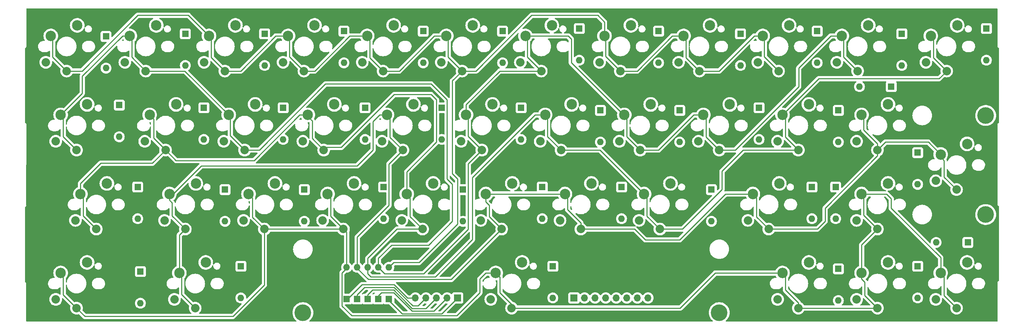
<source format=gbr>
%TF.GenerationSoftware,KiCad,Pcbnew,7.0.10*%
%TF.CreationDate,2024-04-25T18:19:18+01:00*%
%TF.ProjectId,keyboard,6b657962-6f61-4726-942e-6b696361645f,rev?*%
%TF.SameCoordinates,Original*%
%TF.FileFunction,Copper,L1,Top*%
%TF.FilePolarity,Positive*%
%FSLAX46Y46*%
G04 Gerber Fmt 4.6, Leading zero omitted, Abs format (unit mm)*
G04 Created by KiCad (PCBNEW 7.0.10) date 2024-04-25 18:19:18*
%MOMM*%
%LPD*%
G01*
G04 APERTURE LIST*
%TA.AperFunction,ComponentPad*%
%ADD10C,2.500000*%
%TD*%
%TA.AperFunction,ComponentPad*%
%ADD11C,2.032000*%
%TD*%
%TA.AperFunction,ComponentPad*%
%ADD12C,4.000000*%
%TD*%
%TA.AperFunction,ComponentPad*%
%ADD13R,1.600000X1.600000*%
%TD*%
%TA.AperFunction,ComponentPad*%
%ADD14O,1.600000X1.600000*%
%TD*%
%TA.AperFunction,ComponentPad*%
%ADD15R,1.700000X1.700000*%
%TD*%
%TA.AperFunction,ComponentPad*%
%ADD16O,1.700000X1.700000*%
%TD*%
%TA.AperFunction,Conductor*%
%ADD17C,0.250000*%
%TD*%
G04 APERTURE END LIST*
D10*
%TO.P,SW19,1,1*%
%TO.N,Net-(D19-A)*%
X93565000Y-63960000D03*
D11*
X97375000Y-72400000D03*
%TO.P,SW19,2,2*%
%TO.N,Net-(D22-K)*%
X92375000Y-70300000D03*
D10*
X99915000Y-61420000D03*
%TD*%
%TO.P,SW28,1,1*%
%TO.N,Net-(D28-A)*%
X136315000Y-82960000D03*
D11*
X140125000Y-91400000D03*
%TO.P,SW28,2,2*%
%TO.N,Net-(D32-K)*%
X135125000Y-89300000D03*
D10*
X142665000Y-80420000D03*
%TD*%
%TO.P,SW17,1,1*%
%TO.N,Net-(D19-A)*%
X38940000Y-82960000D03*
D11*
X42750000Y-91400000D03*
%TO.P,SW17,2,2*%
%TO.N,Net-(D20-K)*%
X37750000Y-89300000D03*
D10*
X45290000Y-80420000D03*
%TD*%
%TO.P,SW9,1,1*%
%TO.N,Net-(D10-A)*%
X34190000Y-63960000D03*
D11*
X38000000Y-72400000D03*
%TO.P,SW9,2,2*%
%TO.N,Net-(D11-K)*%
X33000000Y-70300000D03*
D10*
X40540000Y-61420000D03*
%TD*%
%TO.P,SW15,1,1*%
%TO.N,Net-(D10-A)*%
X188565000Y-63960000D03*
D11*
X192375000Y-72400000D03*
%TO.P,SW15,2,2*%
%TO.N,Net-(D17-K)*%
X187375000Y-70300000D03*
D10*
X194915000Y-61420000D03*
%TD*%
%TO.P,SW37,1,1*%
%TO.N,Net-(D37-A)*%
X226565000Y-82960000D03*
D11*
X230375000Y-91400000D03*
%TO.P,SW37,2,2*%
%TO.N,Net-(D42-K)*%
X225375000Y-89300000D03*
D10*
X232915000Y-80420000D03*
%TD*%
%TO.P,SW20,1,1*%
%TO.N,Net-(D19-A)*%
X117315000Y-82960000D03*
D11*
X121125000Y-91400000D03*
%TO.P,SW20,2,2*%
%TO.N,Net-(D23-K)*%
X116125000Y-89300000D03*
D10*
X123665000Y-80420000D03*
%TD*%
%TO.P,SW27,1,1*%
%TO.N,Net-(D28-A)*%
X112565000Y-63960000D03*
D11*
X116375000Y-72400000D03*
%TO.P,SW27,2,2*%
%TO.N,Net-(D31-K)*%
X111375000Y-70300000D03*
D10*
X118915000Y-61420000D03*
%TD*%
D12*
%TO.P,S2,*%
%TO.N,*%
X192375000Y-111485000D03*
X92362500Y-111485000D03*
%TD*%
D10*
%TO.P,SW25,1,1*%
%TO.N,Net-(D28-A)*%
X62690000Y-101960000D03*
D11*
X66500000Y-110400000D03*
%TO.P,SW25,2,2*%
%TO.N,Net-(D29-K)*%
X61500000Y-108300000D03*
D10*
X69040000Y-99420000D03*
%TD*%
%TO.P,SW33,1,1*%
%TO.N,Net-(D37-A)*%
X34190000Y-101960000D03*
D11*
X38000000Y-110400000D03*
%TO.P,SW33,2,2*%
%TO.N,Net-(D38-K)*%
X33000000Y-108300000D03*
D10*
X40540000Y-99420000D03*
%TD*%
%TO.P,SW32,1,1*%
%TO.N,Net-(D28-A)*%
X245565000Y-73460000D03*
D11*
X249375000Y-81900000D03*
%TO.P,SW32,2,2*%
%TO.N,Net-(D36-K)*%
X244375000Y-79800000D03*
D10*
X251915000Y-70920000D03*
%TD*%
%TO.P,SW12,1,1*%
%TO.N,Net-(D10-A)*%
X131565000Y-63960000D03*
D11*
X135375000Y-72400000D03*
%TO.P,SW12,2,2*%
%TO.N,Net-(D14-K)*%
X130375000Y-70300000D03*
D10*
X137915000Y-61420000D03*
%TD*%
%TO.P,SW14,1,1*%
%TO.N,Net-(D10-A)*%
X169565000Y-63960000D03*
D11*
X173375000Y-72400000D03*
%TO.P,SW14,2,2*%
%TO.N,Net-(D16-K)*%
X168375000Y-70300000D03*
D10*
X175915000Y-61420000D03*
%TD*%
%TO.P,SW39,1,1*%
%TO.N,Net-(D37-A)*%
X226565000Y-101960000D03*
D11*
X230375000Y-110400000D03*
%TO.P,SW39,2,2*%
%TO.N,Net-(D44-K)*%
X225375000Y-108300000D03*
D10*
X232915000Y-99420000D03*
%TD*%
%TO.P,SW23,1,1*%
%TO.N,Net-(D19-A)*%
X207565000Y-63960000D03*
D11*
X211375000Y-72400000D03*
%TO.P,SW23,2,2*%
%TO.N,Net-(D26-K)*%
X206375000Y-70300000D03*
D10*
X213915000Y-61420000D03*
%TD*%
%TO.P,SW29,1,1*%
%TO.N,Net-(D28-A)*%
X155315000Y-82960000D03*
D11*
X159125000Y-91400000D03*
%TO.P,SW29,2,2*%
%TO.N,Net-(D33-K)*%
X154125000Y-89300000D03*
D10*
X161665000Y-80420000D03*
%TD*%
%TO.P,SW21,1,1*%
%TO.N,Net-(D19-A)*%
X150565000Y-63960000D03*
D11*
X154375000Y-72400000D03*
%TO.P,SW21,2,2*%
%TO.N,Net-(D24-K)*%
X149375000Y-70300000D03*
D10*
X156915000Y-61420000D03*
%TD*%
%TO.P,SW11,1,1*%
%TO.N,Net-(D10-A)*%
X74565000Y-63960000D03*
D11*
X78375000Y-72400000D03*
%TO.P,SW11,2,2*%
%TO.N,Net-(D13-K)*%
X73375000Y-70300000D03*
D10*
X80915000Y-61420000D03*
%TD*%
%TO.P,SW34,1,1*%
%TO.N,Net-(D37-A)*%
X79315000Y-82960000D03*
D11*
X83125000Y-91400000D03*
%TO.P,SW34,2,2*%
%TO.N,Net-(D39-K)*%
X78125000Y-89300000D03*
D10*
X85665000Y-80420000D03*
%TD*%
%TO.P,SW24,1,1*%
%TO.N,Net-(D19-A)*%
X243190000Y-44960000D03*
D11*
X247000000Y-53400000D03*
%TO.P,SW24,2,2*%
%TO.N,Net-(D27-K)*%
X242000000Y-51300000D03*
D10*
X249540000Y-42420000D03*
%TD*%
%TO.P,SW31,1,1*%
%TO.N,Net-(D28-A)*%
X226565000Y-63960000D03*
D11*
X230375000Y-72400000D03*
%TO.P,SW31,2,2*%
%TO.N,Net-(D35-K)*%
X225375000Y-70300000D03*
D10*
X232915000Y-61420000D03*
%TD*%
%TO.P,SW22,1,1*%
%TO.N,Net-(D19-A)*%
X174315000Y-82960000D03*
D11*
X178125000Y-91400000D03*
%TO.P,SW22,2,2*%
%TO.N,Net-(D25-K)*%
X173125000Y-89300000D03*
D10*
X180665000Y-80420000D03*
%TD*%
%TO.P,SW13,1,1*%
%TO.N,Net-(D10-A)*%
X145815000Y-44960000D03*
D11*
X149625000Y-53400000D03*
%TO.P,SW13,2,2*%
%TO.N,Net-(D15-K)*%
X144625000Y-51300000D03*
D10*
X152165000Y-42420000D03*
%TD*%
%TO.P,SW3,1,1*%
%TO.N,Net-(D1-A)*%
X88815000Y-44960000D03*
D11*
X92625000Y-53400000D03*
%TO.P,SW3,2,2*%
%TO.N,Net-(D4-K)*%
X87625000Y-51300000D03*
D10*
X95165000Y-42420000D03*
%TD*%
%TO.P,SW2,1,1*%
%TO.N,Net-(D1-A)*%
X69815000Y-44960000D03*
D11*
X73625000Y-53400000D03*
%TO.P,SW2,2,2*%
%TO.N,Net-(D3-K)*%
X68625000Y-51300000D03*
D10*
X76165000Y-42420000D03*
%TD*%
%TO.P,SW4,1,1*%
%TO.N,Net-(D1-A)*%
X107815000Y-44960000D03*
D11*
X111625000Y-53400000D03*
%TO.P,SW4,2,2*%
%TO.N,Net-(D5-K)*%
X106625000Y-51300000D03*
D10*
X114165000Y-42420000D03*
%TD*%
%TO.P,SW26,1,1*%
%TO.N,Net-(D28-A)*%
X60315000Y-82960000D03*
D11*
X64125000Y-91400000D03*
%TO.P,SW26,2,2*%
%TO.N,Net-(D30-K)*%
X59125000Y-89300000D03*
D10*
X66665000Y-80420000D03*
%TD*%
D12*
%TO.P,S1,*%
%TO.N,*%
X256360000Y-64093750D03*
X256360000Y-87906250D03*
%TD*%
D10*
%TO.P,SW5,1,1*%
%TO.N,Net-(D1-A)*%
X126815000Y-44960000D03*
D11*
X130625000Y-53400000D03*
%TO.P,SW5,2,2*%
%TO.N,Net-(D6-K)*%
X125625000Y-51300000D03*
D10*
X133165000Y-42420000D03*
%TD*%
%TO.P,SW10,1,1*%
%TO.N,Net-(D10-A)*%
X50815000Y-44960000D03*
D11*
X54625000Y-53400000D03*
%TO.P,SW10,2,2*%
%TO.N,Net-(D12-K)*%
X49625000Y-51300000D03*
D10*
X57165000Y-42420000D03*
%TD*%
%TO.P,SW8,1,1*%
%TO.N,Net-(D1-A)*%
X202815000Y-44960000D03*
D11*
X206625000Y-53400000D03*
%TO.P,SW8,2,2*%
%TO.N,Net-(D9-K)*%
X201625000Y-51300000D03*
D10*
X209165000Y-42420000D03*
%TD*%
%TO.P,SW18,1,1*%
%TO.N,Net-(D19-A)*%
X55565000Y-63960000D03*
D11*
X59375000Y-72400000D03*
%TO.P,SW18,2,2*%
%TO.N,Net-(D21-K)*%
X54375000Y-70300000D03*
D10*
X61915000Y-61420000D03*
%TD*%
%TO.P,SW16,1,1*%
%TO.N,Net-(D10-A)*%
X221815000Y-44960000D03*
D11*
X225625000Y-53400000D03*
%TO.P,SW16,2,2*%
%TO.N,Net-(D18-K)*%
X220625000Y-51300000D03*
D10*
X228165000Y-42420000D03*
%TD*%
%TO.P,SW38,1,1*%
%TO.N,Net-(D37-A)*%
X207565000Y-101960000D03*
D11*
X211375000Y-110400000D03*
%TO.P,SW38,2,2*%
%TO.N,Net-(D43-K)*%
X206375000Y-108300000D03*
D10*
X213915000Y-99420000D03*
%TD*%
%TO.P,SW30,1,1*%
%TO.N,Net-(D28-A)*%
X200440000Y-82960000D03*
D11*
X204250000Y-91400000D03*
%TO.P,SW30,2,2*%
%TO.N,Net-(D34-K)*%
X199250000Y-89300000D03*
D10*
X206790000Y-80420000D03*
%TD*%
%TO.P,SW40,1,1*%
%TO.N,Net-(D37-A)*%
X245565000Y-101960000D03*
D11*
X249375000Y-110400000D03*
%TO.P,SW40,2,2*%
%TO.N,Net-(D45-K)*%
X244375000Y-108300000D03*
D10*
X251915000Y-99420000D03*
%TD*%
%TO.P,SW36,1,1*%
%TO.N,Net-(D37-A)*%
X138690000Y-101960000D03*
D11*
X142500000Y-110400000D03*
%TO.P,SW36,2,2*%
%TO.N,Net-(D41-K)*%
X137500000Y-108300000D03*
D10*
X145040000Y-99420000D03*
%TD*%
%TO.P,SW6,1,1*%
%TO.N,Net-(D1-A)*%
X164815000Y-44960000D03*
D11*
X168625000Y-53400000D03*
%TO.P,SW6,2,2*%
%TO.N,Net-(D7-K)*%
X163625000Y-51300000D03*
D10*
X171165000Y-42420000D03*
%TD*%
%TO.P,SW1,1,1*%
%TO.N,Net-(D1-A)*%
X31815000Y-44960000D03*
D11*
X35625000Y-53400000D03*
%TO.P,SW1,2,2*%
%TO.N,Net-(D2-K)*%
X30625000Y-51300000D03*
D10*
X38165000Y-42420000D03*
%TD*%
%TO.P,SW7,1,1*%
%TO.N,Net-(D1-A)*%
X183815000Y-44960000D03*
D11*
X187625000Y-53400000D03*
%TO.P,SW7,2,2*%
%TO.N,Net-(D8-K)*%
X182625000Y-51300000D03*
D10*
X190165000Y-42420000D03*
%TD*%
%TO.P,SW35,1,1*%
%TO.N,Net-(D37-A)*%
X98315000Y-82960000D03*
D11*
X102125000Y-91400000D03*
%TO.P,SW35,2,2*%
%TO.N,Net-(D40-K)*%
X97125000Y-89300000D03*
D10*
X104665000Y-80420000D03*
%TD*%
D13*
%TO.P,D4,1,K*%
%TO.N,Net-(D4-K)*%
X102235000Y-43815000D03*
D14*
%TO.P,D4,2,A*%
%TO.N,/Col 2*%
X102235000Y-51435000D03*
%TD*%
D13*
%TO.P,D20,1,K*%
%TO.N,Net-(D20-K)*%
X52705000Y-81280000D03*
D14*
%TO.P,D20,2,A*%
%TO.N,/Col 0*%
X52705000Y-88900000D03*
%TD*%
D13*
%TO.P,D17,1,K*%
%TO.N,Net-(D17-K)*%
X201930000Y-62230000D03*
D14*
%TO.P,D17,2,A*%
%TO.N,/Col 6*%
X201930000Y-69850000D03*
%TD*%
D13*
%TO.P,D29,1,K*%
%TO.N,Net-(D29-K)*%
X77470000Y-100330000D03*
D14*
%TO.P,D29,2,A*%
%TO.N,/Col 0*%
X77470000Y-107950000D03*
%TD*%
D13*
%TO.P,D41,1,K*%
%TO.N,Net-(D41-K)*%
X152400000Y-100330000D03*
D14*
%TO.P,D41,2,A*%
%TO.N,/Col 3*%
X152400000Y-107950000D03*
%TD*%
D13*
%TO.P,D27,1,K*%
%TO.N,Net-(D27-K)*%
X256540000Y-43180000D03*
D14*
%TO.P,D27,2,A*%
%TO.N,/Col 7*%
X256540000Y-50800000D03*
%TD*%
D13*
%TO.P,D31,1,K*%
%TO.N,Net-(D31-K)*%
X125730000Y-62230000D03*
D14*
%TO.P,D31,2,A*%
%TO.N,/Col 2*%
X125730000Y-69850000D03*
%TD*%
D13*
%TO.P,D19,1,K*%
%TO.N,/Row 2*%
X107950000Y-108204000D03*
D14*
%TO.P,D19,2,A*%
%TO.N,Net-(D19-A)*%
X107950000Y-100584000D03*
%TD*%
D13*
%TO.P,D40,1,K*%
%TO.N,Net-(D40-K)*%
X111760000Y-81280000D03*
D14*
%TO.P,D40,2,A*%
%TO.N,/Col 2*%
X111760000Y-88900000D03*
%TD*%
D15*
%TO.P,J2,1,Pin_1*%
%TO.N,/Col 0*%
X157480000Y-107950000D03*
D16*
%TO.P,J2,2,Pin_2*%
%TO.N,/Col 1*%
X160020000Y-107950000D03*
%TO.P,J2,3,Pin_3*%
%TO.N,/Col 2*%
X162560000Y-107950000D03*
%TO.P,J2,4,Pin_4*%
%TO.N,/Col 3*%
X165100000Y-107950000D03*
%TO.P,J2,5,Pin_5*%
%TO.N,/Col 4*%
X167640000Y-107950000D03*
%TO.P,J2,6,Pin_6*%
%TO.N,/Col 5*%
X170180000Y-107950000D03*
%TO.P,J2,7,Pin_7*%
%TO.N,/Col 6*%
X172720000Y-107950000D03*
%TO.P,J2,8,Pin_8*%
%TO.N,/Col 7*%
X175260000Y-107950000D03*
%TD*%
D13*
%TO.P,D2,1,K*%
%TO.N,Net-(D2-K)*%
X45085000Y-45085000D03*
D14*
%TO.P,D2,2,A*%
%TO.N,/Col 0*%
X45085000Y-52705000D03*
%TD*%
D13*
%TO.P,D15,1,K*%
%TO.N,Net-(D15-K)*%
X158750000Y-43180000D03*
D14*
%TO.P,D15,2,A*%
%TO.N,/Col 4*%
X158750000Y-50800000D03*
%TD*%
D13*
%TO.P,D24,1,K*%
%TO.N,Net-(D24-K)*%
X163830000Y-62865000D03*
D14*
%TO.P,D24,2,A*%
%TO.N,/Col 4*%
X163830000Y-70485000D03*
%TD*%
D13*
%TO.P,D10,1,K*%
%TO.N,/Row 1*%
X110490000Y-108204000D03*
D14*
%TO.P,D10,2,A*%
%TO.N,Net-(D10-A)*%
X110490000Y-100584000D03*
%TD*%
D13*
%TO.P,D23,1,K*%
%TO.N,Net-(D23-K)*%
X130810000Y-81915000D03*
D14*
%TO.P,D23,2,A*%
%TO.N,/Col 3*%
X130810000Y-89535000D03*
%TD*%
D13*
%TO.P,D42,1,K*%
%TO.N,Net-(D42-K)*%
X220345000Y-81280000D03*
D14*
%TO.P,D42,2,A*%
%TO.N,/Col 4*%
X220345000Y-88900000D03*
%TD*%
D13*
%TO.P,D6,1,K*%
%TO.N,Net-(D6-K)*%
X140335000Y-43815000D03*
D14*
%TO.P,D6,2,A*%
%TO.N,/Col 4*%
X140335000Y-51435000D03*
%TD*%
D13*
%TO.P,D34,1,K*%
%TO.N,Net-(D34-K)*%
X214630000Y-81280000D03*
D14*
%TO.P,D34,2,A*%
%TO.N,/Col 5*%
X214630000Y-88900000D03*
%TD*%
D13*
%TO.P,D25,1,K*%
%TO.N,Net-(D25-K)*%
X190500000Y-81915000D03*
D14*
%TO.P,D25,2,A*%
%TO.N,/Col 5*%
X190500000Y-89535000D03*
%TD*%
D13*
%TO.P,D7,1,K*%
%TO.N,Net-(D7-K)*%
X177800000Y-43815000D03*
D14*
%TO.P,D7,2,A*%
%TO.N,/Col 5*%
X177800000Y-51435000D03*
%TD*%
D13*
%TO.P,D32,1,K*%
%TO.N,Net-(D32-K)*%
X149860000Y-81280000D03*
D14*
%TO.P,D32,2,A*%
%TO.N,/Col 3*%
X149860000Y-88900000D03*
%TD*%
D13*
%TO.P,D26,1,K*%
%TO.N,Net-(D26-K)*%
X220980000Y-62865000D03*
D14*
%TO.P,D26,2,A*%
%TO.N,/Col 6*%
X220980000Y-70485000D03*
%TD*%
D13*
%TO.P,D39,1,K*%
%TO.N,Net-(D39-K)*%
X92710000Y-81915000D03*
D14*
%TO.P,D39,2,A*%
%TO.N,/Col 1*%
X92710000Y-89535000D03*
%TD*%
D13*
%TO.P,D11,1,K*%
%TO.N,Net-(D11-K)*%
X48260000Y-61595000D03*
D14*
%TO.P,D11,2,A*%
%TO.N,/Col 0*%
X48260000Y-69215000D03*
%TD*%
D13*
%TO.P,D22,1,K*%
%TO.N,Net-(D22-K)*%
X107315000Y-62230000D03*
D14*
%TO.P,D22,2,A*%
%TO.N,/Col 2*%
X107315000Y-69850000D03*
%TD*%
D13*
%TO.P,D37,1,K*%
%TO.N,/Row 4*%
X102870000Y-108204000D03*
D14*
%TO.P,D37,2,A*%
%TO.N,Net-(D37-A)*%
X102870000Y-100584000D03*
%TD*%
D13*
%TO.P,D21,1,K*%
%TO.N,Net-(D21-K)*%
X68580000Y-62230000D03*
D14*
%TO.P,D21,2,A*%
%TO.N,/Col 1*%
X68580000Y-69850000D03*
%TD*%
D15*
%TO.P,J1,1,Pin_1*%
%TO.N,/Row 0*%
X129540000Y-107950000D03*
D16*
%TO.P,J1,2,Pin_2*%
%TO.N,/Row 1*%
X127000000Y-107950000D03*
%TO.P,J1,3,Pin_3*%
%TO.N,/Row 2*%
X124460000Y-107950000D03*
%TO.P,J1,4,Pin_4*%
%TO.N,/Row 3*%
X121920000Y-107950000D03*
%TO.P,J1,5,Pin_5*%
%TO.N,/Row 4*%
X119380000Y-107950000D03*
%TD*%
D13*
%TO.P,D30,1,K*%
%TO.N,Net-(D30-K)*%
X73660000Y-81915000D03*
D14*
%TO.P,D30,2,A*%
%TO.N,/Col 1*%
X73660000Y-89535000D03*
%TD*%
D13*
%TO.P,D28,1,K*%
%TO.N,/Row 3*%
X105410000Y-108204000D03*
D14*
%TO.P,D28,2,A*%
%TO.N,Net-(D28-A)*%
X105410000Y-100584000D03*
%TD*%
D13*
%TO.P,D3,1,K*%
%TO.N,Net-(D3-K)*%
X83185000Y-44450000D03*
D14*
%TO.P,D3,2,A*%
%TO.N,/Col 1*%
X83185000Y-52070000D03*
%TD*%
D13*
%TO.P,D38,1,K*%
%TO.N,Net-(D38-K)*%
X53340000Y-101600000D03*
D14*
%TO.P,D38,2,A*%
%TO.N,/Col 0*%
X53340000Y-109220000D03*
%TD*%
D13*
%TO.P,D12,1,K*%
%TO.N,Net-(D12-K)*%
X64135000Y-44450000D03*
D14*
%TO.P,D12,2,A*%
%TO.N,/Col 1*%
X64135000Y-52070000D03*
%TD*%
D13*
%TO.P,D9,1,K*%
%TO.N,Net-(D9-K)*%
X215900000Y-43815000D03*
D14*
%TO.P,D9,2,A*%
%TO.N,/Col 7*%
X215900000Y-51435000D03*
%TD*%
D13*
%TO.P,D35,1,K*%
%TO.N,Net-(D35-K)*%
X233680000Y-57150000D03*
D14*
%TO.P,D35,2,A*%
%TO.N,/Col 6*%
X226060000Y-57150000D03*
%TD*%
D13*
%TO.P,D18,1,K*%
%TO.N,Net-(D18-K)*%
X236220000Y-44450000D03*
D14*
%TO.P,D18,2,A*%
%TO.N,/Col 7*%
X236220000Y-52070000D03*
%TD*%
D13*
%TO.P,D36,1,K*%
%TO.N,Net-(D36-K)*%
X240030000Y-73025000D03*
D14*
%TO.P,D36,2,A*%
%TO.N,/Col 7*%
X240030000Y-80645000D03*
%TD*%
D13*
%TO.P,D45,1,K*%
%TO.N,Net-(D45-K)*%
X252095000Y-94615000D03*
D14*
%TO.P,D45,2,A*%
%TO.N,/Col 7*%
X244475000Y-94615000D03*
%TD*%
D13*
%TO.P,D33,1,K*%
%TO.N,Net-(D33-K)*%
X168910000Y-81280000D03*
D14*
%TO.P,D33,2,A*%
%TO.N,/Col 4*%
X168910000Y-88900000D03*
%TD*%
D13*
%TO.P,D16,1,K*%
%TO.N,Net-(D16-K)*%
X182880000Y-62865000D03*
D14*
%TO.P,D16,2,A*%
%TO.N,/Col 5*%
X182880000Y-70485000D03*
%TD*%
D13*
%TO.P,D5,1,K*%
%TO.N,Net-(D5-K)*%
X121285000Y-43815000D03*
D14*
%TO.P,D5,2,A*%
%TO.N,/Col 3*%
X121285000Y-51435000D03*
%TD*%
D13*
%TO.P,D8,1,K*%
%TO.N,Net-(D8-K)*%
X197485000Y-44450000D03*
D14*
%TO.P,D8,2,A*%
%TO.N,/Col 6*%
X197485000Y-52070000D03*
%TD*%
D13*
%TO.P,D13,1,K*%
%TO.N,Net-(D13-K)*%
X87630000Y-62230000D03*
D14*
%TO.P,D13,2,A*%
%TO.N,/Col 2*%
X87630000Y-69850000D03*
%TD*%
D13*
%TO.P,D44,1,K*%
%TO.N,Net-(D44-K)*%
X240030000Y-100330000D03*
D14*
%TO.P,D44,2,A*%
%TO.N,/Col 6*%
X240030000Y-107950000D03*
%TD*%
D13*
%TO.P,D1,1,K*%
%TO.N,/Row 0*%
X113030000Y-108204000D03*
D14*
%TO.P,D1,2,A*%
%TO.N,Net-(D1-A)*%
X113030000Y-100584000D03*
%TD*%
D13*
%TO.P,D14,1,K*%
%TO.N,Net-(D14-K)*%
X144780000Y-62230000D03*
D14*
%TO.P,D14,2,A*%
%TO.N,/Col 3*%
X144780000Y-69850000D03*
%TD*%
D13*
%TO.P,D43,1,K*%
%TO.N,Net-(D43-K)*%
X220980000Y-100965000D03*
D14*
%TO.P,D43,2,A*%
%TO.N,/Col 5*%
X220980000Y-108585000D03*
%TD*%
D17*
%TO.N,/Row 0*%
X116205000Y-111760000D02*
X113030000Y-108585000D01*
X125730000Y-111760000D02*
X116205000Y-111760000D01*
X129540000Y-107950000D02*
X125730000Y-111760000D01*
%TO.N,Net-(D1-A)*%
X123950000Y-44960000D02*
X126815000Y-44960000D01*
X184404000Y-50179000D02*
X187625000Y-53400000D01*
X32258000Y-50033000D02*
X35625000Y-53400000D01*
X165100000Y-49875000D02*
X168625000Y-53400000D01*
X130625000Y-53400000D02*
X128270000Y-55755000D01*
X203200000Y-49975000D02*
X206625000Y-53400000D01*
X181100000Y-44960000D02*
X183815000Y-44960000D01*
X164815000Y-44960000D02*
X165100000Y-45245000D01*
X184404000Y-45549000D02*
X184404000Y-50179000D01*
X39310000Y-53400000D02*
X52705000Y-40005000D01*
X70358000Y-50133000D02*
X73625000Y-53400000D01*
X129540000Y-79375000D02*
X129540000Y-90170000D01*
X129540000Y-90170000D02*
X120280000Y-99430000D01*
X133925000Y-53400000D02*
X147320000Y-40005000D01*
X95190000Y-53400000D02*
X103630000Y-44960000D01*
X35625000Y-53400000D02*
X39310000Y-53400000D01*
X108458000Y-45603000D02*
X108458000Y-50233000D01*
X147320000Y-40005000D02*
X163195000Y-40005000D01*
X127254000Y-50029000D02*
X130625000Y-53400000D01*
X192345000Y-53400000D02*
X200785000Y-44960000D01*
X115510000Y-53400000D02*
X123950000Y-44960000D01*
X52705000Y-40005000D02*
X64860000Y-40005000D01*
X85850000Y-44960000D02*
X88815000Y-44960000D01*
X183815000Y-44960000D02*
X184404000Y-45549000D01*
X64860000Y-40005000D02*
X69815000Y-44960000D01*
X163195000Y-40005000D02*
X164815000Y-41625000D01*
X172660000Y-53400000D02*
X181100000Y-44960000D01*
X108458000Y-50233000D02*
X111625000Y-53400000D01*
X73625000Y-53400000D02*
X77410000Y-53400000D01*
X126815000Y-44960000D02*
X127254000Y-45399000D01*
X202815000Y-44960000D02*
X203200000Y-45345000D01*
X168625000Y-53400000D02*
X172660000Y-53400000D01*
X128270000Y-78105000D02*
X129540000Y-79375000D01*
X92625000Y-53400000D02*
X95190000Y-53400000D01*
X130625000Y-53400000D02*
X133925000Y-53400000D01*
X89154000Y-49929000D02*
X92625000Y-53400000D01*
X120280000Y-99430000D02*
X114184000Y-99430000D01*
X128270000Y-55755000D02*
X128270000Y-78105000D01*
X103630000Y-44960000D02*
X107815000Y-44960000D01*
X32258000Y-45403000D02*
X32258000Y-50033000D01*
X203200000Y-45345000D02*
X203200000Y-49975000D01*
X114184000Y-99430000D02*
X113030000Y-100584000D01*
X77410000Y-53400000D02*
X85850000Y-44960000D01*
X31815000Y-44960000D02*
X32258000Y-45403000D01*
X69815000Y-44960000D02*
X70358000Y-45503000D01*
X200785000Y-44960000D02*
X202815000Y-44960000D01*
X70358000Y-45503000D02*
X70358000Y-50133000D01*
X127254000Y-45399000D02*
X127254000Y-50029000D01*
X111625000Y-53400000D02*
X115510000Y-53400000D01*
X88815000Y-44960000D02*
X89154000Y-45299000D01*
X89154000Y-45299000D02*
X89154000Y-49929000D01*
X107815000Y-44960000D02*
X108458000Y-45603000D01*
X165100000Y-45245000D02*
X165100000Y-49875000D01*
X187625000Y-53400000D02*
X192345000Y-53400000D01*
X164815000Y-41625000D02*
X164815000Y-44960000D01*
%TO.N,/Row 1*%
X118600000Y-111125000D02*
X123825000Y-111125000D01*
X123825000Y-111125000D02*
X127000000Y-107950000D01*
X110490000Y-107442000D02*
X111252000Y-106680000D01*
X114155000Y-106680000D02*
X118600000Y-111125000D01*
X110490000Y-108458000D02*
X110490000Y-107442000D01*
X111252000Y-106680000D02*
X114155000Y-106680000D01*
%TO.N,Net-(D10-A)*%
X211455000Y-57150000D02*
X196205000Y-72400000D01*
X186240000Y-63960000D02*
X177800000Y-72400000D01*
X189230000Y-64625000D02*
X189230000Y-69255000D01*
X110490000Y-100584000D02*
X110490000Y-98425000D01*
X34798000Y-64568000D02*
X34798000Y-69198000D01*
X131565000Y-63960000D02*
X132080000Y-64475000D01*
X222250000Y-50025000D02*
X225625000Y-53400000D01*
X135375000Y-72400000D02*
X132080000Y-75695000D01*
X211455000Y-52705000D02*
X211455000Y-57150000D01*
X188565000Y-63960000D02*
X186240000Y-63960000D01*
X39370000Y-54637234D02*
X49047234Y-44960000D01*
X51308000Y-50083000D02*
X54625000Y-53400000D01*
X173375000Y-72400000D02*
X177800000Y-72400000D01*
X170180000Y-69205000D02*
X173375000Y-72400000D01*
X156845000Y-51435000D02*
X156845000Y-45720000D01*
X112014000Y-102108000D02*
X110490000Y-100584000D01*
X196205000Y-72400000D02*
X192375000Y-72400000D01*
X169370000Y-63960000D02*
X156845000Y-51435000D01*
X222250000Y-45395000D02*
X222250000Y-50025000D01*
X169565000Y-63960000D02*
X169370000Y-63960000D01*
X139640000Y-53400000D02*
X149625000Y-53400000D01*
X74565000Y-63960000D02*
X74930000Y-64325000D01*
X156845000Y-45720000D02*
X156085000Y-44960000D01*
X123190000Y-56515000D02*
X97790000Y-56515000D01*
X74930000Y-64325000D02*
X74930000Y-68955000D01*
X145815000Y-44960000D02*
X146304000Y-45449000D01*
X132080000Y-91440000D02*
X121412000Y-102108000D01*
X132080000Y-75695000D02*
X132080000Y-91440000D01*
X49047234Y-44960000D02*
X50815000Y-44960000D01*
X221815000Y-44960000D02*
X219200000Y-44960000D01*
X34190000Y-63960000D02*
X39370000Y-58780000D01*
X64005000Y-53400000D02*
X74565000Y-63960000D01*
X34798000Y-69198000D02*
X38000000Y-72400000D01*
X74930000Y-68955000D02*
X78375000Y-72400000D01*
X156085000Y-44960000D02*
X145815000Y-44960000D01*
X131565000Y-61475000D02*
X139640000Y-53400000D01*
X50815000Y-44960000D02*
X51308000Y-45453000D01*
X169565000Y-63960000D02*
X170180000Y-64575000D01*
X110490000Y-98425000D02*
X113665000Y-95250000D01*
X189230000Y-69255000D02*
X192375000Y-72400000D01*
X170180000Y-64575000D02*
X170180000Y-69205000D01*
X188565000Y-63960000D02*
X189230000Y-64625000D01*
X39370000Y-58780000D02*
X39370000Y-54637234D01*
X127000000Y-60325000D02*
X123190000Y-56515000D01*
X54625000Y-53400000D02*
X64005000Y-53400000D01*
X132080000Y-64475000D02*
X132080000Y-69105000D01*
X51308000Y-45453000D02*
X51308000Y-50083000D01*
X128270000Y-89535000D02*
X128270000Y-80645000D01*
X121412000Y-102108000D02*
X112014000Y-102108000D01*
X219200000Y-44960000D02*
X211455000Y-52705000D01*
X131565000Y-63960000D02*
X131565000Y-61475000D01*
X146304000Y-50079000D02*
X149625000Y-53400000D01*
X113665000Y-95250000D02*
X122555000Y-95250000D01*
X128270000Y-80645000D02*
X127000000Y-79375000D01*
X34190000Y-63960000D02*
X34798000Y-64568000D01*
X127000000Y-79375000D02*
X127000000Y-60325000D01*
X122555000Y-95250000D02*
X128270000Y-89535000D01*
X146304000Y-45449000D02*
X146304000Y-50079000D01*
X132080000Y-69105000D02*
X135375000Y-72400000D01*
X81905000Y-72400000D02*
X78375000Y-72400000D01*
X97790000Y-56515000D02*
X81905000Y-72400000D01*
X221815000Y-44960000D02*
X222250000Y-45395000D01*
%TO.N,/Row 2*%
X124460000Y-107950000D02*
X121920000Y-110490000D01*
X107950000Y-107188000D02*
X107950000Y-108458000D01*
X118618000Y-110490000D02*
X117348000Y-109220000D01*
X114156396Y-106045000D02*
X109093000Y-106045000D01*
X109093000Y-106045000D02*
X107950000Y-107188000D01*
X117331396Y-109220000D02*
X114156396Y-106045000D01*
X121920000Y-110490000D02*
X118618000Y-110490000D01*
X117348000Y-109220000D02*
X117331396Y-109220000D01*
%TO.N,Net-(D19-A)*%
X208280000Y-69305000D02*
X208280000Y-64675000D01*
X150565000Y-63960000D02*
X151130000Y-64525000D01*
X91615000Y-63960000D02*
X80645000Y-74930000D01*
X107950000Y-98425000D02*
X107950000Y-99060000D01*
X175006000Y-83651000D02*
X175006000Y-88281000D01*
X38940000Y-82960000D02*
X39624000Y-83644000D01*
X94615000Y-65405000D02*
X94615000Y-69640000D01*
X107950000Y-99060000D02*
X107950000Y-99695000D01*
X148130000Y-63960000D02*
X150565000Y-63960000D01*
X133096000Y-78994000D02*
X148130000Y-63960000D01*
X38940000Y-80440000D02*
X38940000Y-82960000D01*
X198110000Y-72400000D02*
X193040000Y-77470000D01*
X117315000Y-82960000D02*
X118110000Y-83755000D01*
X211375000Y-72400000D02*
X198110000Y-72400000D01*
X151130000Y-64525000D02*
X151130000Y-69155000D01*
X133096000Y-93916500D02*
X133096000Y-78994000D01*
X216280000Y-55245000D02*
X207565000Y-63960000D01*
X118110000Y-83755000D02*
X118110000Y-88385000D01*
X247000000Y-53400000D02*
X245155000Y-55245000D01*
X108712000Y-102870000D02*
X124142500Y-102870000D01*
X154375000Y-72400000D02*
X163755000Y-72400000D01*
X243840000Y-45610000D02*
X243190000Y-44960000D01*
X124460000Y-70485000D02*
X124460000Y-60325000D01*
X39624000Y-88274000D02*
X42750000Y-91400000D01*
X80645000Y-74930000D02*
X61905000Y-74930000D01*
X193040000Y-81915000D02*
X183555000Y-91400000D01*
X56515000Y-69540000D02*
X56515000Y-64910000D01*
X43815000Y-75565000D02*
X38940000Y-80440000D01*
X59375000Y-72400000D02*
X56210000Y-75565000D01*
X117315000Y-82960000D02*
X117315000Y-77630000D01*
X211375000Y-72400000D02*
X208280000Y-69305000D01*
X174315000Y-82960000D02*
X175006000Y-83651000D01*
X243840000Y-50240000D02*
X243840000Y-45610000D01*
X208280000Y-64675000D02*
X207565000Y-63960000D01*
X101600000Y-71755000D02*
X98020000Y-71755000D01*
X56210000Y-75565000D02*
X43815000Y-75565000D01*
X98020000Y-71755000D02*
X97375000Y-72400000D01*
X56515000Y-64910000D02*
X55565000Y-63960000D01*
X121125000Y-91400000D02*
X114975000Y-91400000D01*
X59375000Y-72400000D02*
X56515000Y-69540000D01*
X123190000Y-59055000D02*
X114300000Y-59055000D01*
X107950000Y-102108000D02*
X108712000Y-102870000D01*
X124460000Y-60325000D02*
X123190000Y-59055000D01*
X93565000Y-63960000D02*
X91615000Y-63960000D01*
X247000000Y-53400000D02*
X243840000Y-50240000D01*
X183555000Y-91400000D02*
X178125000Y-91400000D01*
X93565000Y-64355000D02*
X94615000Y-65405000D01*
X124142500Y-102870000D02*
X133096000Y-93916500D01*
X107950000Y-99060000D02*
X107950000Y-102108000D01*
X114300000Y-59055000D02*
X101600000Y-71755000D01*
X39624000Y-83644000D02*
X39624000Y-88274000D01*
X61905000Y-74930000D02*
X59375000Y-72400000D01*
X163755000Y-72400000D02*
X174315000Y-82960000D01*
X94615000Y-69640000D02*
X97375000Y-72400000D01*
X118110000Y-88385000D02*
X121125000Y-91400000D01*
X114975000Y-91400000D02*
X107950000Y-98425000D01*
X245155000Y-55245000D02*
X216280000Y-55245000D01*
X117315000Y-77630000D02*
X124460000Y-70485000D01*
X151130000Y-69155000D02*
X154375000Y-72400000D01*
X193040000Y-77470000D02*
X193040000Y-81915000D01*
X93565000Y-63960000D02*
X93565000Y-64355000D01*
X175006000Y-88281000D02*
X178125000Y-91400000D01*
%TO.N,/Row 3*%
X114300000Y-105410000D02*
X118745000Y-109855000D01*
X107188000Y-105410000D02*
X114300000Y-105410000D01*
X105410000Y-108458000D02*
X105410000Y-107188000D01*
X105410000Y-107188000D02*
X107188000Y-105410000D01*
X118745000Y-109855000D02*
X120015000Y-109855000D01*
X120015000Y-109855000D02*
X121920000Y-107950000D01*
%TO.N,Net-(D28-A)*%
X201295000Y-83815000D02*
X201295000Y-88445000D01*
X230375000Y-73790000D02*
X230375000Y-72400000D01*
X136315000Y-82960000D02*
X155315000Y-82960000D01*
X155956000Y-86741000D02*
X159125000Y-89910000D01*
X232290000Y-70485000D02*
X242590000Y-70485000D01*
X67945000Y-76200000D02*
X105410000Y-76200000D01*
X113030000Y-85725000D02*
X105410000Y-93345000D01*
X246380000Y-78905000D02*
X246380000Y-74930000D01*
X200440000Y-82960000D02*
X201295000Y-83815000D01*
X60315000Y-84455000D02*
X60315000Y-83830000D01*
X105410000Y-76200000D02*
X109220000Y-72390000D01*
X64125000Y-91400000D02*
X60960000Y-88235000D01*
X245565000Y-74115000D02*
X245565000Y-73460000D01*
X105410000Y-93345000D02*
X105410000Y-100838000D01*
X60315000Y-83830000D02*
X67945000Y-76200000D01*
X113030000Y-75745000D02*
X113030000Y-85725000D01*
X215940000Y-91400000D02*
X217805000Y-89535000D01*
X108077000Y-103505000D02*
X128020000Y-103505000D01*
X105410000Y-100838000D02*
X108077000Y-103505000D01*
X116375000Y-72400000D02*
X113030000Y-75745000D01*
X63246000Y-107146000D02*
X63246000Y-102516000D01*
X63246000Y-102516000D02*
X62690000Y-101960000D01*
X66500000Y-110400000D02*
X63246000Y-107146000D01*
X137160000Y-88435000D02*
X137160000Y-85725000D01*
X230375000Y-70863000D02*
X230375000Y-72400000D01*
X246380000Y-74930000D02*
X245565000Y-74115000D01*
X60315000Y-84455000D02*
X60315000Y-82960000D01*
X109220000Y-72390000D02*
X109220000Y-65537234D01*
X112565000Y-63960000D02*
X113284000Y-64679000D01*
X242590000Y-70485000D02*
X245565000Y-73460000D01*
X227076000Y-67564000D02*
X230375000Y-70863000D01*
X155956000Y-83601000D02*
X155956000Y-86741000D01*
X113284000Y-69309000D02*
X116375000Y-72400000D01*
X230375000Y-72400000D02*
X232290000Y-70485000D01*
X193900000Y-82960000D02*
X200440000Y-82960000D01*
X174625000Y-93980000D02*
X182880000Y-93980000D01*
X113284000Y-64679000D02*
X113284000Y-69309000D01*
X128020000Y-103505000D02*
X140125000Y-91400000D01*
X217805000Y-86360000D02*
X230375000Y-73790000D01*
X136315000Y-84880000D02*
X136315000Y-82960000D01*
X249375000Y-81900000D02*
X246380000Y-78905000D01*
X62690000Y-101960000D02*
X62690000Y-92835000D01*
X227076000Y-64471000D02*
X227076000Y-67564000D01*
X204250000Y-91400000D02*
X215940000Y-91400000D01*
X137160000Y-85725000D02*
X136315000Y-84880000D01*
X60960000Y-88235000D02*
X60960000Y-85100000D01*
X140125000Y-91400000D02*
X137160000Y-88435000D01*
X159125000Y-91400000D02*
X172045000Y-91400000D01*
X60960000Y-85100000D02*
X60315000Y-84455000D01*
X226565000Y-63960000D02*
X227076000Y-64471000D01*
X182880000Y-93980000D02*
X193900000Y-82960000D01*
X201295000Y-88445000D02*
X204250000Y-91400000D01*
X155315000Y-82960000D02*
X155956000Y-83601000D01*
X159125000Y-89910000D02*
X159125000Y-91400000D01*
X110797234Y-63960000D02*
X112565000Y-63960000D01*
X172045000Y-91400000D02*
X174625000Y-93980000D01*
X109220000Y-65537234D02*
X110797234Y-63960000D01*
X62690000Y-92835000D02*
X64125000Y-91400000D01*
X217805000Y-89535000D02*
X217805000Y-86360000D01*
%TO.N,/Row 4*%
X106553000Y-104775000D02*
X102870000Y-108458000D01*
X114301396Y-104775000D02*
X106553000Y-104775000D01*
X119380000Y-107950000D02*
X117476396Y-107950000D01*
X117476396Y-107950000D02*
X114301396Y-104775000D01*
%TO.N,Net-(D37-A)*%
X39995000Y-112395000D02*
X38000000Y-110400000D01*
X79315000Y-82960000D02*
X80264000Y-83909000D01*
X99060000Y-83705000D02*
X99060000Y-88335000D01*
X34798000Y-102568000D02*
X34798000Y-107198000D01*
X136292000Y-101960000D02*
X138690000Y-101960000D01*
X101745000Y-101963000D02*
X101745000Y-109873000D01*
X104082000Y-112210000D02*
X129344000Y-112210000D01*
X142500000Y-110400000D02*
X182970000Y-110400000D01*
X208280000Y-102675000D02*
X208280000Y-106045000D01*
X142500000Y-109480000D02*
X139700000Y-106680000D01*
X191410000Y-101960000D02*
X207565000Y-101960000D01*
X226565000Y-82960000D02*
X232566000Y-82960000D01*
X142500000Y-110400000D02*
X142500000Y-109480000D01*
X102870000Y-100838000D02*
X101745000Y-101963000D01*
X75565000Y-112395000D02*
X39995000Y-112395000D01*
X211375000Y-109140000D02*
X211375000Y-110400000D01*
X139700000Y-102870000D02*
X139600000Y-102870000D01*
X182970000Y-110400000D02*
X191410000Y-101960000D01*
X227330000Y-104140000D02*
X227330000Y-107355000D01*
X211375000Y-110400000D02*
X230375000Y-110400000D01*
X226565000Y-82960000D02*
X227076000Y-83471000D01*
X80264000Y-88539000D02*
X83125000Y-91400000D01*
X139700000Y-106680000D02*
X139700000Y-102870000D01*
X226565000Y-101960000D02*
X226565000Y-95210000D01*
X227076000Y-88101000D02*
X230375000Y-91400000D01*
X102125000Y-91400000D02*
X83125000Y-91400000D01*
X34190000Y-101960000D02*
X34798000Y-102568000D01*
X34798000Y-107198000D02*
X38000000Y-110400000D01*
X245565000Y-98245000D02*
X245565000Y-101960000D01*
X83125000Y-91400000D02*
X83125000Y-104835000D01*
X102870000Y-92145000D02*
X102870000Y-100838000D01*
X80264000Y-83909000D02*
X80264000Y-88539000D01*
X83125000Y-104835000D02*
X75565000Y-112395000D01*
X226565000Y-103375000D02*
X227330000Y-104140000D01*
X246380000Y-107405000D02*
X246380000Y-102775000D01*
X208280000Y-106045000D02*
X211375000Y-109140000D01*
X134874000Y-106680000D02*
X134874000Y-103378000D01*
X227330000Y-107355000D02*
X230375000Y-110400000D01*
X101745000Y-109873000D02*
X104082000Y-112210000D01*
X227076000Y-83471000D02*
X227076000Y-88101000D01*
X232566000Y-82960000D02*
X233680000Y-84074000D01*
X233680000Y-84074000D02*
X233680000Y-86360000D01*
X246380000Y-102775000D02*
X245565000Y-101960000D01*
X134874000Y-103378000D02*
X136292000Y-101960000D01*
X99060000Y-88335000D02*
X102125000Y-91400000D01*
X129344000Y-112210000D02*
X134874000Y-106680000D01*
X249375000Y-110400000D02*
X246380000Y-107405000D01*
X226565000Y-95210000D02*
X230375000Y-91400000D01*
X102125000Y-91400000D02*
X102870000Y-92145000D01*
X139600000Y-102870000D02*
X138690000Y-101960000D01*
X226565000Y-101960000D02*
X226565000Y-103375000D01*
X233680000Y-86360000D02*
X245565000Y-98245000D01*
X98315000Y-82960000D02*
X99060000Y-83705000D01*
X207565000Y-101960000D02*
X208280000Y-102675000D01*
%TD*%
%TA.AperFunction,NonConductor*%
G36*
X259167539Y-38370185D02*
G01*
X259213294Y-38422989D01*
X259224500Y-38474500D01*
X259224500Y-47480374D01*
X259224077Y-47490612D01*
X259220868Y-47529344D01*
X259230408Y-47567020D01*
X259232510Y-47577046D01*
X259238907Y-47615378D01*
X259239551Y-47617254D01*
X259248798Y-47640952D01*
X259249582Y-47642737D01*
X259249583Y-47642739D01*
X259249584Y-47642741D01*
X259266606Y-47668796D01*
X259270836Y-47675270D01*
X259276081Y-47684072D01*
X259281647Y-47694356D01*
X259294582Y-47718258D01*
X259294583Y-47718259D01*
X259295806Y-47719829D01*
X259312232Y-47739222D01*
X259313563Y-47740669D01*
X259340987Y-47762014D01*
X259344233Y-47764540D01*
X259352044Y-47771156D01*
X259377948Y-47795002D01*
X259380645Y-47797485D01*
X259382297Y-47798563D01*
X259404120Y-47811568D01*
X259405872Y-47812515D01*
X259405874Y-47812517D01*
X259442636Y-47825137D01*
X259452165Y-47828856D01*
X259473341Y-47838144D01*
X259487768Y-47844473D01*
X259487770Y-47844473D01*
X259497730Y-47846995D01*
X259497317Y-47848624D01*
X259551409Y-47869487D01*
X259592656Y-47925882D01*
X259600000Y-47967922D01*
X259600000Y-65785485D01*
X259580315Y-65852524D01*
X259527511Y-65898279D01*
X259496568Y-65907767D01*
X259459200Y-65914052D01*
X259456446Y-65915001D01*
X259434924Y-65923414D01*
X259432260Y-65924583D01*
X259399474Y-65946003D01*
X259390807Y-65951174D01*
X259356395Y-65969852D01*
X259354120Y-65971627D01*
X259336467Y-65986596D01*
X259334332Y-65988562D01*
X259310274Y-66019469D01*
X259303762Y-66027168D01*
X259277272Y-66056017D01*
X259275677Y-66058465D01*
X259263866Y-66078317D01*
X259262483Y-66080872D01*
X259249769Y-66117906D01*
X259246108Y-66127305D01*
X259230419Y-66163196D01*
X259229706Y-66166024D01*
X259224979Y-66188640D01*
X259224500Y-66191512D01*
X259224500Y-66230679D01*
X259224089Y-66240764D01*
X259220904Y-66279787D01*
X259221152Y-66282727D01*
X259224500Y-66309443D01*
X259224500Y-85480374D01*
X259224077Y-85490612D01*
X259220868Y-85529344D01*
X259230408Y-85567020D01*
X259232510Y-85577046D01*
X259238907Y-85615378D01*
X259239551Y-85617254D01*
X259248798Y-85640952D01*
X259249582Y-85642737D01*
X259249583Y-85642739D01*
X259249584Y-85642741D01*
X259264807Y-85666042D01*
X259270836Y-85675270D01*
X259276081Y-85684072D01*
X259285418Y-85701324D01*
X259294582Y-85718258D01*
X259294583Y-85718259D01*
X259295806Y-85719829D01*
X259312232Y-85739222D01*
X259313563Y-85740669D01*
X259344233Y-85764540D01*
X259352044Y-85771156D01*
X259373428Y-85790841D01*
X259380645Y-85797485D01*
X259382297Y-85798563D01*
X259404120Y-85811568D01*
X259405872Y-85812515D01*
X259405874Y-85812517D01*
X259442636Y-85825137D01*
X259452165Y-85828856D01*
X259470269Y-85836797D01*
X259487768Y-85844473D01*
X259487770Y-85844473D01*
X259497730Y-85846995D01*
X259497317Y-85848624D01*
X259551409Y-85869487D01*
X259592656Y-85925882D01*
X259600000Y-85967922D01*
X259600000Y-103785485D01*
X259580315Y-103852524D01*
X259527511Y-103898279D01*
X259496568Y-103907767D01*
X259459200Y-103914052D01*
X259456446Y-103915001D01*
X259434924Y-103923414D01*
X259432260Y-103924583D01*
X259399474Y-103946003D01*
X259390807Y-103951174D01*
X259356395Y-103969852D01*
X259354120Y-103971627D01*
X259336467Y-103986596D01*
X259334332Y-103988562D01*
X259310274Y-104019469D01*
X259303767Y-104027161D01*
X259299493Y-104031817D01*
X259277272Y-104056017D01*
X259275677Y-104058465D01*
X259263866Y-104078317D01*
X259262483Y-104080872D01*
X259255693Y-104100650D01*
X259250539Y-104115664D01*
X259249769Y-104117906D01*
X259246108Y-104127305D01*
X259230419Y-104163196D01*
X259229706Y-104166024D01*
X259224979Y-104188640D01*
X259224500Y-104191512D01*
X259224500Y-104230679D01*
X259224089Y-104240764D01*
X259220904Y-104279787D01*
X259221152Y-104282727D01*
X259224500Y-104309443D01*
X259224500Y-113525500D01*
X259204815Y-113592539D01*
X259152011Y-113638294D01*
X259100500Y-113649500D01*
X194031560Y-113649500D01*
X193964521Y-113629815D01*
X193918766Y-113577011D01*
X193908822Y-113507853D01*
X193937847Y-113444297D01*
X193958674Y-113425183D01*
X193972018Y-113415487D01*
X193972020Y-113415485D01*
X193972030Y-113415478D01*
X194201390Y-113200094D01*
X194401947Y-112957663D01*
X194570537Y-112692007D01*
X194704503Y-112407315D01*
X194801731Y-112108079D01*
X194860688Y-111799015D01*
X194862545Y-111769500D01*
X194880444Y-111485005D01*
X194880444Y-111484994D01*
X194860689Y-111170995D01*
X194860688Y-111170988D01*
X194860688Y-111170985D01*
X194801731Y-110861921D01*
X194704503Y-110562685D01*
X194674770Y-110499500D01*
X194599851Y-110340288D01*
X194570537Y-110277993D01*
X194431650Y-110059141D01*
X194401948Y-110012338D01*
X194401945Y-110012334D01*
X194201393Y-109769909D01*
X194201391Y-109769907D01*
X194136953Y-109709395D01*
X193972030Y-109554522D01*
X193972027Y-109554520D01*
X193972021Y-109554515D01*
X193717495Y-109369591D01*
X193717488Y-109369586D01*
X193717484Y-109369584D01*
X193441766Y-109218006D01*
X193441763Y-109218004D01*
X193441758Y-109218002D01*
X193441757Y-109218001D01*
X193149228Y-109102181D01*
X193149225Y-109102180D01*
X192844476Y-109023934D01*
X192844463Y-109023932D01*
X192532329Y-108984500D01*
X192532318Y-108984500D01*
X192217682Y-108984500D01*
X192217670Y-108984500D01*
X191905536Y-109023932D01*
X191905523Y-109023934D01*
X191600774Y-109102180D01*
X191600771Y-109102181D01*
X191308242Y-109218001D01*
X191308241Y-109218002D01*
X191032516Y-109369584D01*
X191032504Y-109369591D01*
X190777978Y-109554515D01*
X190777968Y-109554523D01*
X190548608Y-109769907D01*
X190548606Y-109769909D01*
X190348054Y-110012334D01*
X190348051Y-110012338D01*
X190179464Y-110277990D01*
X190179461Y-110277996D01*
X190045499Y-110562678D01*
X190045497Y-110562683D01*
X189948270Y-110861916D01*
X189889311Y-111170988D01*
X189889310Y-111170995D01*
X189869556Y-111484994D01*
X189869556Y-111485005D01*
X189889310Y-111799004D01*
X189889311Y-111799011D01*
X189948270Y-112108083D01*
X190045497Y-112407316D01*
X190045499Y-112407321D01*
X190179461Y-112692003D01*
X190179464Y-112692009D01*
X190348051Y-112957661D01*
X190348054Y-112957665D01*
X190548606Y-113200090D01*
X190548608Y-113200092D01*
X190777968Y-113415476D01*
X190777981Y-113415487D01*
X190791326Y-113425183D01*
X190833992Y-113480513D01*
X190839970Y-113550126D01*
X190807364Y-113611921D01*
X190746524Y-113646278D01*
X190718440Y-113649500D01*
X94019060Y-113649500D01*
X93952021Y-113629815D01*
X93906266Y-113577011D01*
X93896322Y-113507853D01*
X93925347Y-113444297D01*
X93946174Y-113425183D01*
X93959518Y-113415487D01*
X93959520Y-113415485D01*
X93959530Y-113415478D01*
X94188890Y-113200094D01*
X94389447Y-112957663D01*
X94558037Y-112692007D01*
X94692003Y-112407315D01*
X94789231Y-112108079D01*
X94848188Y-111799015D01*
X94850045Y-111769500D01*
X94867944Y-111485005D01*
X94867944Y-111484994D01*
X94848189Y-111170995D01*
X94848188Y-111170988D01*
X94848188Y-111170985D01*
X94789231Y-110861921D01*
X94692003Y-110562685D01*
X94662270Y-110499500D01*
X94587351Y-110340288D01*
X94558037Y-110277993D01*
X94419150Y-110059141D01*
X94389448Y-110012338D01*
X94389445Y-110012334D01*
X94188893Y-109769909D01*
X94188891Y-109769907D01*
X94124453Y-109709395D01*
X93959530Y-109554522D01*
X93959527Y-109554520D01*
X93959521Y-109554515D01*
X93704995Y-109369591D01*
X93704988Y-109369586D01*
X93704984Y-109369584D01*
X93429266Y-109218006D01*
X93429263Y-109218004D01*
X93429258Y-109218002D01*
X93429257Y-109218001D01*
X93136728Y-109102181D01*
X93136725Y-109102180D01*
X92831976Y-109023934D01*
X92831963Y-109023932D01*
X92519829Y-108984500D01*
X92519818Y-108984500D01*
X92205182Y-108984500D01*
X92205170Y-108984500D01*
X91893036Y-109023932D01*
X91893023Y-109023934D01*
X91588274Y-109102180D01*
X91588271Y-109102181D01*
X91295742Y-109218001D01*
X91295741Y-109218002D01*
X91020016Y-109369584D01*
X91020004Y-109369591D01*
X90765478Y-109554515D01*
X90765468Y-109554523D01*
X90536108Y-109769907D01*
X90536106Y-109769909D01*
X90335554Y-110012334D01*
X90335551Y-110012338D01*
X90166964Y-110277990D01*
X90166961Y-110277996D01*
X90032999Y-110562678D01*
X90032997Y-110562683D01*
X89935770Y-110861916D01*
X89876811Y-111170988D01*
X89876810Y-111170995D01*
X89857056Y-111484994D01*
X89857056Y-111485005D01*
X89876810Y-111799004D01*
X89876811Y-111799011D01*
X89935770Y-112108083D01*
X90032997Y-112407316D01*
X90032999Y-112407321D01*
X90166961Y-112692003D01*
X90166964Y-112692009D01*
X90335551Y-112957661D01*
X90335554Y-112957665D01*
X90536106Y-113200090D01*
X90536108Y-113200092D01*
X90765468Y-113415476D01*
X90765481Y-113415487D01*
X90778826Y-113425183D01*
X90821492Y-113480513D01*
X90827470Y-113550126D01*
X90794864Y-113611921D01*
X90734024Y-113646278D01*
X90705940Y-113649500D01*
X26049500Y-113649500D01*
X25982461Y-113629815D01*
X25936706Y-113577011D01*
X25925500Y-113525500D01*
X25925500Y-104519624D01*
X25925923Y-104509386D01*
X25925975Y-104508755D01*
X25929132Y-104470656D01*
X25919590Y-104432977D01*
X25917488Y-104422950D01*
X25911092Y-104384619D01*
X25910455Y-104382763D01*
X25901215Y-104359079D01*
X25900417Y-104357260D01*
X25879157Y-104324719D01*
X25873911Y-104315914D01*
X25855418Y-104281741D01*
X25854203Y-104280180D01*
X25837787Y-104260798D01*
X25836436Y-104259330D01*
X25805770Y-104235462D01*
X25797950Y-104228839D01*
X25791079Y-104222514D01*
X25769356Y-104202516D01*
X25767717Y-104201445D01*
X25745860Y-104188421D01*
X25744127Y-104187483D01*
X25707370Y-104174864D01*
X25697826Y-104171139D01*
X25674191Y-104160772D01*
X25620705Y-104115817D01*
X25600014Y-104049081D01*
X25600000Y-104047216D01*
X25600000Y-99420004D01*
X38784592Y-99420004D01*
X38804196Y-99681620D01*
X38804197Y-99681625D01*
X38862576Y-99937402D01*
X38862578Y-99937411D01*
X38862580Y-99937416D01*
X38958432Y-100181643D01*
X39089614Y-100408857D01*
X39184320Y-100527614D01*
X39253198Y-100613985D01*
X39434753Y-100782441D01*
X39445521Y-100792433D01*
X39662296Y-100940228D01*
X39662301Y-100940230D01*
X39662302Y-100940231D01*
X39662303Y-100940232D01*
X39739289Y-100977306D01*
X39898673Y-101054061D01*
X39898674Y-101054061D01*
X39898677Y-101054063D01*
X40149385Y-101131396D01*
X40408818Y-101170500D01*
X40671182Y-101170500D01*
X40930615Y-101131396D01*
X41181323Y-101054063D01*
X41417704Y-100940228D01*
X41634479Y-100792433D01*
X41825805Y-100614909D01*
X41826801Y-100613985D01*
X41826801Y-100613983D01*
X41826805Y-100613981D01*
X41990386Y-100408857D01*
X42121568Y-100181643D01*
X42142581Y-100128102D01*
X42185395Y-100072891D01*
X42251265Y-100049589D01*
X42319275Y-100065599D01*
X42367834Y-100115837D01*
X42381524Y-100184352D01*
X42380375Y-100193463D01*
X42371336Y-100248606D01*
X42370461Y-100253941D01*
X42380421Y-100437645D01*
X42429636Y-100614904D01*
X42429640Y-100614912D01*
X42470783Y-100692516D01*
X42509752Y-100766019D01*
X42515814Y-100777452D01*
X42515815Y-100777455D01*
X42634913Y-100917667D01*
X42634914Y-100917668D01*
X42675077Y-100948199D01*
X42781373Y-101029003D01*
X42781375Y-101029004D01*
X42948337Y-101106249D01*
X42948345Y-101106252D01*
X43002853Y-101118249D01*
X43128014Y-101145800D01*
X43128015Y-101145800D01*
X43265849Y-101145800D01*
X43265855Y-101145800D01*
X43402894Y-101130896D01*
X43577236Y-101072153D01*
X43734874Y-100977306D01*
X43868438Y-100850788D01*
X43971681Y-100698516D01*
X44039776Y-100527610D01*
X44069539Y-100346061D01*
X44059579Y-100162358D01*
X44052680Y-100137511D01*
X44010363Y-99985095D01*
X44010359Y-99985087D01*
X43993547Y-99953377D01*
X43924187Y-99822549D01*
X43924184Y-99822546D01*
X43924184Y-99822544D01*
X43805086Y-99682332D01*
X43658626Y-99570996D01*
X43658624Y-99570995D01*
X43491662Y-99493750D01*
X43491654Y-99493747D01*
X43311986Y-99454200D01*
X43174145Y-99454200D01*
X43174143Y-99454200D01*
X43037107Y-99469103D01*
X43037104Y-99469104D01*
X42862761Y-99527848D01*
X42705128Y-99622692D01*
X42571562Y-99749212D01*
X42472852Y-99894798D01*
X42418938Y-99939238D01*
X42349555Y-99947476D01*
X42286734Y-99916895D01*
X42250418Y-99857205D01*
X42249328Y-99797617D01*
X42275802Y-99681630D01*
X42275803Y-99681620D01*
X42295408Y-99420004D01*
X42295408Y-99419995D01*
X42275803Y-99158379D01*
X42275802Y-99158374D01*
X42275802Y-99158370D01*
X42217420Y-98902584D01*
X42121568Y-98658357D01*
X41990386Y-98431143D01*
X41826805Y-98226019D01*
X41826804Y-98226018D01*
X41826801Y-98226014D01*
X41634479Y-98047567D01*
X41584827Y-98013715D01*
X41417704Y-97899772D01*
X41417700Y-97899770D01*
X41417697Y-97899768D01*
X41417696Y-97899767D01*
X41181325Y-97785938D01*
X41181327Y-97785938D01*
X40930623Y-97708606D01*
X40930619Y-97708605D01*
X40930615Y-97708604D01*
X40805823Y-97689794D01*
X40671187Y-97669500D01*
X40671182Y-97669500D01*
X40408818Y-97669500D01*
X40408812Y-97669500D01*
X40247247Y-97693853D01*
X40149385Y-97708604D01*
X40149382Y-97708605D01*
X40149376Y-97708606D01*
X39898673Y-97785938D01*
X39662303Y-97899767D01*
X39662302Y-97899768D01*
X39445520Y-98047567D01*
X39253198Y-98226014D01*
X39089614Y-98431143D01*
X38958432Y-98658356D01*
X38862582Y-98902578D01*
X38862576Y-98902597D01*
X38804197Y-99158374D01*
X38804196Y-99158379D01*
X38784592Y-99419995D01*
X38784592Y-99420004D01*
X25600000Y-99420004D01*
X25600000Y-86205664D01*
X25619685Y-86138625D01*
X25672489Y-86092870D01*
X25683587Y-86088434D01*
X25690799Y-86085947D01*
X25690802Y-86085947D01*
X25690804Y-86085945D01*
X25693965Y-86084856D01*
X25714526Y-86076824D01*
X25717570Y-86075490D01*
X25717569Y-86075490D01*
X25717574Y-86075489D01*
X25750481Y-86054013D01*
X25759066Y-86048893D01*
X25793609Y-86030145D01*
X25793610Y-86030143D01*
X25796251Y-86028082D01*
X25813051Y-86013844D01*
X25815531Y-86011563D01*
X25815531Y-86011562D01*
X25815535Y-86011560D01*
X25839690Y-85980555D01*
X25846137Y-85972939D01*
X25872727Y-85943984D01*
X25872728Y-85943980D01*
X25874570Y-85941153D01*
X25885809Y-85922276D01*
X25887426Y-85919290D01*
X25887430Y-85919286D01*
X25900203Y-85882138D01*
X25903831Y-85872828D01*
X25919582Y-85836801D01*
X25919582Y-85836795D01*
X25920405Y-85833531D01*
X25924910Y-85812012D01*
X25925468Y-85808672D01*
X25925470Y-85808668D01*
X25925489Y-85769368D01*
X25925899Y-85759370D01*
X25929095Y-85720213D01*
X25929094Y-85720211D01*
X25929095Y-85720208D01*
X25928814Y-85716878D01*
X25925529Y-85690615D01*
X25935489Y-66266817D01*
X25935912Y-66256662D01*
X25939132Y-66217813D01*
X25929618Y-66180247D01*
X25927511Y-66170188D01*
X25921151Y-66131948D01*
X25921148Y-66131943D01*
X25920633Y-66130438D01*
X25911058Y-66105878D01*
X25910417Y-66104417D01*
X25889228Y-66071984D01*
X25883952Y-66063124D01*
X25865532Y-66029044D01*
X25864570Y-66027808D01*
X25847522Y-66007668D01*
X25846439Y-66006491D01*
X25846437Y-66006488D01*
X25815862Y-65982691D01*
X25808020Y-65976045D01*
X25779509Y-65949772D01*
X25779507Y-65949771D01*
X25779504Y-65949768D01*
X25778211Y-65948922D01*
X25755541Y-65935405D01*
X25754127Y-65934641D01*
X25754126Y-65934640D01*
X25717487Y-65922060D01*
X25707908Y-65918320D01*
X25674131Y-65903484D01*
X25620669Y-65858501D01*
X25600013Y-65791755D01*
X25600000Y-65789954D01*
X25600000Y-47957864D01*
X25619685Y-47890825D01*
X25672489Y-47845070D01*
X25690686Y-47839504D01*
X25690661Y-47839429D01*
X25700376Y-47836092D01*
X25700381Y-47836092D01*
X25700385Y-47836089D01*
X25701520Y-47835700D01*
X25726967Y-47825756D01*
X25728083Y-47825265D01*
X25760381Y-47804115D01*
X25769284Y-47798802D01*
X25803258Y-47780418D01*
X25803263Y-47780412D01*
X25804228Y-47779662D01*
X25825042Y-47762014D01*
X25825937Y-47761187D01*
X25825944Y-47761183D01*
X25849640Y-47730670D01*
X25856309Y-47722788D01*
X25882484Y-47694356D01*
X25882486Y-47694352D01*
X25883141Y-47693349D01*
X25897112Y-47669875D01*
X25897689Y-47668803D01*
X25897695Y-47668797D01*
X25910196Y-47632253D01*
X25913951Y-47622615D01*
X25929473Y-47587232D01*
X25929473Y-47587228D01*
X25929474Y-47587227D01*
X25929772Y-47586048D01*
X25935360Y-47559326D01*
X25935559Y-47558124D01*
X25935561Y-47558119D01*
X25935519Y-47519490D01*
X25935942Y-47509142D01*
X25939132Y-47470656D01*
X25939030Y-47469432D01*
X25935520Y-47441411D01*
X28770771Y-47441411D01*
X28780707Y-47675341D01*
X28780707Y-47675342D01*
X28830038Y-47904236D01*
X28912399Y-48109199D01*
X28917340Y-48121494D01*
X28956184Y-48184580D01*
X29040103Y-48320875D01*
X29194793Y-48496637D01*
X29194797Y-48496641D01*
X29340466Y-48614260D01*
X29376969Y-48643734D01*
X29376969Y-48643735D01*
X29504042Y-48714722D01*
X29581381Y-48757926D01*
X29802151Y-48835929D01*
X29930929Y-48858010D01*
X30032919Y-48875499D01*
X30032928Y-48875500D01*
X30608427Y-48875500D01*
X30608428Y-48875500D01*
X30608429Y-48875499D01*
X30608446Y-48875499D01*
X30783296Y-48860617D01*
X30783299Y-48860616D01*
X30783301Y-48860616D01*
X31009890Y-48801617D01*
X31163159Y-48732335D01*
X31223244Y-48705175D01*
X31223245Y-48705173D01*
X31223250Y-48705172D01*
X31385657Y-48595404D01*
X31417231Y-48574064D01*
X31417232Y-48574062D01*
X31417241Y-48574057D01*
X31422701Y-48568823D01*
X31484719Y-48536649D01*
X31554289Y-48543111D01*
X31609322Y-48586160D01*
X31632344Y-48652128D01*
X31632500Y-48658347D01*
X31632500Y-49917386D01*
X31612815Y-49984425D01*
X31560011Y-50030180D01*
X31490853Y-50040124D01*
X31443711Y-50023114D01*
X31315605Y-49944611D01*
X31315604Y-49944610D01*
X31315600Y-49944608D01*
X31095068Y-49853261D01*
X30862962Y-49797538D01*
X30862963Y-49797538D01*
X30625000Y-49778811D01*
X30387036Y-49797538D01*
X30154931Y-49853261D01*
X29934399Y-49944608D01*
X29730867Y-50069332D01*
X29549357Y-50224357D01*
X29394332Y-50405867D01*
X29269608Y-50609399D01*
X29178261Y-50829931D01*
X29122538Y-51062036D01*
X29103811Y-51300000D01*
X29122538Y-51537963D01*
X29178261Y-51770068D01*
X29178262Y-51770072D01*
X29178263Y-51770073D01*
X29181876Y-51778796D01*
X29269608Y-51990600D01*
X29269610Y-51990604D01*
X29269611Y-51990605D01*
X29394332Y-52194132D01*
X29549357Y-52375643D01*
X29730868Y-52530668D01*
X29934395Y-52655389D01*
X29934397Y-52655389D01*
X29934399Y-52655391D01*
X30006355Y-52685196D01*
X30154927Y-52746737D01*
X30387034Y-52802461D01*
X30625000Y-52821189D01*
X30862966Y-52802461D01*
X31095073Y-52746737D01*
X31315605Y-52655389D01*
X31519132Y-52530668D01*
X31700643Y-52375643D01*
X31855668Y-52194132D01*
X31980389Y-51990605D01*
X32071737Y-51770073D01*
X32127461Y-51537966D01*
X32146189Y-51300000D01*
X32130342Y-51098641D01*
X32144706Y-51030263D01*
X32193758Y-50980507D01*
X32261923Y-50965168D01*
X32327560Y-50989117D01*
X32341639Y-51001230D01*
X33262520Y-51922111D01*
X34147111Y-52806702D01*
X34180596Y-52868025D01*
X34177761Y-52924796D01*
X34179400Y-52925190D01*
X34122538Y-53162036D01*
X34103811Y-53400000D01*
X34122538Y-53637963D01*
X34178261Y-53870068D01*
X34269608Y-54090600D01*
X34269610Y-54090604D01*
X34269611Y-54090605D01*
X34394332Y-54294132D01*
X34549357Y-54475643D01*
X34730868Y-54630668D01*
X34934395Y-54755389D01*
X34934397Y-54755389D01*
X34934399Y-54755391D01*
X35006862Y-54785406D01*
X35154927Y-54846737D01*
X35387034Y-54902461D01*
X35625000Y-54921189D01*
X35862966Y-54902461D01*
X36095073Y-54846737D01*
X36315605Y-54755389D01*
X36519132Y-54630668D01*
X36700643Y-54475643D01*
X36855668Y-54294132D01*
X36980389Y-54090605D01*
X36980391Y-54090600D01*
X36982934Y-54086451D01*
X36984524Y-54087425D01*
X37027034Y-54042412D01*
X37089549Y-54025500D01*
X38799777Y-54025500D01*
X38866816Y-54045185D01*
X38912571Y-54097989D01*
X38922515Y-54167147D01*
X38897632Y-54225661D01*
X38897302Y-54226085D01*
X38889843Y-54234804D01*
X38859937Y-54266652D01*
X38859936Y-54266654D01*
X38850284Y-54284210D01*
X38839610Y-54300460D01*
X38827329Y-54316295D01*
X38827324Y-54316302D01*
X38809975Y-54356392D01*
X38804838Y-54366878D01*
X38783803Y-54405140D01*
X38778822Y-54424541D01*
X38772521Y-54442944D01*
X38764562Y-54461336D01*
X38764561Y-54461339D01*
X38757728Y-54504477D01*
X38755360Y-54515908D01*
X38744501Y-54558205D01*
X38744500Y-54558216D01*
X38744500Y-54578250D01*
X38742973Y-54597647D01*
X38739840Y-54617430D01*
X38740300Y-54622291D01*
X38743950Y-54660908D01*
X38744500Y-54672577D01*
X38744500Y-58469546D01*
X38724815Y-58536585D01*
X38708181Y-58557227D01*
X34966397Y-62299010D01*
X34905074Y-62332495D01*
X34835382Y-62327511D01*
X34833410Y-62326756D01*
X34831320Y-62325935D01*
X34580623Y-62248606D01*
X34580619Y-62248605D01*
X34580615Y-62248604D01*
X34455823Y-62229794D01*
X34321187Y-62209500D01*
X34321182Y-62209500D01*
X34058818Y-62209500D01*
X34058812Y-62209500D01*
X33897247Y-62233853D01*
X33799385Y-62248604D01*
X33799382Y-62248605D01*
X33799376Y-62248606D01*
X33548673Y-62325938D01*
X33312303Y-62439767D01*
X33312302Y-62439768D01*
X33095520Y-62587567D01*
X32903198Y-62766014D01*
X32739614Y-62971143D01*
X32608432Y-63198356D01*
X32512582Y-63442578D01*
X32512576Y-63442597D01*
X32454197Y-63698374D01*
X32454196Y-63698379D01*
X32434592Y-63959995D01*
X32434592Y-63960004D01*
X32454196Y-64221620D01*
X32454197Y-64221625D01*
X32512576Y-64477402D01*
X32512582Y-64477421D01*
X32608432Y-64721643D01*
X32608431Y-64721643D01*
X32666079Y-64821491D01*
X32733635Y-64938501D01*
X32750108Y-65006400D01*
X32727256Y-65072427D01*
X32672334Y-65115618D01*
X32626248Y-65124500D01*
X32466553Y-65124500D01*
X32291703Y-65139382D01*
X32065110Y-65198382D01*
X31851755Y-65294824D01*
X31851747Y-65294829D01*
X31657768Y-65425935D01*
X31657759Y-65425943D01*
X31488721Y-65587951D01*
X31488718Y-65587955D01*
X31488717Y-65587956D01*
X31480867Y-65598570D01*
X31349485Y-65776210D01*
X31244074Y-65985280D01*
X31175510Y-66209166D01*
X31145771Y-66441411D01*
X31155707Y-66675341D01*
X31155707Y-66675342D01*
X31205038Y-66904236D01*
X31292338Y-67121490D01*
X31415103Y-67320875D01*
X31568304Y-67494945D01*
X31569797Y-67496641D01*
X31751964Y-67643730D01*
X31751969Y-67643734D01*
X31751969Y-67643735D01*
X31956377Y-67757924D01*
X31956381Y-67757926D01*
X32177151Y-67835929D01*
X32305929Y-67858010D01*
X32407919Y-67875499D01*
X32407928Y-67875500D01*
X32983427Y-67875500D01*
X32983428Y-67875500D01*
X32983429Y-67875499D01*
X32983446Y-67875499D01*
X33158296Y-67860617D01*
X33158299Y-67860616D01*
X33158301Y-67860616D01*
X33384890Y-67801617D01*
X33546964Y-67728355D01*
X33598244Y-67705175D01*
X33598245Y-67705173D01*
X33598250Y-67705172D01*
X33763331Y-67593597D01*
X33792231Y-67574064D01*
X33792232Y-67574062D01*
X33792241Y-67574057D01*
X33961283Y-67412044D01*
X33961285Y-67412040D01*
X33962700Y-67410685D01*
X34024720Y-67378510D01*
X34094290Y-67384972D01*
X34149322Y-67428021D01*
X34172344Y-67493989D01*
X34172500Y-67500208D01*
X34172500Y-69038104D01*
X34152815Y-69105143D01*
X34100011Y-69150898D01*
X34030853Y-69160842D01*
X33967969Y-69132395D01*
X33963930Y-69128945D01*
X33894132Y-69069332D01*
X33690605Y-68944611D01*
X33690604Y-68944610D01*
X33690600Y-68944608D01*
X33470068Y-68853261D01*
X33237962Y-68797538D01*
X33237963Y-68797538D01*
X33000000Y-68778811D01*
X32762036Y-68797538D01*
X32529931Y-68853261D01*
X32309399Y-68944608D01*
X32105867Y-69069332D01*
X31924357Y-69224357D01*
X31769332Y-69405867D01*
X31644608Y-69609399D01*
X31553261Y-69829931D01*
X31497538Y-70062036D01*
X31478811Y-70300000D01*
X31497538Y-70537963D01*
X31553261Y-70770068D01*
X31644608Y-70990600D01*
X31644610Y-70990604D01*
X31644611Y-70990605D01*
X31769332Y-71194132D01*
X31924357Y-71375643D01*
X32105868Y-71530668D01*
X32309395Y-71655389D01*
X32309397Y-71655389D01*
X32309399Y-71655391D01*
X32333841Y-71665515D01*
X32529927Y-71746737D01*
X32762034Y-71802461D01*
X33000000Y-71821189D01*
X33237966Y-71802461D01*
X33470073Y-71746737D01*
X33690605Y-71655389D01*
X33894132Y-71530668D01*
X34075643Y-71375643D01*
X34230668Y-71194132D01*
X34355389Y-70990605D01*
X34446737Y-70770073D01*
X34502461Y-70537966D01*
X34521189Y-70300000D01*
X34505342Y-70098641D01*
X34519706Y-70030263D01*
X34568758Y-69980507D01*
X34636923Y-69965168D01*
X34702560Y-69989117D01*
X34716639Y-70001230D01*
X35635404Y-70919995D01*
X36522111Y-71806702D01*
X36555596Y-71868025D01*
X36552761Y-71924796D01*
X36554400Y-71925190D01*
X36497538Y-72162036D01*
X36478811Y-72400000D01*
X36497538Y-72637963D01*
X36553261Y-72870068D01*
X36644608Y-73090600D01*
X36644610Y-73090604D01*
X36644611Y-73090605D01*
X36769332Y-73294132D01*
X36924357Y-73475643D01*
X37105868Y-73630668D01*
X37309395Y-73755389D01*
X37309397Y-73755389D01*
X37309399Y-73755391D01*
X37319020Y-73759376D01*
X37529927Y-73846737D01*
X37762034Y-73902461D01*
X38000000Y-73921189D01*
X38237966Y-73902461D01*
X38470073Y-73846737D01*
X38690605Y-73755389D01*
X38894132Y-73630668D01*
X39075643Y-73475643D01*
X39230668Y-73294132D01*
X39355389Y-73090605D01*
X39446737Y-72870073D01*
X39502461Y-72637966D01*
X39521189Y-72400000D01*
X39502461Y-72162034D01*
X39446737Y-71929927D01*
X39381642Y-71772775D01*
X39355391Y-71709399D01*
X39354685Y-71708247D01*
X39230668Y-71505868D01*
X39075643Y-71324357D01*
X38894132Y-71169332D01*
X38690605Y-71044611D01*
X38690604Y-71044610D01*
X38690600Y-71044608D01*
X38470068Y-70953261D01*
X38237962Y-70897538D01*
X38237963Y-70897538D01*
X38000000Y-70878811D01*
X37762036Y-70897538D01*
X37525190Y-70954400D01*
X37524756Y-70952593D01*
X37462839Y-70954351D01*
X37406702Y-70922111D01*
X35699592Y-69215001D01*
X46954532Y-69215001D01*
X46974364Y-69441686D01*
X46974366Y-69441697D01*
X47033258Y-69661488D01*
X47033261Y-69661497D01*
X47129431Y-69867732D01*
X47129432Y-69867734D01*
X47259954Y-70054141D01*
X47420858Y-70215045D01*
X47420861Y-70215047D01*
X47607266Y-70345568D01*
X47813504Y-70441739D01*
X47813509Y-70441740D01*
X47813511Y-70441741D01*
X47864917Y-70455515D01*
X48033308Y-70500635D01*
X48188014Y-70514170D01*
X48259998Y-70520468D01*
X48260000Y-70520468D01*
X48260002Y-70520468D01*
X48331986Y-70514170D01*
X48486692Y-70500635D01*
X48706496Y-70441739D01*
X48912734Y-70345568D01*
X49099139Y-70215047D01*
X49260047Y-70054139D01*
X49390568Y-69867734D01*
X49486739Y-69661496D01*
X49545635Y-69441692D01*
X49565468Y-69215000D01*
X49564908Y-69208604D01*
X49552724Y-69069334D01*
X49545635Y-68988308D01*
X49486739Y-68768504D01*
X49390568Y-68562266D01*
X49260047Y-68375861D01*
X49260045Y-68375858D01*
X49099141Y-68214954D01*
X48912734Y-68084432D01*
X48912732Y-68084431D01*
X48706497Y-67988261D01*
X48706488Y-67988258D01*
X48486697Y-67929366D01*
X48486693Y-67929365D01*
X48486692Y-67929365D01*
X48486691Y-67929364D01*
X48486686Y-67929364D01*
X48260002Y-67909532D01*
X48259998Y-67909532D01*
X48033313Y-67929364D01*
X48033302Y-67929366D01*
X47813511Y-67988258D01*
X47813502Y-67988261D01*
X47607267Y-68084431D01*
X47607265Y-68084432D01*
X47420858Y-68214954D01*
X47259954Y-68375858D01*
X47129432Y-68562265D01*
X47129431Y-68562267D01*
X47033261Y-68768502D01*
X47033258Y-68768511D01*
X46974366Y-68988302D01*
X46974364Y-68988313D01*
X46954532Y-69214998D01*
X46954532Y-69215001D01*
X35699592Y-69215001D01*
X35459819Y-68975228D01*
X35426334Y-68913905D01*
X35423500Y-68887547D01*
X35423500Y-66854314D01*
X35443185Y-66787275D01*
X35495989Y-66741520D01*
X35565147Y-66731576D01*
X35628703Y-66760601D01*
X35666477Y-66819379D01*
X35669117Y-66830123D01*
X35724718Y-67109651D01*
X35724722Y-67109666D01*
X35823760Y-67401422D01*
X35823769Y-67401443D01*
X35960034Y-67677761D01*
X35960043Y-67677776D01*
X36038633Y-67795394D01*
X36131222Y-67933964D01*
X36145651Y-67950417D01*
X36334379Y-68165620D01*
X36390633Y-68214953D01*
X36566036Y-68368778D01*
X36822229Y-68539960D01*
X36822232Y-68539961D01*
X36822238Y-68539965D01*
X37098556Y-68676230D01*
X37098561Y-68676232D01*
X37098573Y-68676238D01*
X37390341Y-68775280D01*
X37692540Y-68835391D01*
X37923059Y-68850500D01*
X37923070Y-68850500D01*
X38076930Y-68850500D01*
X38076941Y-68850500D01*
X38307460Y-68835391D01*
X38609659Y-68775280D01*
X38901427Y-68676238D01*
X39177771Y-68539960D01*
X39433964Y-68368778D01*
X39665620Y-68165620D01*
X39868778Y-67933964D01*
X39871851Y-67929366D01*
X39957209Y-67801617D01*
X40039960Y-67677772D01*
X40176238Y-67401427D01*
X40184018Y-67378510D01*
X40275276Y-67109671D01*
X40275276Y-67109670D01*
X40275280Y-67109659D01*
X40335391Y-66807460D01*
X40355543Y-66500000D01*
X40351703Y-66441411D01*
X41695771Y-66441411D01*
X41705707Y-66675341D01*
X41705707Y-66675342D01*
X41755038Y-66904236D01*
X41842338Y-67121490D01*
X41965103Y-67320875D01*
X42118304Y-67494945D01*
X42119797Y-67496641D01*
X42301964Y-67643730D01*
X42301969Y-67643734D01*
X42301969Y-67643735D01*
X42506377Y-67757924D01*
X42506381Y-67757926D01*
X42727151Y-67835929D01*
X42855929Y-67858010D01*
X42957919Y-67875499D01*
X42957928Y-67875500D01*
X43533427Y-67875500D01*
X43533428Y-67875500D01*
X43533429Y-67875499D01*
X43533446Y-67875499D01*
X43708296Y-67860617D01*
X43708299Y-67860616D01*
X43708301Y-67860616D01*
X43934890Y-67801617D01*
X44096964Y-67728355D01*
X44148244Y-67705175D01*
X44148245Y-67705173D01*
X44148250Y-67705172D01*
X44313331Y-67593597D01*
X44342231Y-67574064D01*
X44342232Y-67574062D01*
X44342241Y-67574057D01*
X44511283Y-67412044D01*
X44650513Y-67223792D01*
X44755926Y-67014718D01*
X44824489Y-66790837D01*
X44854229Y-66558589D01*
X44844292Y-66324655D01*
X44794962Y-66095766D01*
X44793976Y-66093313D01*
X44734159Y-65944451D01*
X44707660Y-65878506D01*
X44627948Y-65749046D01*
X44584896Y-65679124D01*
X44430206Y-65503362D01*
X44430205Y-65503361D01*
X44430203Y-65503359D01*
X44248030Y-65356265D01*
X44248030Y-65356264D01*
X44043622Y-65242075D01*
X43822852Y-65164072D01*
X43822851Y-65164071D01*
X43822849Y-65164071D01*
X43822845Y-65164070D01*
X43822844Y-65164070D01*
X43592080Y-65124500D01*
X43592072Y-65124500D01*
X43016572Y-65124500D01*
X43016553Y-65124500D01*
X42841703Y-65139382D01*
X42615110Y-65198382D01*
X42401755Y-65294824D01*
X42401747Y-65294829D01*
X42207768Y-65425935D01*
X42207759Y-65425943D01*
X42038721Y-65587951D01*
X42038718Y-65587955D01*
X42038717Y-65587956D01*
X42030867Y-65598570D01*
X41899485Y-65776210D01*
X41794074Y-65985280D01*
X41725510Y-66209166D01*
X41695771Y-66441411D01*
X40351703Y-66441411D01*
X40335391Y-66192540D01*
X40275280Y-65890341D01*
X40176238Y-65598573D01*
X40176230Y-65598556D01*
X40039965Y-65322238D01*
X40039956Y-65322223D01*
X40007398Y-65273496D01*
X39868778Y-65066036D01*
X39816478Y-65006400D01*
X39665620Y-64834379D01*
X39433965Y-64631223D01*
X39394996Y-64605185D01*
X39203784Y-64477421D01*
X39177776Y-64460043D01*
X39177761Y-64460034D01*
X38901443Y-64323769D01*
X38901422Y-64323760D01*
X38609666Y-64224722D01*
X38609660Y-64224720D01*
X38609659Y-64224720D01*
X38609657Y-64224719D01*
X38609651Y-64224718D01*
X38307470Y-64164611D01*
X38307460Y-64164609D01*
X38076941Y-64149500D01*
X37923059Y-64149500D01*
X37692540Y-64164609D01*
X37692534Y-64164610D01*
X37692529Y-64164611D01*
X37390348Y-64224718D01*
X37390333Y-64224722D01*
X37098577Y-64323760D01*
X37098556Y-64323769D01*
X36822238Y-64460034D01*
X36822223Y-64460043D01*
X36566034Y-64631223D01*
X36334379Y-64834379D01*
X36131222Y-65066036D01*
X36131212Y-65066048D01*
X35960041Y-65322225D01*
X35960037Y-65322232D01*
X35823762Y-65598570D01*
X35823758Y-65598580D01*
X35724723Y-65890328D01*
X35724718Y-65890348D01*
X35669117Y-66169876D01*
X35636732Y-66231787D01*
X35576017Y-66266361D01*
X35506247Y-66262622D01*
X35449575Y-66221755D01*
X35423994Y-66156737D01*
X35423500Y-66145685D01*
X35423500Y-65257541D01*
X35443185Y-65190502D01*
X35463159Y-65166642D01*
X35466773Y-65163289D01*
X35476805Y-65153981D01*
X35640386Y-64948857D01*
X35771568Y-64721643D01*
X35867420Y-64477416D01*
X35925802Y-64221630D01*
X35925803Y-64221620D01*
X35945408Y-63960004D01*
X35945408Y-63959995D01*
X35925803Y-63698379D01*
X35925802Y-63698374D01*
X35925802Y-63698370D01*
X35867420Y-63442584D01*
X35819453Y-63320367D01*
X35813285Y-63250775D01*
X35845722Y-63188891D01*
X35847139Y-63187450D01*
X37614585Y-61420004D01*
X38784592Y-61420004D01*
X38804196Y-61681620D01*
X38804197Y-61681625D01*
X38862576Y-61937402D01*
X38862578Y-61937411D01*
X38862580Y-61937416D01*
X38958432Y-62181643D01*
X39089614Y-62408857D01*
X39184320Y-62527614D01*
X39253198Y-62613985D01*
X39434753Y-62782441D01*
X39445521Y-62792433D01*
X39662296Y-62940228D01*
X39662301Y-62940230D01*
X39662302Y-62940231D01*
X39662303Y-62940232D01*
X39739289Y-62977306D01*
X39898673Y-63054061D01*
X39898674Y-63054061D01*
X39898677Y-63054063D01*
X40149385Y-63131396D01*
X40408818Y-63170500D01*
X40671182Y-63170500D01*
X40930615Y-63131396D01*
X41181323Y-63054063D01*
X41417704Y-62940228D01*
X41634479Y-62792433D01*
X41801643Y-62637328D01*
X41826801Y-62613985D01*
X41826801Y-62613983D01*
X41826805Y-62613981D01*
X41990386Y-62408857D01*
X42121568Y-62181643D01*
X42142581Y-62128102D01*
X42185395Y-62072891D01*
X42251265Y-62049589D01*
X42319275Y-62065599D01*
X42367834Y-62115837D01*
X42381524Y-62184352D01*
X42380375Y-62193463D01*
X42371336Y-62248606D01*
X42370461Y-62253941D01*
X42380421Y-62437645D01*
X42429636Y-62614904D01*
X42429640Y-62614912D01*
X42441526Y-62637331D01*
X42509752Y-62766019D01*
X42515814Y-62777452D01*
X42515815Y-62777455D01*
X42616084Y-62895500D01*
X42634914Y-62917668D01*
X42705259Y-62971143D01*
X42781373Y-63029003D01*
X42781375Y-63029004D01*
X42948337Y-63106249D01*
X42948345Y-63106252D01*
X43002853Y-63118249D01*
X43128014Y-63145800D01*
X43128015Y-63145800D01*
X43265849Y-63145800D01*
X43265855Y-63145800D01*
X43402894Y-63130896D01*
X43577236Y-63072153D01*
X43734874Y-62977306D01*
X43868438Y-62850788D01*
X43971681Y-62698516D01*
X43985630Y-62663508D01*
X44039774Y-62527614D01*
X44039776Y-62527610D01*
X44053668Y-62442870D01*
X46959500Y-62442870D01*
X46959501Y-62442876D01*
X46965908Y-62502483D01*
X47016202Y-62637328D01*
X47016206Y-62637335D01*
X47102452Y-62752544D01*
X47102455Y-62752547D01*
X47217664Y-62838793D01*
X47217671Y-62838797D01*
X47352517Y-62889091D01*
X47352516Y-62889091D01*
X47359444Y-62889835D01*
X47412127Y-62895500D01*
X49107872Y-62895499D01*
X49167483Y-62889091D01*
X49302331Y-62838796D01*
X49417546Y-62752546D01*
X49503796Y-62637331D01*
X49554091Y-62502483D01*
X49560500Y-62442873D01*
X49560499Y-61420004D01*
X60159592Y-61420004D01*
X60179196Y-61681620D01*
X60179197Y-61681625D01*
X60237576Y-61937402D01*
X60237578Y-61937411D01*
X60237580Y-61937416D01*
X60333432Y-62181643D01*
X60464614Y-62408857D01*
X60559320Y-62527614D01*
X60628198Y-62613985D01*
X60809753Y-62782441D01*
X60820521Y-62792433D01*
X61037296Y-62940228D01*
X61037301Y-62940230D01*
X61037302Y-62940231D01*
X61037303Y-62940232D01*
X61114289Y-62977306D01*
X61273673Y-63054061D01*
X61273674Y-63054061D01*
X61273677Y-63054063D01*
X61524385Y-63131396D01*
X61783818Y-63170500D01*
X62046182Y-63170500D01*
X62305615Y-63131396D01*
X62556323Y-63054063D01*
X62792704Y-62940228D01*
X63009479Y-62792433D01*
X63176643Y-62637328D01*
X63201801Y-62613985D01*
X63201801Y-62613983D01*
X63201805Y-62613981D01*
X63365386Y-62408857D01*
X63496568Y-62181643D01*
X63517581Y-62128102D01*
X63560395Y-62072891D01*
X63626265Y-62049589D01*
X63694275Y-62065599D01*
X63742834Y-62115837D01*
X63756524Y-62184352D01*
X63755375Y-62193463D01*
X63746336Y-62248606D01*
X63745461Y-62253941D01*
X63755421Y-62437645D01*
X63804636Y-62614904D01*
X63804640Y-62614912D01*
X63816526Y-62637331D01*
X63884752Y-62766019D01*
X63890814Y-62777452D01*
X63890815Y-62777455D01*
X63991084Y-62895500D01*
X64009914Y-62917668D01*
X64080259Y-62971143D01*
X64156373Y-63029003D01*
X64156375Y-63029004D01*
X64323337Y-63106249D01*
X64323345Y-63106252D01*
X64377853Y-63118249D01*
X64503014Y-63145800D01*
X64503015Y-63145800D01*
X64640849Y-63145800D01*
X64640855Y-63145800D01*
X64777894Y-63130896D01*
X64935269Y-63077870D01*
X67279500Y-63077870D01*
X67279501Y-63077876D01*
X67285908Y-63137483D01*
X67336202Y-63272328D01*
X67336206Y-63272335D01*
X67422452Y-63387544D01*
X67422455Y-63387547D01*
X67537664Y-63473793D01*
X67537671Y-63473797D01*
X67672517Y-63524091D01*
X67672516Y-63524091D01*
X67679444Y-63524835D01*
X67732127Y-63530500D01*
X69427872Y-63530499D01*
X69487483Y-63524091D01*
X69622331Y-63473796D01*
X69737546Y-63387546D01*
X69823796Y-63272331D01*
X69874091Y-63137483D01*
X69880500Y-63077873D01*
X69880499Y-61382128D01*
X69874091Y-61322517D01*
X69830127Y-61204644D01*
X69823797Y-61187671D01*
X69823793Y-61187664D01*
X69737547Y-61072455D01*
X69737544Y-61072452D01*
X69622335Y-60986206D01*
X69622328Y-60986202D01*
X69487482Y-60935908D01*
X69487483Y-60935908D01*
X69427883Y-60929501D01*
X69427881Y-60929500D01*
X69427873Y-60929500D01*
X69427864Y-60929500D01*
X67732129Y-60929500D01*
X67732123Y-60929501D01*
X67672516Y-60935908D01*
X67537671Y-60986202D01*
X67537664Y-60986206D01*
X67422455Y-61072452D01*
X67422452Y-61072455D01*
X67336206Y-61187664D01*
X67336202Y-61187671D01*
X67285908Y-61322517D01*
X67283167Y-61348018D01*
X67279501Y-61382123D01*
X67279500Y-61382135D01*
X67279500Y-63077870D01*
X64935269Y-63077870D01*
X64952236Y-63072153D01*
X65109874Y-62977306D01*
X65243438Y-62850788D01*
X65346681Y-62698516D01*
X65360630Y-62663508D01*
X65414774Y-62527614D01*
X65414776Y-62527610D01*
X65444539Y-62346061D01*
X65434579Y-62162358D01*
X65434578Y-62162354D01*
X65385363Y-61985095D01*
X65385359Y-61985087D01*
X65349206Y-61916895D01*
X65299187Y-61822549D01*
X65299184Y-61822546D01*
X65299184Y-61822544D01*
X65180086Y-61682332D01*
X65033626Y-61570996D01*
X65033624Y-61570995D01*
X64866662Y-61493750D01*
X64866654Y-61493747D01*
X64686986Y-61454200D01*
X64549145Y-61454200D01*
X64549143Y-61454200D01*
X64412107Y-61469103D01*
X64412104Y-61469104D01*
X64237761Y-61527848D01*
X64080128Y-61622692D01*
X63946562Y-61749212D01*
X63847852Y-61894798D01*
X63793938Y-61939238D01*
X63724555Y-61947476D01*
X63661734Y-61916895D01*
X63625418Y-61857205D01*
X63624328Y-61797617D01*
X63631905Y-61764422D01*
X63650802Y-61681630D01*
X63655330Y-61621204D01*
X63670408Y-61420004D01*
X63670408Y-61419995D01*
X63650803Y-61158379D01*
X63650802Y-61158374D01*
X63650802Y-61158370D01*
X63592420Y-60902584D01*
X63496568Y-60658357D01*
X63365386Y-60431143D01*
X63201805Y-60226019D01*
X63201804Y-60226018D01*
X63201801Y-60226014D01*
X63009479Y-60047567D01*
X62998213Y-60039886D01*
X62792704Y-59899772D01*
X62792700Y-59899770D01*
X62792697Y-59899768D01*
X62792696Y-59899767D01*
X62556325Y-59785938D01*
X62556327Y-59785938D01*
X62305623Y-59708606D01*
X62305619Y-59708605D01*
X62305615Y-59708604D01*
X62180823Y-59689794D01*
X62046187Y-59669500D01*
X62046182Y-59669500D01*
X61783818Y-59669500D01*
X61783812Y-59669500D01*
X61622247Y-59693853D01*
X61524385Y-59708604D01*
X61524382Y-59708605D01*
X61524376Y-59708606D01*
X61273673Y-59785938D01*
X61037303Y-59899767D01*
X61037302Y-59899768D01*
X60820520Y-60047567D01*
X60628198Y-60226014D01*
X60464614Y-60431143D01*
X60333432Y-60658356D01*
X60237582Y-60902578D01*
X60237576Y-60902597D01*
X60179197Y-61158374D01*
X60179196Y-61158379D01*
X60159592Y-61419995D01*
X60159592Y-61420004D01*
X49560499Y-61420004D01*
X49560499Y-60747128D01*
X49554091Y-60687517D01*
X49515515Y-60584090D01*
X49503797Y-60552671D01*
X49503793Y-60552664D01*
X49417547Y-60437455D01*
X49417544Y-60437452D01*
X49302335Y-60351206D01*
X49302328Y-60351202D01*
X49167482Y-60300908D01*
X49167483Y-60300908D01*
X49107883Y-60294501D01*
X49107881Y-60294500D01*
X49107873Y-60294500D01*
X49107864Y-60294500D01*
X47412129Y-60294500D01*
X47412123Y-60294501D01*
X47352516Y-60300908D01*
X47217671Y-60351202D01*
X47217664Y-60351206D01*
X47102455Y-60437452D01*
X47102452Y-60437455D01*
X47016206Y-60552664D01*
X47016202Y-60552671D01*
X46965908Y-60687517D01*
X46959501Y-60747116D01*
X46959501Y-60747123D01*
X46959500Y-60747135D01*
X46959500Y-62442870D01*
X44053668Y-62442870D01*
X44069539Y-62346061D01*
X44059579Y-62162358D01*
X44059578Y-62162354D01*
X44010363Y-61985095D01*
X44010359Y-61985087D01*
X43974206Y-61916895D01*
X43924187Y-61822549D01*
X43924184Y-61822546D01*
X43924184Y-61822544D01*
X43805086Y-61682332D01*
X43658626Y-61570996D01*
X43658624Y-61570995D01*
X43491662Y-61493750D01*
X43491654Y-61493747D01*
X43311986Y-61454200D01*
X43174145Y-61454200D01*
X43174143Y-61454200D01*
X43037107Y-61469103D01*
X43037104Y-61469104D01*
X42862761Y-61527848D01*
X42705128Y-61622692D01*
X42571562Y-61749212D01*
X42472852Y-61894798D01*
X42418938Y-61939238D01*
X42349555Y-61947476D01*
X42286734Y-61916895D01*
X42250418Y-61857205D01*
X42249328Y-61797617D01*
X42256905Y-61764422D01*
X42275802Y-61681630D01*
X42280330Y-61621204D01*
X42295408Y-61420004D01*
X42295408Y-61419995D01*
X42275803Y-61158379D01*
X42275802Y-61158374D01*
X42275802Y-61158370D01*
X42217420Y-60902584D01*
X42121568Y-60658357D01*
X41990386Y-60431143D01*
X41826805Y-60226019D01*
X41826804Y-60226018D01*
X41826801Y-60226014D01*
X41634479Y-60047567D01*
X41623213Y-60039886D01*
X41417704Y-59899772D01*
X41417700Y-59899770D01*
X41417697Y-59899768D01*
X41417696Y-59899767D01*
X41181325Y-59785938D01*
X41181327Y-59785938D01*
X40930623Y-59708606D01*
X40930619Y-59708605D01*
X40930615Y-59708604D01*
X40805823Y-59689794D01*
X40671187Y-59669500D01*
X40671182Y-59669500D01*
X40408818Y-59669500D01*
X40408812Y-59669500D01*
X40247247Y-59693853D01*
X40149385Y-59708604D01*
X40149382Y-59708605D01*
X40149376Y-59708606D01*
X39898673Y-59785938D01*
X39662303Y-59899767D01*
X39662302Y-59899768D01*
X39445520Y-60047567D01*
X39253198Y-60226014D01*
X39089614Y-60431143D01*
X38958432Y-60658356D01*
X38862582Y-60902578D01*
X38862576Y-60902597D01*
X38804197Y-61158374D01*
X38804196Y-61158379D01*
X38784592Y-61419995D01*
X38784592Y-61420004D01*
X37614585Y-61420004D01*
X39753788Y-59280801D01*
X39766042Y-59270986D01*
X39765859Y-59270764D01*
X39771868Y-59265791D01*
X39771877Y-59265786D01*
X39817949Y-59216722D01*
X39820566Y-59214023D01*
X39840120Y-59194471D01*
X39842576Y-59191303D01*
X39850156Y-59182427D01*
X39880062Y-59150582D01*
X39889713Y-59133024D01*
X39900396Y-59116761D01*
X39912673Y-59100936D01*
X39930021Y-59060844D01*
X39935151Y-59050371D01*
X39956197Y-59012092D01*
X39961180Y-58992680D01*
X39967481Y-58974280D01*
X39975437Y-58955896D01*
X39982270Y-58912748D01*
X39984633Y-58901338D01*
X39995500Y-58859019D01*
X39995500Y-58838983D01*
X39997027Y-58819582D01*
X40000160Y-58799804D01*
X39996050Y-58756324D01*
X39995500Y-58744655D01*
X39995500Y-54947685D01*
X40015185Y-54880646D01*
X40031814Y-54860009D01*
X42186822Y-52705001D01*
X43779532Y-52705001D01*
X43799364Y-52931686D01*
X43799366Y-52931697D01*
X43858258Y-53151488D01*
X43858261Y-53151497D01*
X43954431Y-53357732D01*
X43954432Y-53357734D01*
X44084954Y-53544141D01*
X44245858Y-53705045D01*
X44245861Y-53705047D01*
X44432266Y-53835568D01*
X44638504Y-53931739D01*
X44638509Y-53931740D01*
X44638511Y-53931741D01*
X44691415Y-53945916D01*
X44858308Y-53990635D01*
X45020230Y-54004801D01*
X45084998Y-54010468D01*
X45085000Y-54010468D01*
X45085002Y-54010468D01*
X45141673Y-54005509D01*
X45311692Y-53990635D01*
X45531496Y-53931739D01*
X45737734Y-53835568D01*
X45924139Y-53705047D01*
X46085047Y-53544139D01*
X46215568Y-53357734D01*
X46311739Y-53151496D01*
X46370635Y-52931692D01*
X46388397Y-52728674D01*
X46390468Y-52705001D01*
X46390468Y-52704998D01*
X46379853Y-52583674D01*
X46370635Y-52478308D01*
X46311739Y-52258504D01*
X46215568Y-52052266D01*
X46085047Y-51865861D01*
X46085045Y-51865858D01*
X45924141Y-51704954D01*
X45737734Y-51574432D01*
X45737732Y-51574431D01*
X45531497Y-51478261D01*
X45531488Y-51478258D01*
X45311697Y-51419366D01*
X45311693Y-51419365D01*
X45311692Y-51419365D01*
X45311691Y-51419364D01*
X45311686Y-51419364D01*
X45085002Y-51399532D01*
X45084998Y-51399532D01*
X44858313Y-51419364D01*
X44858302Y-51419366D01*
X44638511Y-51478258D01*
X44638502Y-51478261D01*
X44432267Y-51574431D01*
X44432265Y-51574432D01*
X44245858Y-51704954D01*
X44084954Y-51865858D01*
X43954432Y-52052265D01*
X43954431Y-52052267D01*
X43858261Y-52258502D01*
X43858258Y-52258511D01*
X43799366Y-52478302D01*
X43799364Y-52478313D01*
X43779532Y-52704998D01*
X43779532Y-52705001D01*
X42186822Y-52705001D01*
X47561014Y-47330808D01*
X47622335Y-47297325D01*
X47692027Y-47302309D01*
X47747960Y-47344181D01*
X47772377Y-47409645D01*
X47771689Y-47434239D01*
X47770771Y-47441411D01*
X47780707Y-47675341D01*
X47780707Y-47675342D01*
X47830038Y-47904236D01*
X47912399Y-48109199D01*
X47917340Y-48121494D01*
X47956184Y-48184580D01*
X48040103Y-48320875D01*
X48194793Y-48496637D01*
X48194797Y-48496641D01*
X48340466Y-48614260D01*
X48376969Y-48643734D01*
X48376969Y-48643735D01*
X48504042Y-48714722D01*
X48581381Y-48757926D01*
X48802151Y-48835929D01*
X48930929Y-48858010D01*
X49032919Y-48875499D01*
X49032928Y-48875500D01*
X49608427Y-48875500D01*
X49608428Y-48875500D01*
X49608429Y-48875499D01*
X49608446Y-48875499D01*
X49783296Y-48860617D01*
X49783299Y-48860616D01*
X49783301Y-48860616D01*
X50009890Y-48801617D01*
X50163159Y-48732335D01*
X50223244Y-48705175D01*
X50223245Y-48705173D01*
X50223250Y-48705172D01*
X50385657Y-48595404D01*
X50417231Y-48574064D01*
X50417232Y-48574062D01*
X50417241Y-48574057D01*
X50472702Y-48520901D01*
X50534720Y-48488728D01*
X50604290Y-48495190D01*
X50659322Y-48538239D01*
X50682344Y-48604207D01*
X50682500Y-48610426D01*
X50682500Y-49948025D01*
X50662815Y-50015064D01*
X50610011Y-50060819D01*
X50540853Y-50070763D01*
X50493711Y-50053753D01*
X50315603Y-49944609D01*
X50095068Y-49853261D01*
X49862962Y-49797538D01*
X49862963Y-49797538D01*
X49625000Y-49778811D01*
X49387036Y-49797538D01*
X49154931Y-49853261D01*
X48934399Y-49944608D01*
X48730867Y-50069332D01*
X48549357Y-50224357D01*
X48394332Y-50405867D01*
X48269608Y-50609399D01*
X48178261Y-50829931D01*
X48122538Y-51062036D01*
X48103811Y-51300000D01*
X48122538Y-51537963D01*
X48178261Y-51770068D01*
X48178262Y-51770072D01*
X48178263Y-51770073D01*
X48181876Y-51778796D01*
X48269608Y-51990600D01*
X48269610Y-51990604D01*
X48269611Y-51990605D01*
X48394332Y-52194132D01*
X48549357Y-52375643D01*
X48730868Y-52530668D01*
X48934395Y-52655389D01*
X48934397Y-52655389D01*
X48934399Y-52655391D01*
X49006355Y-52685196D01*
X49154927Y-52746737D01*
X49387034Y-52802461D01*
X49625000Y-52821189D01*
X49862966Y-52802461D01*
X50095073Y-52746737D01*
X50315605Y-52655389D01*
X50519132Y-52530668D01*
X50700643Y-52375643D01*
X50855668Y-52194132D01*
X50980389Y-51990605D01*
X51071737Y-51770073D01*
X51127461Y-51537966D01*
X51146189Y-51300000D01*
X51130342Y-51098641D01*
X51144706Y-51030263D01*
X51193758Y-50980507D01*
X51261923Y-50965168D01*
X51327560Y-50989117D01*
X51341639Y-51001230D01*
X52262520Y-51922111D01*
X53147111Y-52806702D01*
X53180596Y-52868025D01*
X53177761Y-52924796D01*
X53179400Y-52925190D01*
X53122538Y-53162036D01*
X53103811Y-53400000D01*
X53122538Y-53637963D01*
X53178261Y-53870068D01*
X53269608Y-54090600D01*
X53269610Y-54090604D01*
X53269611Y-54090605D01*
X53394332Y-54294132D01*
X53549357Y-54475643D01*
X53730868Y-54630668D01*
X53934395Y-54755389D01*
X53934397Y-54755389D01*
X53934399Y-54755391D01*
X54006862Y-54785406D01*
X54154927Y-54846737D01*
X54387034Y-54902461D01*
X54625000Y-54921189D01*
X54862966Y-54902461D01*
X55095073Y-54846737D01*
X55315605Y-54755389D01*
X55519132Y-54630668D01*
X55700643Y-54475643D01*
X55855668Y-54294132D01*
X55980389Y-54090605D01*
X55980391Y-54090600D01*
X55982934Y-54086451D01*
X55984524Y-54087425D01*
X56027034Y-54042412D01*
X56089549Y-54025500D01*
X63694548Y-54025500D01*
X63761587Y-54045185D01*
X63782229Y-54061819D01*
X72907796Y-63187387D01*
X72941281Y-63248710D01*
X72936297Y-63318402D01*
X72935544Y-63320369D01*
X72887579Y-63442585D01*
X72829197Y-63698374D01*
X72829196Y-63698379D01*
X72809592Y-63959995D01*
X72809592Y-63960004D01*
X72829196Y-64221620D01*
X72829197Y-64221625D01*
X72887576Y-64477402D01*
X72887582Y-64477421D01*
X72983432Y-64721643D01*
X72983431Y-64721643D01*
X73041079Y-64821491D01*
X73108635Y-64938501D01*
X73125108Y-65006400D01*
X73102256Y-65072427D01*
X73047334Y-65115618D01*
X73001248Y-65124500D01*
X72841553Y-65124500D01*
X72666703Y-65139382D01*
X72440110Y-65198382D01*
X72226755Y-65294824D01*
X72226747Y-65294829D01*
X72032768Y-65425935D01*
X72032759Y-65425943D01*
X71863721Y-65587951D01*
X71863718Y-65587955D01*
X71863717Y-65587956D01*
X71855867Y-65598570D01*
X71724485Y-65776210D01*
X71619074Y-65985280D01*
X71550510Y-66209166D01*
X71520771Y-66441411D01*
X71530707Y-66675341D01*
X71530707Y-66675342D01*
X71580038Y-66904236D01*
X71667338Y-67121490D01*
X71790103Y-67320875D01*
X71943304Y-67494945D01*
X71944797Y-67496641D01*
X72126964Y-67643730D01*
X72126969Y-67643734D01*
X72126969Y-67643735D01*
X72331377Y-67757924D01*
X72331381Y-67757926D01*
X72552151Y-67835929D01*
X72680929Y-67858010D01*
X72782919Y-67875499D01*
X72782928Y-67875500D01*
X73358427Y-67875500D01*
X73358428Y-67875500D01*
X73358429Y-67875499D01*
X73358446Y-67875499D01*
X73533296Y-67860617D01*
X73533299Y-67860616D01*
X73533301Y-67860616D01*
X73759890Y-67801617D01*
X73921964Y-67728355D01*
X73973244Y-67705175D01*
X73973245Y-67705173D01*
X73973250Y-67705172D01*
X74099475Y-67619859D01*
X74111063Y-67612027D01*
X74177629Y-67590795D01*
X74245106Y-67608922D01*
X74292071Y-67660653D01*
X74304500Y-67714762D01*
X74304500Y-68869587D01*
X74284815Y-68936626D01*
X74232011Y-68982381D01*
X74162853Y-68992325D01*
X74115712Y-68975315D01*
X74065606Y-68944611D01*
X73845068Y-68853261D01*
X73612962Y-68797538D01*
X73612963Y-68797538D01*
X73375000Y-68778811D01*
X73137036Y-68797538D01*
X72904931Y-68853261D01*
X72684399Y-68944608D01*
X72480867Y-69069332D01*
X72299357Y-69224357D01*
X72144332Y-69405867D01*
X72019608Y-69609399D01*
X71928261Y-69829931D01*
X71872538Y-70062036D01*
X71853811Y-70300000D01*
X71872538Y-70537963D01*
X71928261Y-70770068D01*
X72019608Y-70990600D01*
X72019610Y-70990604D01*
X72019611Y-70990605D01*
X72144332Y-71194132D01*
X72299357Y-71375643D01*
X72480868Y-71530668D01*
X72684395Y-71655389D01*
X72684397Y-71655389D01*
X72684399Y-71655391D01*
X72708841Y-71665515D01*
X72904927Y-71746737D01*
X73137034Y-71802461D01*
X73375000Y-71821189D01*
X73612966Y-71802461D01*
X73845073Y-71746737D01*
X74065605Y-71655389D01*
X74269132Y-71530668D01*
X74450643Y-71375643D01*
X74605668Y-71194132D01*
X74730389Y-70990605D01*
X74821737Y-70770073D01*
X74877461Y-70537966D01*
X74896189Y-70300000D01*
X74880342Y-70098641D01*
X74894706Y-70030263D01*
X74943758Y-69980507D01*
X75011923Y-69965168D01*
X75077560Y-69989117D01*
X75091641Y-70001231D01*
X76897111Y-71806701D01*
X76930596Y-71868024D01*
X76927765Y-71924797D01*
X76929400Y-71925190D01*
X76872538Y-72162036D01*
X76853811Y-72400000D01*
X76872538Y-72637963D01*
X76928261Y-72870068D01*
X77019608Y-73090600D01*
X77019610Y-73090604D01*
X77019611Y-73090605D01*
X77144332Y-73294132D01*
X77299357Y-73475643D01*
X77480868Y-73630668D01*
X77684395Y-73755389D01*
X77684397Y-73755389D01*
X77684399Y-73755391D01*
X77694020Y-73759376D01*
X77904927Y-73846737D01*
X78137034Y-73902461D01*
X78375000Y-73921189D01*
X78612966Y-73902461D01*
X78845073Y-73846737D01*
X79065605Y-73755389D01*
X79269132Y-73630668D01*
X79450643Y-73475643D01*
X79605668Y-73294132D01*
X79730389Y-73090605D01*
X79730391Y-73090600D01*
X79732934Y-73086451D01*
X79734524Y-73087425D01*
X79777034Y-73042412D01*
X79839549Y-73025500D01*
X81365547Y-73025500D01*
X81432586Y-73045185D01*
X81478341Y-73097989D01*
X81488285Y-73167147D01*
X81459260Y-73230703D01*
X81453228Y-73237181D01*
X80422228Y-74268181D01*
X80360905Y-74301666D01*
X80334547Y-74304500D01*
X62215453Y-74304500D01*
X62148414Y-74284815D01*
X62127772Y-74268181D01*
X60852888Y-72993297D01*
X60819403Y-72931974D01*
X60822246Y-72875206D01*
X60820599Y-72874811D01*
X60821735Y-72870075D01*
X60821737Y-72870073D01*
X60877461Y-72637966D01*
X60896189Y-72400000D01*
X60877461Y-72162034D01*
X60821737Y-71929927D01*
X60756642Y-71772775D01*
X60730391Y-71709399D01*
X60729685Y-71708247D01*
X60605668Y-71505868D01*
X60450643Y-71324357D01*
X60269132Y-71169332D01*
X60065605Y-71044611D01*
X60065604Y-71044610D01*
X60065600Y-71044608D01*
X59845068Y-70953261D01*
X59612962Y-70897538D01*
X59612963Y-70897538D01*
X59375000Y-70878811D01*
X59137036Y-70897538D01*
X58900190Y-70954400D01*
X58899756Y-70952593D01*
X58837839Y-70954351D01*
X58781702Y-70922111D01*
X57709592Y-69850001D01*
X67274532Y-69850001D01*
X67294364Y-70076686D01*
X67294366Y-70076697D01*
X67353258Y-70296488D01*
X67353261Y-70296497D01*
X67449431Y-70502732D01*
X67449432Y-70502734D01*
X67579954Y-70689141D01*
X67740858Y-70850045D01*
X67781941Y-70878811D01*
X67927266Y-70980568D01*
X68133504Y-71076739D01*
X68133509Y-71076740D01*
X68133511Y-71076741D01*
X68150765Y-71081364D01*
X68353308Y-71135635D01*
X68515230Y-71149801D01*
X68579998Y-71155468D01*
X68580000Y-71155468D01*
X68580002Y-71155468D01*
X68636673Y-71150509D01*
X68806692Y-71135635D01*
X69026496Y-71076739D01*
X69232734Y-70980568D01*
X69419139Y-70850047D01*
X69580047Y-70689139D01*
X69710568Y-70502734D01*
X69806739Y-70296496D01*
X69865635Y-70076692D01*
X69883904Y-69867881D01*
X69885468Y-69850001D01*
X69885468Y-69849998D01*
X69876092Y-69742837D01*
X69865635Y-69623308D01*
X69808960Y-69411792D01*
X69806741Y-69403511D01*
X69806738Y-69403502D01*
X69787288Y-69361792D01*
X69710568Y-69197266D01*
X69580047Y-69010861D01*
X69580045Y-69010858D01*
X69419141Y-68849954D01*
X69232734Y-68719432D01*
X69232732Y-68719431D01*
X69026497Y-68623261D01*
X69026488Y-68623258D01*
X68806697Y-68564366D01*
X68806693Y-68564365D01*
X68806692Y-68564365D01*
X68806691Y-68564364D01*
X68806686Y-68564364D01*
X68580002Y-68544532D01*
X68579998Y-68544532D01*
X68353313Y-68564364D01*
X68353302Y-68564366D01*
X68133511Y-68623258D01*
X68133502Y-68623261D01*
X67927267Y-68719431D01*
X67927265Y-68719432D01*
X67740858Y-68849954D01*
X67579954Y-69010858D01*
X67449432Y-69197265D01*
X67449431Y-69197267D01*
X67353261Y-69403502D01*
X67353258Y-69403511D01*
X67294366Y-69623302D01*
X67294364Y-69623313D01*
X67274532Y-69849998D01*
X67274532Y-69850001D01*
X57709592Y-69850001D01*
X57176819Y-69317228D01*
X57143334Y-69255905D01*
X57140500Y-69229547D01*
X57140500Y-67795394D01*
X57160185Y-67728355D01*
X57212989Y-67682600D01*
X57282147Y-67672656D01*
X57345703Y-67701681D01*
X57367602Y-67726504D01*
X57506220Y-67933962D01*
X57709379Y-68165620D01*
X57765633Y-68214953D01*
X57941036Y-68368778D01*
X58197229Y-68539960D01*
X58197232Y-68539961D01*
X58197238Y-68539965D01*
X58473556Y-68676230D01*
X58473561Y-68676232D01*
X58473573Y-68676238D01*
X58765341Y-68775280D01*
X59067540Y-68835391D01*
X59298059Y-68850500D01*
X59298070Y-68850500D01*
X59451930Y-68850500D01*
X59451941Y-68850500D01*
X59682460Y-68835391D01*
X59984659Y-68775280D01*
X60276427Y-68676238D01*
X60552771Y-68539960D01*
X60808964Y-68368778D01*
X61040620Y-68165620D01*
X61243778Y-67933964D01*
X61246851Y-67929366D01*
X61332209Y-67801617D01*
X61414960Y-67677772D01*
X61551238Y-67401427D01*
X61559018Y-67378510D01*
X61650276Y-67109671D01*
X61650276Y-67109670D01*
X61650280Y-67109659D01*
X61710391Y-66807460D01*
X61730543Y-66500000D01*
X61726703Y-66441411D01*
X63070771Y-66441411D01*
X63080707Y-66675341D01*
X63080707Y-66675342D01*
X63130038Y-66904236D01*
X63217338Y-67121490D01*
X63340103Y-67320875D01*
X63493304Y-67494945D01*
X63494797Y-67496641D01*
X63676964Y-67643730D01*
X63676969Y-67643734D01*
X63676969Y-67643735D01*
X63881377Y-67757924D01*
X63881381Y-67757926D01*
X64102151Y-67835929D01*
X64230929Y-67858010D01*
X64332919Y-67875499D01*
X64332928Y-67875500D01*
X64908427Y-67875500D01*
X64908428Y-67875500D01*
X64908429Y-67875499D01*
X64908446Y-67875499D01*
X65083296Y-67860617D01*
X65083299Y-67860616D01*
X65083301Y-67860616D01*
X65309890Y-67801617D01*
X65471964Y-67728355D01*
X65523244Y-67705175D01*
X65523245Y-67705173D01*
X65523250Y-67705172D01*
X65688331Y-67593597D01*
X65717231Y-67574064D01*
X65717232Y-67574062D01*
X65717241Y-67574057D01*
X65886283Y-67412044D01*
X66025513Y-67223792D01*
X66130926Y-67014718D01*
X66199489Y-66790837D01*
X66229229Y-66558589D01*
X66219292Y-66324655D01*
X66169962Y-66095766D01*
X66168976Y-66093313D01*
X66109159Y-65944451D01*
X66082660Y-65878506D01*
X66002948Y-65749046D01*
X65959896Y-65679124D01*
X65805206Y-65503362D01*
X65805205Y-65503361D01*
X65805203Y-65503359D01*
X65623030Y-65356265D01*
X65623030Y-65356264D01*
X65418622Y-65242075D01*
X65197852Y-65164072D01*
X65197851Y-65164071D01*
X65197849Y-65164071D01*
X65197845Y-65164070D01*
X65197844Y-65164070D01*
X64967080Y-65124500D01*
X64967072Y-65124500D01*
X64391572Y-65124500D01*
X64391553Y-65124500D01*
X64216703Y-65139382D01*
X63990110Y-65198382D01*
X63776755Y-65294824D01*
X63776747Y-65294829D01*
X63582768Y-65425935D01*
X63582759Y-65425943D01*
X63413721Y-65587951D01*
X63413718Y-65587955D01*
X63413717Y-65587956D01*
X63405867Y-65598570D01*
X63274485Y-65776210D01*
X63169074Y-65985280D01*
X63100510Y-66209166D01*
X63070771Y-66441411D01*
X61726703Y-66441411D01*
X61710391Y-66192540D01*
X61650280Y-65890341D01*
X61551238Y-65598573D01*
X61551230Y-65598556D01*
X61414965Y-65322238D01*
X61414956Y-65322223D01*
X61382398Y-65273496D01*
X61243778Y-65066036D01*
X61191478Y-65006400D01*
X61040620Y-64834379D01*
X60808965Y-64631223D01*
X60769996Y-64605185D01*
X60578784Y-64477421D01*
X60552776Y-64460043D01*
X60552761Y-64460034D01*
X60276443Y-64323769D01*
X60276422Y-64323760D01*
X59984666Y-64224722D01*
X59984660Y-64224720D01*
X59984659Y-64224720D01*
X59984657Y-64224719D01*
X59984651Y-64224718D01*
X59682470Y-64164611D01*
X59682460Y-64164609D01*
X59451941Y-64149500D01*
X59298059Y-64149500D01*
X59067540Y-64164609D01*
X59067534Y-64164610D01*
X59067529Y-64164611D01*
X58765348Y-64224718D01*
X58765333Y-64224722D01*
X58473577Y-64323760D01*
X58473556Y-64323769D01*
X58197238Y-64460034D01*
X58197223Y-64460043D01*
X57941034Y-64631223D01*
X57709379Y-64834379D01*
X57506222Y-65066036D01*
X57506217Y-65066041D01*
X57391713Y-65237411D01*
X57370964Y-65268465D01*
X57367602Y-65273496D01*
X57313990Y-65318301D01*
X57244665Y-65327008D01*
X57181638Y-65296854D01*
X57144918Y-65237411D01*
X57140500Y-65204605D01*
X57140500Y-64992742D01*
X57142224Y-64977122D01*
X57141939Y-64977096D01*
X57142671Y-64969340D01*
X57142673Y-64969333D01*
X57140561Y-64902126D01*
X57140500Y-64898231D01*
X57140500Y-64870654D01*
X57140500Y-64870650D01*
X57139996Y-64866665D01*
X57139080Y-64855021D01*
X57137709Y-64811373D01*
X57137707Y-64811369D01*
X57136489Y-64803671D01*
X57138058Y-64803422D01*
X57138231Y-64742622D01*
X57145390Y-64724090D01*
X57146568Y-64721642D01*
X57146569Y-64721640D01*
X57242420Y-64477416D01*
X57300802Y-64221630D01*
X57300803Y-64221620D01*
X57320408Y-63960004D01*
X57320408Y-63959995D01*
X57300803Y-63698379D01*
X57300802Y-63698374D01*
X57300802Y-63698370D01*
X57242420Y-63442584D01*
X57146568Y-63198357D01*
X57015386Y-62971143D01*
X56851805Y-62766019D01*
X56851804Y-62766018D01*
X56851801Y-62766014D01*
X56659479Y-62587567D01*
X56571538Y-62527610D01*
X56442704Y-62439772D01*
X56442698Y-62439769D01*
X56442697Y-62439768D01*
X56442696Y-62439767D01*
X56209162Y-62327304D01*
X56206325Y-62325938D01*
X56206327Y-62325938D01*
X55955623Y-62248606D01*
X55955619Y-62248605D01*
X55955615Y-62248604D01*
X55830823Y-62229794D01*
X55696187Y-62209500D01*
X55696182Y-62209500D01*
X55433818Y-62209500D01*
X55433812Y-62209500D01*
X55272247Y-62233853D01*
X55174385Y-62248604D01*
X55174382Y-62248605D01*
X55174376Y-62248606D01*
X54923673Y-62325938D01*
X54687303Y-62439767D01*
X54687302Y-62439768D01*
X54470520Y-62587567D01*
X54278198Y-62766014D01*
X54114614Y-62971143D01*
X53983432Y-63198356D01*
X53887582Y-63442578D01*
X53887576Y-63442597D01*
X53829197Y-63698374D01*
X53829196Y-63698379D01*
X53809592Y-63959995D01*
X53809592Y-63960004D01*
X53829196Y-64221620D01*
X53829197Y-64221625D01*
X53887576Y-64477402D01*
X53887582Y-64477421D01*
X53983432Y-64721643D01*
X53983431Y-64721643D01*
X54041079Y-64821491D01*
X54108635Y-64938501D01*
X54125108Y-65006400D01*
X54102256Y-65072427D01*
X54047334Y-65115618D01*
X54001248Y-65124500D01*
X53841553Y-65124500D01*
X53666703Y-65139382D01*
X53440110Y-65198382D01*
X53226755Y-65294824D01*
X53226747Y-65294829D01*
X53032768Y-65425935D01*
X53032759Y-65425943D01*
X52863721Y-65587951D01*
X52863718Y-65587955D01*
X52863717Y-65587956D01*
X52855867Y-65598570D01*
X52724485Y-65776210D01*
X52619074Y-65985280D01*
X52550510Y-66209166D01*
X52520771Y-66441411D01*
X52530707Y-66675341D01*
X52530707Y-66675342D01*
X52580038Y-66904236D01*
X52667338Y-67121490D01*
X52790103Y-67320875D01*
X52943304Y-67494945D01*
X52944797Y-67496641D01*
X53126964Y-67643730D01*
X53126969Y-67643734D01*
X53126969Y-67643735D01*
X53331377Y-67757924D01*
X53331381Y-67757926D01*
X53552151Y-67835929D01*
X53680929Y-67858010D01*
X53782919Y-67875499D01*
X53782928Y-67875500D01*
X54358427Y-67875500D01*
X54358428Y-67875500D01*
X54358429Y-67875499D01*
X54358446Y-67875499D01*
X54533296Y-67860617D01*
X54533299Y-67860616D01*
X54533301Y-67860616D01*
X54759890Y-67801617D01*
X54921964Y-67728355D01*
X54973244Y-67705175D01*
X54973245Y-67705173D01*
X54973250Y-67705172D01*
X55138331Y-67593597D01*
X55167231Y-67574064D01*
X55167232Y-67574062D01*
X55167241Y-67574057D01*
X55336283Y-67412044D01*
X55475513Y-67223792D01*
X55580926Y-67014718D01*
X55646936Y-66799171D01*
X55685388Y-66740837D01*
X55749275Y-66712550D01*
X55818314Y-66723294D01*
X55870585Y-66769657D01*
X55889500Y-66835484D01*
X55889500Y-69429368D01*
X55869815Y-69496407D01*
X55817011Y-69542162D01*
X55747853Y-69552106D01*
X55684297Y-69523081D01*
X55659773Y-69494158D01*
X55605671Y-69405873D01*
X55605670Y-69405870D01*
X55562045Y-69354792D01*
X55450643Y-69224357D01*
X55269132Y-69069332D01*
X55065605Y-68944611D01*
X55065604Y-68944610D01*
X55065600Y-68944608D01*
X54845068Y-68853261D01*
X54612962Y-68797538D01*
X54612963Y-68797538D01*
X54375000Y-68778811D01*
X54137036Y-68797538D01*
X53904931Y-68853261D01*
X53684399Y-68944608D01*
X53480867Y-69069332D01*
X53299357Y-69224357D01*
X53144332Y-69405867D01*
X53019608Y-69609399D01*
X52928261Y-69829931D01*
X52872538Y-70062036D01*
X52853811Y-70300000D01*
X52872538Y-70537963D01*
X52928261Y-70770068D01*
X53019608Y-70990600D01*
X53019610Y-70990604D01*
X53019611Y-70990605D01*
X53144332Y-71194132D01*
X53299357Y-71375643D01*
X53480868Y-71530668D01*
X53684395Y-71655389D01*
X53684397Y-71655389D01*
X53684399Y-71655391D01*
X53708841Y-71665515D01*
X53904927Y-71746737D01*
X54137034Y-71802461D01*
X54375000Y-71821189D01*
X54612966Y-71802461D01*
X54845073Y-71746737D01*
X55065605Y-71655389D01*
X55269132Y-71530668D01*
X55450643Y-71375643D01*
X55605668Y-71194132D01*
X55730389Y-70990605D01*
X55821737Y-70770073D01*
X55877461Y-70537966D01*
X55896189Y-70300000D01*
X55880430Y-70099759D01*
X55894794Y-70031382D01*
X55943846Y-69981626D01*
X56012011Y-69966287D01*
X56077648Y-69990236D01*
X56083065Y-69994468D01*
X56089070Y-69999436D01*
X56097698Y-70007288D01*
X57897111Y-71806701D01*
X57930596Y-71868024D01*
X57927765Y-71924797D01*
X57929400Y-71925190D01*
X57872538Y-72162036D01*
X57853811Y-72400000D01*
X57872538Y-72637963D01*
X57929400Y-72874810D01*
X57927587Y-72875245D01*
X57929356Y-72937141D01*
X57897111Y-72993297D01*
X55987228Y-74903181D01*
X55925905Y-74936666D01*
X55899547Y-74939500D01*
X43897738Y-74939500D01*
X43882121Y-74937776D01*
X43882094Y-74938062D01*
X43874332Y-74937327D01*
X43807145Y-74939439D01*
X43803251Y-74939500D01*
X43775650Y-74939500D01*
X43771962Y-74939965D01*
X43771649Y-74940005D01*
X43760031Y-74940918D01*
X43716373Y-74942290D01*
X43716372Y-74942290D01*
X43697129Y-74947881D01*
X43678079Y-74951825D01*
X43658211Y-74954334D01*
X43658210Y-74954335D01*
X43617600Y-74970413D01*
X43606553Y-74974195D01*
X43564610Y-74986381D01*
X43564609Y-74986382D01*
X43547367Y-74996579D01*
X43529899Y-75005137D01*
X43511269Y-75012513D01*
X43511266Y-75012515D01*
X43475939Y-75038181D01*
X43466180Y-75044592D01*
X43428579Y-75066830D01*
X43414408Y-75081000D01*
X43399623Y-75093628D01*
X43383412Y-75105407D01*
X43355571Y-75139059D01*
X43347711Y-75147696D01*
X38556208Y-79939199D01*
X38543951Y-79949020D01*
X38544134Y-79949241D01*
X38538122Y-79954214D01*
X38492098Y-80003223D01*
X38489391Y-80006016D01*
X38469889Y-80025517D01*
X38469875Y-80025534D01*
X38467407Y-80028715D01*
X38459843Y-80037570D01*
X38429937Y-80069418D01*
X38429936Y-80069420D01*
X38420284Y-80086976D01*
X38409610Y-80103226D01*
X38397329Y-80119061D01*
X38397324Y-80119068D01*
X38379975Y-80159158D01*
X38374838Y-80169644D01*
X38353803Y-80207906D01*
X38348822Y-80227307D01*
X38342521Y-80245710D01*
X38334562Y-80264102D01*
X38334561Y-80264105D01*
X38327728Y-80307243D01*
X38325360Y-80318674D01*
X38314501Y-80360971D01*
X38314500Y-80360982D01*
X38314500Y-80381016D01*
X38312973Y-80400415D01*
X38309973Y-80419359D01*
X38309840Y-80420196D01*
X38312903Y-80452593D01*
X38313950Y-80463674D01*
X38314500Y-80475343D01*
X38314500Y-81240402D01*
X38294815Y-81307441D01*
X38244302Y-81352122D01*
X38062300Y-81439769D01*
X37845520Y-81587567D01*
X37653198Y-81766014D01*
X37489614Y-81971143D01*
X37358432Y-82198356D01*
X37262582Y-82442578D01*
X37262576Y-82442597D01*
X37204197Y-82698374D01*
X37204196Y-82698379D01*
X37184592Y-82959995D01*
X37184592Y-82960004D01*
X37204196Y-83221620D01*
X37204197Y-83221625D01*
X37204197Y-83221629D01*
X37204198Y-83221630D01*
X37207292Y-83235184D01*
X37262576Y-83477402D01*
X37262582Y-83477421D01*
X37358432Y-83721643D01*
X37358431Y-83721643D01*
X37423520Y-83834379D01*
X37483635Y-83938501D01*
X37500108Y-84006400D01*
X37477256Y-84072427D01*
X37422334Y-84115618D01*
X37376248Y-84124500D01*
X37216553Y-84124500D01*
X37041703Y-84139382D01*
X36815110Y-84198382D01*
X36601755Y-84294824D01*
X36601747Y-84294829D01*
X36407768Y-84425935D01*
X36407759Y-84425943D01*
X36238721Y-84587951D01*
X36238718Y-84587955D01*
X36238717Y-84587956D01*
X36225756Y-84605481D01*
X36099485Y-84776210D01*
X35994074Y-84985280D01*
X35925510Y-85209166D01*
X35895771Y-85441411D01*
X35905707Y-85675341D01*
X35905707Y-85675342D01*
X35955038Y-85904236D01*
X36042338Y-86121490D01*
X36042340Y-86121494D01*
X36065427Y-86158989D01*
X36165103Y-86320875D01*
X36319793Y-86496637D01*
X36319797Y-86496641D01*
X36489438Y-86633616D01*
X36501969Y-86643734D01*
X36501969Y-86643735D01*
X36706377Y-86757924D01*
X36706381Y-86757926D01*
X36927151Y-86835929D01*
X37055929Y-86858010D01*
X37157919Y-86875499D01*
X37157928Y-86875500D01*
X37733427Y-86875500D01*
X37733428Y-86875500D01*
X37733429Y-86875499D01*
X37733446Y-86875499D01*
X37908296Y-86860617D01*
X37908299Y-86860616D01*
X37908301Y-86860616D01*
X38134890Y-86801617D01*
X38340178Y-86708821D01*
X38348244Y-86705175D01*
X38348245Y-86705173D01*
X38348250Y-86705172D01*
X38500645Y-86602171D01*
X38542231Y-86574064D01*
X38542232Y-86574062D01*
X38542241Y-86574057D01*
X38711283Y-86412044D01*
X38774806Y-86326153D01*
X38830494Y-86283961D01*
X38900156Y-86278573D01*
X38961672Y-86311702D01*
X38995511Y-86372830D01*
X38998500Y-86399890D01*
X38998500Y-88103014D01*
X38978815Y-88170053D01*
X38926011Y-88215808D01*
X38856853Y-88225752D01*
X38793969Y-88197304D01*
X38644135Y-88069334D01*
X38630308Y-88060861D01*
X38440605Y-87944611D01*
X38440604Y-87944610D01*
X38440600Y-87944608D01*
X38220068Y-87853261D01*
X37987962Y-87797538D01*
X37987963Y-87797538D01*
X37750000Y-87778811D01*
X37512036Y-87797538D01*
X37279931Y-87853261D01*
X37059399Y-87944608D01*
X36855867Y-88069332D01*
X36674357Y-88224357D01*
X36519332Y-88405867D01*
X36394608Y-88609399D01*
X36303261Y-88829931D01*
X36247538Y-89062036D01*
X36228811Y-89300000D01*
X36247538Y-89537963D01*
X36303261Y-89770068D01*
X36303262Y-89770072D01*
X36303263Y-89770073D01*
X36304504Y-89773069D01*
X36394608Y-89990600D01*
X36394610Y-89990604D01*
X36394611Y-89990605D01*
X36519332Y-90194132D01*
X36674357Y-90375643D01*
X36855868Y-90530668D01*
X37059395Y-90655389D01*
X37059397Y-90655389D01*
X37059399Y-90655391D01*
X37083969Y-90665568D01*
X37279927Y-90746737D01*
X37512034Y-90802461D01*
X37750000Y-90821189D01*
X37987966Y-90802461D01*
X38220073Y-90746737D01*
X38440605Y-90655389D01*
X38644132Y-90530668D01*
X38825643Y-90375643D01*
X38980668Y-90194132D01*
X39105389Y-89990605D01*
X39196737Y-89770073D01*
X39252461Y-89537966D01*
X39271189Y-89300000D01*
X39255613Y-89102092D01*
X39255342Y-89098641D01*
X39269706Y-89030263D01*
X39318758Y-88980507D01*
X39386923Y-88965168D01*
X39452560Y-88989117D01*
X39466641Y-89001231D01*
X41272111Y-90806701D01*
X41305596Y-90868024D01*
X41302765Y-90924797D01*
X41304400Y-90925190D01*
X41247538Y-91162036D01*
X41228811Y-91400000D01*
X41247538Y-91637963D01*
X41303261Y-91870068D01*
X41394608Y-92090600D01*
X41394610Y-92090604D01*
X41394611Y-92090605D01*
X41519332Y-92294132D01*
X41674357Y-92475643D01*
X41855868Y-92630668D01*
X42059395Y-92755389D01*
X42059397Y-92755389D01*
X42059399Y-92755391D01*
X42124499Y-92782356D01*
X42279927Y-92846737D01*
X42512034Y-92902461D01*
X42750000Y-92921189D01*
X42987966Y-92902461D01*
X43220073Y-92846737D01*
X43440605Y-92755389D01*
X43644132Y-92630668D01*
X43825643Y-92475643D01*
X43980668Y-92294132D01*
X44105389Y-92090605D01*
X44196737Y-91870073D01*
X44252461Y-91637966D01*
X44271189Y-91400000D01*
X44252461Y-91162034D01*
X44196737Y-90929927D01*
X44131724Y-90772973D01*
X44105391Y-90709399D01*
X44105379Y-90709380D01*
X43980668Y-90505868D01*
X43825643Y-90324357D01*
X43644132Y-90169332D01*
X43440605Y-90044611D01*
X43440604Y-90044610D01*
X43440600Y-90044608D01*
X43220068Y-89953261D01*
X42987962Y-89897538D01*
X42987963Y-89897538D01*
X42750000Y-89878811D01*
X42512036Y-89897538D01*
X42275190Y-89954400D01*
X42274756Y-89952593D01*
X42212839Y-89954351D01*
X42156702Y-89922111D01*
X41134592Y-88900001D01*
X51399532Y-88900001D01*
X51419364Y-89126686D01*
X51419366Y-89126697D01*
X51478258Y-89346488D01*
X51478261Y-89346497D01*
X51574431Y-89552732D01*
X51574432Y-89552734D01*
X51704954Y-89739141D01*
X51865858Y-89900045D01*
X51865861Y-89900047D01*
X52052266Y-90030568D01*
X52258504Y-90126739D01*
X52478308Y-90185635D01*
X52640230Y-90199801D01*
X52704998Y-90205468D01*
X52705000Y-90205468D01*
X52705002Y-90205468D01*
X52761673Y-90200509D01*
X52931692Y-90185635D01*
X53151496Y-90126739D01*
X53357734Y-90030568D01*
X53544139Y-89900047D01*
X53705047Y-89739139D01*
X53835568Y-89552734D01*
X53931739Y-89346496D01*
X53990635Y-89126692D01*
X54010468Y-88900000D01*
X54008916Y-88882266D01*
X54001557Y-88798152D01*
X53990635Y-88673308D01*
X53931739Y-88453504D01*
X53835568Y-88247266D01*
X53705047Y-88060861D01*
X53705045Y-88060858D01*
X53544141Y-87899954D01*
X53357734Y-87769432D01*
X53357732Y-87769431D01*
X53151497Y-87673261D01*
X53151488Y-87673258D01*
X52931697Y-87614366D01*
X52931693Y-87614365D01*
X52931692Y-87614365D01*
X52931691Y-87614364D01*
X52931686Y-87614364D01*
X52705002Y-87594532D01*
X52704998Y-87594532D01*
X52478313Y-87614364D01*
X52478302Y-87614366D01*
X52258511Y-87673258D01*
X52258502Y-87673261D01*
X52052267Y-87769431D01*
X52052265Y-87769432D01*
X51865858Y-87899954D01*
X51704954Y-88060858D01*
X51574432Y-88247265D01*
X51574431Y-88247267D01*
X51478261Y-88453502D01*
X51478258Y-88453511D01*
X51419366Y-88673302D01*
X51419364Y-88673313D01*
X51399532Y-88899998D01*
X51399532Y-88900001D01*
X41134592Y-88900001D01*
X40285819Y-88051228D01*
X40252334Y-87989905D01*
X40249500Y-87963547D01*
X40249500Y-86197238D01*
X40269185Y-86130199D01*
X40321989Y-86084444D01*
X40391147Y-86074500D01*
X40454703Y-86103525D01*
X40490918Y-86157378D01*
X40520646Y-86244952D01*
X40573760Y-86401422D01*
X40573769Y-86401443D01*
X40710034Y-86677761D01*
X40710043Y-86677776D01*
X40782363Y-86786010D01*
X40881222Y-86933964D01*
X40894805Y-86949452D01*
X41084379Y-87165620D01*
X41265281Y-87324267D01*
X41316036Y-87368778D01*
X41572229Y-87539960D01*
X41572232Y-87539961D01*
X41572238Y-87539965D01*
X41848556Y-87676230D01*
X41848561Y-87676232D01*
X41848573Y-87676238D01*
X42140341Y-87775280D01*
X42442540Y-87835391D01*
X42673059Y-87850500D01*
X42673070Y-87850500D01*
X42826930Y-87850500D01*
X42826941Y-87850500D01*
X43057460Y-87835391D01*
X43359659Y-87775280D01*
X43651427Y-87676238D01*
X43821768Y-87592235D01*
X43927761Y-87539965D01*
X43927761Y-87539964D01*
X43927771Y-87539960D01*
X44183964Y-87368778D01*
X44415620Y-87165620D01*
X44618778Y-86933964D01*
X44641317Y-86900233D01*
X44692820Y-86823152D01*
X44789960Y-86677772D01*
X44789961Y-86677768D01*
X44789964Y-86677765D01*
X44926237Y-86401429D01*
X44926241Y-86401419D01*
X45025276Y-86109671D01*
X45025276Y-86109670D01*
X45025280Y-86109659D01*
X45085391Y-85807460D01*
X45105543Y-85500000D01*
X45101703Y-85441411D01*
X46445771Y-85441411D01*
X46455707Y-85675341D01*
X46455707Y-85675342D01*
X46505038Y-85904236D01*
X46592338Y-86121490D01*
X46592340Y-86121494D01*
X46615427Y-86158989D01*
X46715103Y-86320875D01*
X46869793Y-86496637D01*
X46869797Y-86496641D01*
X47039438Y-86633616D01*
X47051969Y-86643734D01*
X47051969Y-86643735D01*
X47256377Y-86757924D01*
X47256381Y-86757926D01*
X47477151Y-86835929D01*
X47605929Y-86858010D01*
X47707919Y-86875499D01*
X47707928Y-86875500D01*
X48283427Y-86875500D01*
X48283428Y-86875500D01*
X48283429Y-86875499D01*
X48283446Y-86875499D01*
X48458296Y-86860617D01*
X48458299Y-86860616D01*
X48458301Y-86860616D01*
X48684890Y-86801617D01*
X48890178Y-86708821D01*
X48898244Y-86705175D01*
X48898245Y-86705173D01*
X48898250Y-86705172D01*
X49050645Y-86602171D01*
X49092231Y-86574064D01*
X49092232Y-86574062D01*
X49092241Y-86574057D01*
X49261283Y-86412044D01*
X49400513Y-86223792D01*
X49505926Y-86014718D01*
X49574489Y-85790837D01*
X49604229Y-85558589D01*
X49602681Y-85522157D01*
X49594292Y-85324658D01*
X49594292Y-85324657D01*
X49589104Y-85300587D01*
X49544962Y-85095766D01*
X49533701Y-85067743D01*
X49462417Y-84890345D01*
X49457660Y-84878506D01*
X49385270Y-84760937D01*
X49334896Y-84679124D01*
X49180206Y-84503362D01*
X49180205Y-84503361D01*
X49180203Y-84503359D01*
X48998030Y-84356265D01*
X48998030Y-84356264D01*
X48793622Y-84242075D01*
X48572852Y-84164072D01*
X48572851Y-84164071D01*
X48572849Y-84164071D01*
X48572845Y-84164070D01*
X48572844Y-84164070D01*
X48342080Y-84124500D01*
X48342072Y-84124500D01*
X47766572Y-84124500D01*
X47766553Y-84124500D01*
X47591703Y-84139382D01*
X47365110Y-84198382D01*
X47151755Y-84294824D01*
X47151747Y-84294829D01*
X46957768Y-84425935D01*
X46957759Y-84425943D01*
X46788721Y-84587951D01*
X46788718Y-84587955D01*
X46788717Y-84587956D01*
X46775756Y-84605481D01*
X46649485Y-84776210D01*
X46544074Y-84985280D01*
X46475510Y-85209166D01*
X46445771Y-85441411D01*
X45101703Y-85441411D01*
X45085391Y-85192540D01*
X45025280Y-84890341D01*
X44926238Y-84598573D01*
X44924014Y-84594063D01*
X44789965Y-84322238D01*
X44789956Y-84322223D01*
X44734287Y-84238908D01*
X44618778Y-84066036D01*
X44548879Y-83986332D01*
X44415620Y-83834379D01*
X44196725Y-83642413D01*
X44183964Y-83631222D01*
X43953784Y-83477421D01*
X43927776Y-83460043D01*
X43927761Y-83460034D01*
X43651443Y-83323769D01*
X43651422Y-83323760D01*
X43359666Y-83224722D01*
X43359660Y-83224720D01*
X43359659Y-83224720D01*
X43359657Y-83224719D01*
X43359651Y-83224718D01*
X43057470Y-83164611D01*
X43057460Y-83164609D01*
X42826941Y-83149500D01*
X42673059Y-83149500D01*
X42442540Y-83164609D01*
X42442534Y-83164610D01*
X42442529Y-83164611D01*
X42140348Y-83224718D01*
X42140333Y-83224722D01*
X41848577Y-83323760D01*
X41848556Y-83323769D01*
X41572238Y-83460034D01*
X41572223Y-83460043D01*
X41316034Y-83631223D01*
X41084379Y-83834379D01*
X40881222Y-84066036D01*
X40881212Y-84066048D01*
X40710041Y-84322225D01*
X40710037Y-84322232D01*
X40573762Y-84598570D01*
X40573760Y-84598576D01*
X40490919Y-84842619D01*
X40450730Y-84899773D01*
X40386021Y-84926126D01*
X40317337Y-84913312D01*
X40266484Y-84865398D01*
X40249500Y-84802760D01*
X40249500Y-84168911D01*
X40269185Y-84101872D01*
X40276548Y-84091604D01*
X40390386Y-83948857D01*
X40521568Y-83721643D01*
X40617420Y-83477416D01*
X40675802Y-83221630D01*
X40675803Y-83221620D01*
X40695408Y-82960004D01*
X40695408Y-82959995D01*
X40675803Y-82698379D01*
X40675802Y-82698374D01*
X40675802Y-82698370D01*
X40617420Y-82442584D01*
X40521568Y-82198357D01*
X40390386Y-81971143D01*
X40226805Y-81766019D01*
X40226804Y-81766018D01*
X40226801Y-81766014D01*
X40034479Y-81587567D01*
X39882778Y-81484139D01*
X39817704Y-81439772D01*
X39817701Y-81439771D01*
X39817699Y-81439769D01*
X39635698Y-81352122D01*
X39583839Y-81305299D01*
X39565500Y-81240402D01*
X39565500Y-80750452D01*
X39585185Y-80683413D01*
X39601819Y-80662771D01*
X39844586Y-80420004D01*
X43534592Y-80420004D01*
X43554196Y-80681620D01*
X43554197Y-80681625D01*
X43612576Y-80937402D01*
X43612578Y-80937411D01*
X43612580Y-80937416D01*
X43708432Y-81181643D01*
X43839614Y-81408857D01*
X43934320Y-81527614D01*
X44003198Y-81613985D01*
X44184753Y-81782441D01*
X44195521Y-81792433D01*
X44412296Y-81940228D01*
X44412301Y-81940230D01*
X44412302Y-81940231D01*
X44412303Y-81940232D01*
X44489289Y-81977306D01*
X44648673Y-82054061D01*
X44648674Y-82054061D01*
X44648677Y-82054063D01*
X44899385Y-82131396D01*
X45158818Y-82170500D01*
X45421182Y-82170500D01*
X45680615Y-82131396D01*
X45931323Y-82054063D01*
X46137898Y-81954582D01*
X46167696Y-81940232D01*
X46167696Y-81940231D01*
X46167704Y-81940228D01*
X46384479Y-81792433D01*
X46554250Y-81634909D01*
X46576801Y-81613985D01*
X46576801Y-81613983D01*
X46576805Y-81613981D01*
X46740386Y-81408857D01*
X46871568Y-81181643D01*
X46892581Y-81128102D01*
X46935395Y-81072891D01*
X47001265Y-81049589D01*
X47069275Y-81065599D01*
X47117834Y-81115837D01*
X47131524Y-81184352D01*
X47130375Y-81193463D01*
X47121336Y-81248606D01*
X47120461Y-81253941D01*
X47130421Y-81437645D01*
X47179636Y-81614904D01*
X47179640Y-81614912D01*
X47209687Y-81671586D01*
X47264814Y-81775567D01*
X47265814Y-81777452D01*
X47265815Y-81777455D01*
X47384913Y-81917667D01*
X47384914Y-81917668D01*
X47428062Y-81950468D01*
X47531373Y-82029003D01*
X47531375Y-82029004D01*
X47698337Y-82106249D01*
X47698345Y-82106252D01*
X47752804Y-82118239D01*
X47878014Y-82145800D01*
X47878015Y-82145800D01*
X48015849Y-82145800D01*
X48015855Y-82145800D01*
X48152894Y-82130896D01*
X48161875Y-82127870D01*
X51404500Y-82127870D01*
X51404501Y-82127876D01*
X51410908Y-82187483D01*
X51461202Y-82322328D01*
X51461206Y-82322335D01*
X51547452Y-82437544D01*
X51547455Y-82437547D01*
X51662664Y-82523793D01*
X51662671Y-82523797D01*
X51797517Y-82574091D01*
X51797516Y-82574091D01*
X51804444Y-82574835D01*
X51857127Y-82580500D01*
X53552872Y-82580499D01*
X53612483Y-82574091D01*
X53747331Y-82523796D01*
X53862546Y-82437546D01*
X53948796Y-82322331D01*
X53999091Y-82187483D01*
X54005500Y-82127873D01*
X54005499Y-80432128D01*
X53999091Y-80372517D01*
X53994788Y-80360981D01*
X53948797Y-80237671D01*
X53948793Y-80237664D01*
X53862547Y-80122455D01*
X53862544Y-80122452D01*
X53747335Y-80036206D01*
X53747328Y-80036202D01*
X53612482Y-79985908D01*
X53612483Y-79985908D01*
X53552883Y-79979501D01*
X53552881Y-79979500D01*
X53552873Y-79979500D01*
X53552864Y-79979500D01*
X51857129Y-79979500D01*
X51857123Y-79979501D01*
X51797516Y-79985908D01*
X51662671Y-80036202D01*
X51662664Y-80036206D01*
X51547455Y-80122452D01*
X51547452Y-80122455D01*
X51461206Y-80237664D01*
X51461202Y-80237671D01*
X51410908Y-80372517D01*
X51405577Y-80422111D01*
X51404501Y-80432123D01*
X51404500Y-80432135D01*
X51404500Y-82127870D01*
X48161875Y-82127870D01*
X48327236Y-82072153D01*
X48484874Y-81977306D01*
X48618438Y-81850788D01*
X48721681Y-81698516D01*
X48724187Y-81692228D01*
X48755363Y-81613981D01*
X48789776Y-81527610D01*
X48819539Y-81346061D01*
X48809579Y-81162358D01*
X48800069Y-81128105D01*
X48760363Y-80985095D01*
X48760359Y-80985087D01*
X48717417Y-80904090D01*
X48674187Y-80822549D01*
X48674184Y-80822546D01*
X48674184Y-80822544D01*
X48555086Y-80682332D01*
X48408626Y-80570996D01*
X48408624Y-80570995D01*
X48241662Y-80493750D01*
X48241654Y-80493747D01*
X48061986Y-80454200D01*
X47924145Y-80454200D01*
X47924143Y-80454200D01*
X47787107Y-80469103D01*
X47787104Y-80469104D01*
X47612761Y-80527848D01*
X47455128Y-80622692D01*
X47321562Y-80749212D01*
X47222852Y-80894798D01*
X47168938Y-80939238D01*
X47099555Y-80947476D01*
X47036734Y-80916895D01*
X47000418Y-80857205D01*
X46999328Y-80797617D01*
X47008495Y-80757455D01*
X47025802Y-80681630D01*
X47026583Y-80671206D01*
X47045408Y-80420004D01*
X47045408Y-80419995D01*
X47025803Y-80158379D01*
X47025802Y-80158374D01*
X47025802Y-80158370D01*
X46967420Y-79902584D01*
X46871568Y-79658357D01*
X46740386Y-79431143D01*
X46576805Y-79226019D01*
X46576804Y-79226018D01*
X46576801Y-79226014D01*
X46384479Y-79047567D01*
X46320031Y-79003627D01*
X46167704Y-78899772D01*
X46167700Y-78899770D01*
X46167697Y-78899768D01*
X46167696Y-78899767D01*
X45931325Y-78785938D01*
X45931327Y-78785938D01*
X45680623Y-78708606D01*
X45680619Y-78708605D01*
X45680615Y-78708604D01*
X45555823Y-78689794D01*
X45421187Y-78669500D01*
X45421182Y-78669500D01*
X45158818Y-78669500D01*
X45158812Y-78669500D01*
X44997247Y-78693853D01*
X44899385Y-78708604D01*
X44899382Y-78708605D01*
X44899376Y-78708606D01*
X44648673Y-78785938D01*
X44412303Y-78899767D01*
X44412302Y-78899768D01*
X44412296Y-78899771D01*
X44412296Y-78899772D01*
X44389116Y-78915576D01*
X44195520Y-79047567D01*
X44003198Y-79226014D01*
X43839614Y-79431143D01*
X43708432Y-79658356D01*
X43612582Y-79902578D01*
X43612576Y-79902597D01*
X43554197Y-80158374D01*
X43554196Y-80158379D01*
X43534592Y-80419995D01*
X43534592Y-80420004D01*
X39844586Y-80420004D01*
X44037772Y-76226819D01*
X44099095Y-76193334D01*
X44125453Y-76190500D01*
X56127257Y-76190500D01*
X56142877Y-76192224D01*
X56142904Y-76191939D01*
X56150660Y-76192671D01*
X56150667Y-76192673D01*
X56217873Y-76190561D01*
X56221768Y-76190500D01*
X56249346Y-76190500D01*
X56249350Y-76190500D01*
X56253324Y-76189997D01*
X56264963Y-76189080D01*
X56308627Y-76187709D01*
X56327869Y-76182117D01*
X56346912Y-76178174D01*
X56366792Y-76175664D01*
X56407401Y-76159585D01*
X56418444Y-76155803D01*
X56460390Y-76143618D01*
X56477629Y-76133422D01*
X56495103Y-76124862D01*
X56513727Y-76117488D01*
X56513727Y-76117487D01*
X56513732Y-76117486D01*
X56549083Y-76091800D01*
X56558814Y-76085408D01*
X56596420Y-76063170D01*
X56610589Y-76048999D01*
X56625379Y-76036368D01*
X56641587Y-76024594D01*
X56669438Y-75990926D01*
X56677279Y-75982309D01*
X58781703Y-73877886D01*
X58843024Y-73844403D01*
X58899792Y-73847251D01*
X58900189Y-73845600D01*
X58979119Y-73864549D01*
X59137034Y-73902461D01*
X59375000Y-73921189D01*
X59612966Y-73902461D01*
X59845073Y-73846737D01*
X59845075Y-73846735D01*
X59849811Y-73845599D01*
X59850247Y-73847415D01*
X59912122Y-73845638D01*
X59968297Y-73877888D01*
X61404197Y-75313788D01*
X61414022Y-75326051D01*
X61414243Y-75325869D01*
X61419211Y-75331874D01*
X61468222Y-75377899D01*
X61471021Y-75380612D01*
X61490522Y-75400114D01*
X61490526Y-75400117D01*
X61490529Y-75400120D01*
X61493702Y-75402581D01*
X61502574Y-75410159D01*
X61534418Y-75440062D01*
X61551976Y-75449714D01*
X61568235Y-75460395D01*
X61584064Y-75472673D01*
X61624155Y-75490021D01*
X61634626Y-75495151D01*
X61644738Y-75500710D01*
X61672902Y-75516194D01*
X61672904Y-75516195D01*
X61672908Y-75516197D01*
X61692316Y-75521180D01*
X61710719Y-75527481D01*
X61729101Y-75535436D01*
X61729102Y-75535436D01*
X61729104Y-75535437D01*
X61772250Y-75542270D01*
X61783672Y-75544636D01*
X61825981Y-75555500D01*
X61846016Y-75555500D01*
X61865414Y-75557026D01*
X61885194Y-75560159D01*
X61885195Y-75560160D01*
X61885195Y-75560159D01*
X61885196Y-75560160D01*
X61928675Y-75556050D01*
X61940344Y-75555500D01*
X67402867Y-75555500D01*
X67469906Y-75575185D01*
X67515661Y-75627989D01*
X67525605Y-75697147D01*
X67498405Y-75758547D01*
X67485568Y-75774062D01*
X67477711Y-75782696D01*
X61630548Y-81629859D01*
X61569225Y-81663344D01*
X61499533Y-81658360D01*
X61458527Y-81633077D01*
X61409479Y-81587567D01*
X61192704Y-81439772D01*
X61192698Y-81439769D01*
X61192697Y-81439768D01*
X61192696Y-81439767D01*
X60959162Y-81327304D01*
X60956325Y-81325938D01*
X60956327Y-81325938D01*
X60705623Y-81248606D01*
X60705619Y-81248605D01*
X60705615Y-81248604D01*
X60580823Y-81229794D01*
X60446187Y-81209500D01*
X60446182Y-81209500D01*
X60183818Y-81209500D01*
X60183812Y-81209500D01*
X60022247Y-81233853D01*
X59924385Y-81248604D01*
X59924382Y-81248605D01*
X59924376Y-81248606D01*
X59673673Y-81325938D01*
X59437303Y-81439767D01*
X59437302Y-81439768D01*
X59220520Y-81587567D01*
X59028198Y-81766014D01*
X58864614Y-81971143D01*
X58733432Y-82198356D01*
X58637582Y-82442578D01*
X58637576Y-82442597D01*
X58579197Y-82698374D01*
X58579196Y-82698379D01*
X58559592Y-82959995D01*
X58559592Y-82960004D01*
X58579196Y-83221620D01*
X58579197Y-83221625D01*
X58579197Y-83221629D01*
X58579198Y-83221630D01*
X58582292Y-83235184D01*
X58637576Y-83477402D01*
X58637582Y-83477421D01*
X58733432Y-83721643D01*
X58733431Y-83721643D01*
X58798520Y-83834379D01*
X58858635Y-83938501D01*
X58875108Y-84006400D01*
X58852256Y-84072427D01*
X58797334Y-84115618D01*
X58751248Y-84124500D01*
X58591553Y-84124500D01*
X58416703Y-84139382D01*
X58190110Y-84198382D01*
X57976755Y-84294824D01*
X57976747Y-84294829D01*
X57782768Y-84425935D01*
X57782759Y-84425943D01*
X57613721Y-84587951D01*
X57613718Y-84587955D01*
X57613717Y-84587956D01*
X57600756Y-84605481D01*
X57474485Y-84776210D01*
X57369074Y-84985280D01*
X57300510Y-85209166D01*
X57270771Y-85441411D01*
X57280707Y-85675341D01*
X57280707Y-85675342D01*
X57330038Y-85904236D01*
X57417338Y-86121490D01*
X57417340Y-86121494D01*
X57440427Y-86158989D01*
X57540103Y-86320875D01*
X57694793Y-86496637D01*
X57694797Y-86496641D01*
X57864438Y-86633616D01*
X57876969Y-86643734D01*
X57876969Y-86643735D01*
X58081377Y-86757924D01*
X58081381Y-86757926D01*
X58302151Y-86835929D01*
X58430929Y-86858010D01*
X58532919Y-86875499D01*
X58532928Y-86875500D01*
X59108427Y-86875500D01*
X59108428Y-86875500D01*
X59108429Y-86875499D01*
X59108446Y-86875499D01*
X59283296Y-86860617D01*
X59283299Y-86860616D01*
X59283301Y-86860616D01*
X59509890Y-86801617D01*
X59715178Y-86708821D01*
X59723244Y-86705175D01*
X59723245Y-86705173D01*
X59723250Y-86705172D01*
X59875645Y-86602171D01*
X59917231Y-86574064D01*
X59917232Y-86574062D01*
X59917241Y-86574057D01*
X60086283Y-86412044D01*
X60110806Y-86378886D01*
X60166494Y-86336693D01*
X60236156Y-86331305D01*
X60297672Y-86364434D01*
X60331511Y-86425562D01*
X60334500Y-86452622D01*
X60334500Y-88069705D01*
X60314815Y-88136744D01*
X60262011Y-88182499D01*
X60192853Y-88192443D01*
X60129969Y-88163995D01*
X60019135Y-88069334D01*
X60005308Y-88060861D01*
X59815605Y-87944611D01*
X59815604Y-87944610D01*
X59815600Y-87944608D01*
X59595068Y-87853261D01*
X59362962Y-87797538D01*
X59362963Y-87797538D01*
X59125000Y-87778811D01*
X58887036Y-87797538D01*
X58654931Y-87853261D01*
X58434399Y-87944608D01*
X58230867Y-88069332D01*
X58049357Y-88224357D01*
X57894332Y-88405867D01*
X57769608Y-88609399D01*
X57678261Y-88829931D01*
X57622538Y-89062036D01*
X57603811Y-89300000D01*
X57622538Y-89537963D01*
X57678261Y-89770068D01*
X57678262Y-89770072D01*
X57678263Y-89770073D01*
X57679504Y-89773069D01*
X57769608Y-89990600D01*
X57769610Y-89990604D01*
X57769611Y-89990605D01*
X57894332Y-90194132D01*
X58049357Y-90375643D01*
X58230868Y-90530668D01*
X58434395Y-90655389D01*
X58434397Y-90655389D01*
X58434399Y-90655391D01*
X58458969Y-90665568D01*
X58654927Y-90746737D01*
X58887034Y-90802461D01*
X59125000Y-90821189D01*
X59362966Y-90802461D01*
X59595073Y-90746737D01*
X59815605Y-90655389D01*
X60019132Y-90530668D01*
X60200643Y-90375643D01*
X60355668Y-90194132D01*
X60480389Y-89990605D01*
X60571737Y-89770073D01*
X60627461Y-89537966D01*
X60646189Y-89300000D01*
X60630613Y-89102092D01*
X60630342Y-89098641D01*
X60644706Y-89030263D01*
X60693758Y-88980507D01*
X60761923Y-88965168D01*
X60827560Y-88989117D01*
X60841639Y-89001230D01*
X61745991Y-89905582D01*
X62647111Y-90806702D01*
X62680596Y-90868025D01*
X62677761Y-90924796D01*
X62679400Y-90925190D01*
X62622538Y-91162036D01*
X62603811Y-91400000D01*
X62622538Y-91637963D01*
X62679400Y-91874810D01*
X62677583Y-91875246D01*
X62679361Y-91937121D01*
X62647111Y-91993296D01*
X62306208Y-92334199D01*
X62293951Y-92344020D01*
X62294134Y-92344241D01*
X62288122Y-92349214D01*
X62242098Y-92398223D01*
X62239391Y-92401016D01*
X62219889Y-92420517D01*
X62219875Y-92420534D01*
X62217407Y-92423715D01*
X62209843Y-92432570D01*
X62179937Y-92464418D01*
X62179936Y-92464420D01*
X62170284Y-92481976D01*
X62159610Y-92498226D01*
X62147329Y-92514061D01*
X62147324Y-92514068D01*
X62129975Y-92554158D01*
X62124838Y-92564644D01*
X62103803Y-92602906D01*
X62098822Y-92622307D01*
X62092521Y-92640710D01*
X62084562Y-92659102D01*
X62084561Y-92659105D01*
X62077728Y-92702243D01*
X62075360Y-92713674D01*
X62064501Y-92755971D01*
X62064500Y-92755982D01*
X62064500Y-92776016D01*
X62062973Y-92795415D01*
X62059840Y-92815194D01*
X62059840Y-92815195D01*
X62063950Y-92858674D01*
X62064500Y-92870343D01*
X62064500Y-100240402D01*
X62044815Y-100307441D01*
X61994302Y-100352122D01*
X61812300Y-100439769D01*
X61595520Y-100587567D01*
X61403198Y-100766014D01*
X61239614Y-100971143D01*
X61108432Y-101198356D01*
X61012582Y-101442578D01*
X61012576Y-101442597D01*
X60954197Y-101698374D01*
X60954196Y-101698379D01*
X60934592Y-101959995D01*
X60934592Y-101960004D01*
X60954196Y-102221620D01*
X60954197Y-102221625D01*
X61012576Y-102477402D01*
X61012582Y-102477421D01*
X61108432Y-102721643D01*
X61108431Y-102721643D01*
X61162318Y-102814977D01*
X61233635Y-102938501D01*
X61250108Y-103006400D01*
X61227256Y-103072427D01*
X61172334Y-103115618D01*
X61126248Y-103124500D01*
X60966553Y-103124500D01*
X60791703Y-103139382D01*
X60565110Y-103198382D01*
X60351755Y-103294824D01*
X60351747Y-103294829D01*
X60157768Y-103425935D01*
X60157759Y-103425943D01*
X59988721Y-103587951D01*
X59988718Y-103587955D01*
X59988717Y-103587956D01*
X59952378Y-103637090D01*
X59849485Y-103776210D01*
X59744074Y-103985280D01*
X59675510Y-104209166D01*
X59645771Y-104441411D01*
X59655707Y-104675341D01*
X59655707Y-104675342D01*
X59705038Y-104904236D01*
X59792338Y-105121490D01*
X59792340Y-105121494D01*
X59813547Y-105155936D01*
X59915103Y-105320875D01*
X60069793Y-105496637D01*
X60069797Y-105496641D01*
X60251969Y-105643734D01*
X60251969Y-105643735D01*
X60456377Y-105757924D01*
X60456381Y-105757926D01*
X60677151Y-105835929D01*
X60805929Y-105858010D01*
X60907919Y-105875499D01*
X60907928Y-105875500D01*
X61483427Y-105875500D01*
X61483428Y-105875500D01*
X61483429Y-105875499D01*
X61483446Y-105875499D01*
X61658296Y-105860617D01*
X61658299Y-105860616D01*
X61658301Y-105860616D01*
X61884890Y-105801617D01*
X62033265Y-105734547D01*
X62098244Y-105705175D01*
X62098245Y-105705173D01*
X62098250Y-105705172D01*
X62292241Y-105574057D01*
X62410701Y-105460522D01*
X62472720Y-105428348D01*
X62542290Y-105434810D01*
X62597322Y-105477860D01*
X62620344Y-105543828D01*
X62620500Y-105550046D01*
X62620500Y-106993692D01*
X62600815Y-107060731D01*
X62548011Y-107106486D01*
X62478853Y-107116430D01*
X62415969Y-107087982D01*
X62394135Y-107069334D01*
X62389386Y-107066424D01*
X62190605Y-106944611D01*
X62190604Y-106944610D01*
X62190600Y-106944608D01*
X61980698Y-106857664D01*
X61970073Y-106853263D01*
X61970072Y-106853262D01*
X61970068Y-106853261D01*
X61737962Y-106797538D01*
X61737963Y-106797538D01*
X61500000Y-106778811D01*
X61262036Y-106797538D01*
X61029931Y-106853261D01*
X60809399Y-106944608D01*
X60605867Y-107069332D01*
X60424357Y-107224357D01*
X60269332Y-107405867D01*
X60144608Y-107609399D01*
X60053261Y-107829931D01*
X59997538Y-108062036D01*
X59978811Y-108300000D01*
X59997538Y-108537963D01*
X60053261Y-108770068D01*
X60144608Y-108990600D01*
X60144610Y-108990604D01*
X60144611Y-108990605D01*
X60269332Y-109194132D01*
X60424357Y-109375643D01*
X60605868Y-109530668D01*
X60809395Y-109655389D01*
X60809397Y-109655389D01*
X60809399Y-109655391D01*
X60885071Y-109686735D01*
X61029927Y-109746737D01*
X61262034Y-109802461D01*
X61500000Y-109821189D01*
X61737966Y-109802461D01*
X61970073Y-109746737D01*
X62190605Y-109655389D01*
X62394132Y-109530668D01*
X62575643Y-109375643D01*
X62730668Y-109194132D01*
X62855389Y-108990605D01*
X62946737Y-108770073D01*
X63002461Y-108537966D01*
X63021189Y-108300000D01*
X63005342Y-108098641D01*
X63019706Y-108030263D01*
X63068758Y-107980507D01*
X63136923Y-107965168D01*
X63202560Y-107989117D01*
X63216639Y-108001230D01*
X64122891Y-108907482D01*
X65022111Y-109806702D01*
X65055596Y-109868025D01*
X65052761Y-109924796D01*
X65054400Y-109925190D01*
X64997538Y-110162036D01*
X64978811Y-110400000D01*
X64997538Y-110637963D01*
X65053261Y-110870068D01*
X65144608Y-111090600D01*
X65144610Y-111090604D01*
X65144611Y-111090605D01*
X65269332Y-111294132D01*
X65424357Y-111475643D01*
X65512835Y-111551210D01*
X65551028Y-111609717D01*
X65551526Y-111679585D01*
X65514173Y-111738631D01*
X65450826Y-111768109D01*
X65432303Y-111769500D01*
X40305452Y-111769500D01*
X40238413Y-111749815D01*
X40217771Y-111733181D01*
X39477888Y-110993297D01*
X39444403Y-110931974D01*
X39447246Y-110875206D01*
X39445599Y-110874811D01*
X39446735Y-110870075D01*
X39446737Y-110870073D01*
X39502461Y-110637966D01*
X39521189Y-110400000D01*
X39502461Y-110162034D01*
X39446737Y-109929927D01*
X39360964Y-109722853D01*
X39355391Y-109709399D01*
X39329100Y-109666496D01*
X39230668Y-109505868D01*
X39075643Y-109324357D01*
X38953458Y-109220001D01*
X52034532Y-109220001D01*
X52054364Y-109446686D01*
X52054366Y-109446697D01*
X52113258Y-109666488D01*
X52113261Y-109666497D01*
X52209431Y-109872732D01*
X52209432Y-109872734D01*
X52339954Y-110059141D01*
X52500858Y-110220045D01*
X52547693Y-110252839D01*
X52687266Y-110350568D01*
X52893504Y-110446739D01*
X53113308Y-110505635D01*
X53275230Y-110519801D01*
X53339998Y-110525468D01*
X53340000Y-110525468D01*
X53340002Y-110525468D01*
X53396673Y-110520509D01*
X53566692Y-110505635D01*
X53786496Y-110446739D01*
X53992734Y-110350568D01*
X54179139Y-110220047D01*
X54340047Y-110059139D01*
X54470568Y-109872734D01*
X54566739Y-109666496D01*
X54625635Y-109446692D01*
X54643846Y-109238543D01*
X54645468Y-109220001D01*
X54645468Y-109219998D01*
X54629924Y-109042331D01*
X54625635Y-108993308D01*
X54566739Y-108773504D01*
X54470568Y-108567266D01*
X54340047Y-108380861D01*
X54340045Y-108380858D01*
X54179141Y-108219954D01*
X53992734Y-108089432D01*
X53992732Y-108089431D01*
X53786497Y-107993261D01*
X53786488Y-107993258D01*
X53566697Y-107934366D01*
X53566693Y-107934365D01*
X53566692Y-107934365D01*
X53566691Y-107934364D01*
X53566686Y-107934364D01*
X53340002Y-107914532D01*
X53339998Y-107914532D01*
X53113313Y-107934364D01*
X53113302Y-107934366D01*
X52893511Y-107993258D01*
X52893502Y-107993261D01*
X52687267Y-108089431D01*
X52687265Y-108089432D01*
X52500858Y-108219954D01*
X52339954Y-108380858D01*
X52209432Y-108567265D01*
X52209431Y-108567267D01*
X52113261Y-108773502D01*
X52113258Y-108773511D01*
X52054366Y-108993302D01*
X52054364Y-108993313D01*
X52034532Y-109219998D01*
X52034532Y-109220001D01*
X38953458Y-109220001D01*
X38894132Y-109169332D01*
X38690605Y-109044611D01*
X38690604Y-109044610D01*
X38690600Y-109044608D01*
X38470068Y-108953261D01*
X38237962Y-108897538D01*
X38237963Y-108897538D01*
X38000000Y-108878811D01*
X37762036Y-108897538D01*
X37525190Y-108954400D01*
X37524756Y-108952593D01*
X37462839Y-108954351D01*
X37406702Y-108922111D01*
X35459819Y-106975228D01*
X35426334Y-106913905D01*
X35423500Y-106887547D01*
X35423500Y-104854314D01*
X35443185Y-104787275D01*
X35495989Y-104741520D01*
X35565147Y-104731576D01*
X35628703Y-104760601D01*
X35666477Y-104819379D01*
X35669117Y-104830123D01*
X35724718Y-105109651D01*
X35724722Y-105109666D01*
X35823760Y-105401422D01*
X35823769Y-105401443D01*
X35960034Y-105677761D01*
X35960043Y-105677776D01*
X35997976Y-105734547D01*
X36131221Y-105933963D01*
X36131223Y-105933965D01*
X36334379Y-106165620D01*
X36482351Y-106295388D01*
X36566036Y-106368778D01*
X36822229Y-106539960D01*
X36822232Y-106539961D01*
X36822238Y-106539965D01*
X37098556Y-106676230D01*
X37098561Y-106676232D01*
X37098573Y-106676238D01*
X37390341Y-106775280D01*
X37692540Y-106835391D01*
X37923059Y-106850500D01*
X37923070Y-106850500D01*
X38076930Y-106850500D01*
X38076941Y-106850500D01*
X38307460Y-106835391D01*
X38609659Y-106775280D01*
X38901427Y-106676238D01*
X39177771Y-106539960D01*
X39433964Y-106368778D01*
X39665620Y-106165620D01*
X39868778Y-105933964D01*
X40039960Y-105677772D01*
X40176238Y-105401427D01*
X40184018Y-105378510D01*
X40275276Y-105109671D01*
X40275276Y-105109670D01*
X40275280Y-105109659D01*
X40335391Y-104807460D01*
X40355543Y-104500000D01*
X40351703Y-104441411D01*
X41695771Y-104441411D01*
X41705707Y-104675341D01*
X41705707Y-104675342D01*
X41755038Y-104904236D01*
X41842338Y-105121490D01*
X41842340Y-105121494D01*
X41863547Y-105155936D01*
X41965103Y-105320875D01*
X42119793Y-105496637D01*
X42119797Y-105496641D01*
X42301969Y-105643734D01*
X42301969Y-105643735D01*
X42506377Y-105757924D01*
X42506381Y-105757926D01*
X42727151Y-105835929D01*
X42855929Y-105858010D01*
X42957919Y-105875499D01*
X42957928Y-105875500D01*
X43533427Y-105875500D01*
X43533428Y-105875500D01*
X43533429Y-105875499D01*
X43533446Y-105875499D01*
X43708296Y-105860617D01*
X43708299Y-105860616D01*
X43708301Y-105860616D01*
X43934890Y-105801617D01*
X44083265Y-105734547D01*
X44148244Y-105705175D01*
X44148245Y-105705173D01*
X44148250Y-105705172D01*
X44342241Y-105574057D01*
X44511283Y-105412044D01*
X44650513Y-105223792D01*
X44755926Y-105014718D01*
X44824489Y-104790837D01*
X44854229Y-104558589D01*
X44844292Y-104324655D01*
X44794962Y-104095766D01*
X44787950Y-104078317D01*
X44726920Y-103926437D01*
X44707660Y-103878506D01*
X44627948Y-103749046D01*
X44584896Y-103679124D01*
X44430206Y-103503362D01*
X44430205Y-103503361D01*
X44430203Y-103503359D01*
X44248030Y-103356265D01*
X44248030Y-103356264D01*
X44043622Y-103242075D01*
X43822852Y-103164072D01*
X43822851Y-103164071D01*
X43822849Y-103164071D01*
X43822845Y-103164070D01*
X43822844Y-103164070D01*
X43592080Y-103124500D01*
X43592072Y-103124500D01*
X43016572Y-103124500D01*
X43016553Y-103124500D01*
X42841703Y-103139382D01*
X42615110Y-103198382D01*
X42401755Y-103294824D01*
X42401747Y-103294829D01*
X42207768Y-103425935D01*
X42207759Y-103425943D01*
X42038721Y-103587951D01*
X42038718Y-103587955D01*
X42038717Y-103587956D01*
X42002378Y-103637090D01*
X41899485Y-103776210D01*
X41794074Y-103985280D01*
X41725510Y-104209166D01*
X41695771Y-104441411D01*
X40351703Y-104441411D01*
X40335391Y-104192540D01*
X40275280Y-103890341D01*
X40176238Y-103598573D01*
X40174500Y-103595048D01*
X40039965Y-103322238D01*
X40039956Y-103322223D01*
X39992827Y-103251689D01*
X39868778Y-103066036D01*
X39785713Y-102971319D01*
X39665620Y-102834379D01*
X39433965Y-102631223D01*
X39394996Y-102605185D01*
X39203784Y-102477421D01*
X39177776Y-102460043D01*
X39177761Y-102460034D01*
X39153095Y-102447870D01*
X52039500Y-102447870D01*
X52039501Y-102447876D01*
X52045908Y-102507483D01*
X52096202Y-102642328D01*
X52096206Y-102642335D01*
X52182452Y-102757544D01*
X52182455Y-102757547D01*
X52297664Y-102843793D01*
X52297671Y-102843797D01*
X52432517Y-102894091D01*
X52432516Y-102894091D01*
X52439444Y-102894835D01*
X52492127Y-102900500D01*
X54187872Y-102900499D01*
X54247483Y-102894091D01*
X54382331Y-102843796D01*
X54497546Y-102757546D01*
X54583796Y-102642331D01*
X54634091Y-102507483D01*
X54640500Y-102447873D01*
X54640499Y-100752128D01*
X54634091Y-100692517D01*
X54605146Y-100614912D01*
X54583797Y-100557671D01*
X54583793Y-100557664D01*
X54497547Y-100442455D01*
X54497544Y-100442452D01*
X54382335Y-100356206D01*
X54382328Y-100356202D01*
X54247482Y-100305908D01*
X54247483Y-100305908D01*
X54187883Y-100299501D01*
X54187881Y-100299500D01*
X54187873Y-100299500D01*
X54187864Y-100299500D01*
X52492129Y-100299500D01*
X52492123Y-100299501D01*
X52432516Y-100305908D01*
X52297671Y-100356202D01*
X52297664Y-100356206D01*
X52182455Y-100442452D01*
X52182452Y-100442455D01*
X52096206Y-100557664D01*
X52096202Y-100557671D01*
X52045908Y-100692517D01*
X52039501Y-100752116D01*
X52039501Y-100752123D01*
X52039500Y-100752135D01*
X52039500Y-102447870D01*
X39153095Y-102447870D01*
X38901443Y-102323769D01*
X38901422Y-102323760D01*
X38609666Y-102224722D01*
X38609660Y-102224720D01*
X38609659Y-102224720D01*
X38609657Y-102224719D01*
X38609651Y-102224718D01*
X38307470Y-102164611D01*
X38307460Y-102164609D01*
X38076941Y-102149500D01*
X37923059Y-102149500D01*
X37692540Y-102164609D01*
X37692534Y-102164610D01*
X37692529Y-102164611D01*
X37390348Y-102224718D01*
X37390333Y-102224722D01*
X37098577Y-102323760D01*
X37098556Y-102323769D01*
X36822238Y-102460034D01*
X36822223Y-102460043D01*
X36566034Y-102631223D01*
X36334379Y-102834379D01*
X36131222Y-103066036D01*
X36131212Y-103066048D01*
X35960041Y-103322225D01*
X35960037Y-103322232D01*
X35823762Y-103598570D01*
X35823758Y-103598580D01*
X35724723Y-103890328D01*
X35724718Y-103890348D01*
X35669117Y-104169876D01*
X35636732Y-104231787D01*
X35576017Y-104266361D01*
X35506247Y-104262622D01*
X35449575Y-104221755D01*
X35423994Y-104156737D01*
X35423500Y-104145685D01*
X35423500Y-103257541D01*
X35443185Y-103190502D01*
X35463159Y-103166642D01*
X35465931Y-103164070D01*
X35476805Y-103153981D01*
X35640386Y-102948857D01*
X35771568Y-102721643D01*
X35867420Y-102477416D01*
X35925802Y-102221630D01*
X35926810Y-102208181D01*
X35945408Y-101960004D01*
X35945408Y-101959995D01*
X35925803Y-101698379D01*
X35925802Y-101698374D01*
X35925802Y-101698370D01*
X35867420Y-101442584D01*
X35771568Y-101198357D01*
X35640386Y-100971143D01*
X35476805Y-100766019D01*
X35476804Y-100766018D01*
X35476801Y-100766014D01*
X35284479Y-100587567D01*
X35279244Y-100583998D01*
X35067704Y-100439772D01*
X35067698Y-100439769D01*
X35067697Y-100439768D01*
X35067696Y-100439767D01*
X34831325Y-100325938D01*
X34831327Y-100325938D01*
X34580623Y-100248606D01*
X34580619Y-100248605D01*
X34580615Y-100248604D01*
X34455823Y-100229794D01*
X34321187Y-100209500D01*
X34321182Y-100209500D01*
X34058818Y-100209500D01*
X34058812Y-100209500D01*
X33897247Y-100233853D01*
X33799385Y-100248604D01*
X33799382Y-100248605D01*
X33799376Y-100248606D01*
X33548673Y-100325938D01*
X33312303Y-100439767D01*
X33312302Y-100439768D01*
X33095520Y-100587567D01*
X32903198Y-100766014D01*
X32739614Y-100971143D01*
X32608432Y-101198356D01*
X32512582Y-101442578D01*
X32512576Y-101442597D01*
X32454197Y-101698374D01*
X32454196Y-101698379D01*
X32434592Y-101959995D01*
X32434592Y-101960004D01*
X32454196Y-102221620D01*
X32454197Y-102221625D01*
X32512576Y-102477402D01*
X32512582Y-102477421D01*
X32608432Y-102721643D01*
X32608431Y-102721643D01*
X32662318Y-102814977D01*
X32733635Y-102938501D01*
X32750108Y-103006400D01*
X32727256Y-103072427D01*
X32672334Y-103115618D01*
X32626248Y-103124500D01*
X32466553Y-103124500D01*
X32291703Y-103139382D01*
X32065110Y-103198382D01*
X31851755Y-103294824D01*
X31851747Y-103294829D01*
X31657768Y-103425935D01*
X31657759Y-103425943D01*
X31488721Y-103587951D01*
X31488718Y-103587955D01*
X31488717Y-103587956D01*
X31452378Y-103637090D01*
X31349485Y-103776210D01*
X31244074Y-103985280D01*
X31175510Y-104209166D01*
X31145771Y-104441411D01*
X31155707Y-104675341D01*
X31155707Y-104675342D01*
X31205038Y-104904236D01*
X31292338Y-105121490D01*
X31292340Y-105121494D01*
X31313547Y-105155936D01*
X31415103Y-105320875D01*
X31569793Y-105496637D01*
X31569797Y-105496641D01*
X31751969Y-105643734D01*
X31751969Y-105643735D01*
X31956377Y-105757924D01*
X31956381Y-105757926D01*
X32177151Y-105835929D01*
X32305929Y-105858010D01*
X32407919Y-105875499D01*
X32407928Y-105875500D01*
X32983427Y-105875500D01*
X32983428Y-105875500D01*
X32983429Y-105875499D01*
X32983446Y-105875499D01*
X33158296Y-105860617D01*
X33158299Y-105860616D01*
X33158301Y-105860616D01*
X33384890Y-105801617D01*
X33533265Y-105734547D01*
X33598244Y-105705175D01*
X33598245Y-105705173D01*
X33598250Y-105705172D01*
X33792241Y-105574057D01*
X33961283Y-105412044D01*
X33961285Y-105412040D01*
X33962700Y-105410685D01*
X34024720Y-105378510D01*
X34094290Y-105384972D01*
X34149322Y-105428021D01*
X34172344Y-105493989D01*
X34172500Y-105500208D01*
X34172500Y-107038104D01*
X34152815Y-107105143D01*
X34100011Y-107150898D01*
X34030853Y-107160842D01*
X33967969Y-107132395D01*
X33894132Y-107069332D01*
X33690605Y-106944611D01*
X33690604Y-106944610D01*
X33690600Y-106944608D01*
X33480698Y-106857664D01*
X33470073Y-106853263D01*
X33470072Y-106853262D01*
X33470068Y-106853261D01*
X33237962Y-106797538D01*
X33237963Y-106797538D01*
X33000000Y-106778811D01*
X32762036Y-106797538D01*
X32529931Y-106853261D01*
X32309399Y-106944608D01*
X32105867Y-107069332D01*
X31924357Y-107224357D01*
X31769332Y-107405867D01*
X31644608Y-107609399D01*
X31553261Y-107829931D01*
X31497538Y-108062036D01*
X31478811Y-108300000D01*
X31497538Y-108537963D01*
X31553261Y-108770068D01*
X31644608Y-108990600D01*
X31644610Y-108990604D01*
X31644611Y-108990605D01*
X31769332Y-109194132D01*
X31924357Y-109375643D01*
X32105868Y-109530668D01*
X32309395Y-109655389D01*
X32309397Y-109655389D01*
X32309399Y-109655391D01*
X32385071Y-109686735D01*
X32529927Y-109746737D01*
X32762034Y-109802461D01*
X33000000Y-109821189D01*
X33237966Y-109802461D01*
X33470073Y-109746737D01*
X33690605Y-109655389D01*
X33894132Y-109530668D01*
X34075643Y-109375643D01*
X34230668Y-109194132D01*
X34355389Y-108990605D01*
X34446737Y-108770073D01*
X34502461Y-108537966D01*
X34521189Y-108300000D01*
X34505342Y-108098641D01*
X34519706Y-108030263D01*
X34568758Y-107980507D01*
X34636923Y-107965168D01*
X34702560Y-107989117D01*
X34716639Y-108001230D01*
X35622891Y-108907482D01*
X36522111Y-109806702D01*
X36555596Y-109868025D01*
X36552761Y-109924796D01*
X36554400Y-109925190D01*
X36497538Y-110162036D01*
X36478811Y-110400000D01*
X36497538Y-110637963D01*
X36553261Y-110870068D01*
X36644608Y-111090600D01*
X36644610Y-111090604D01*
X36644611Y-111090605D01*
X36769332Y-111294132D01*
X36924357Y-111475643D01*
X37105868Y-111630668D01*
X37309395Y-111755389D01*
X37309397Y-111755389D01*
X37309399Y-111755391D01*
X37385071Y-111786735D01*
X37529927Y-111846737D01*
X37762034Y-111902461D01*
X38000000Y-111921189D01*
X38237966Y-111902461D01*
X38470073Y-111846737D01*
X38470075Y-111846735D01*
X38474811Y-111845599D01*
X38475247Y-111847415D01*
X38537122Y-111845638D01*
X38593297Y-111877888D01*
X39494197Y-112778788D01*
X39504022Y-112791051D01*
X39504243Y-112790869D01*
X39509211Y-112796874D01*
X39509213Y-112796876D01*
X39509214Y-112796877D01*
X39538775Y-112824637D01*
X39558222Y-112842899D01*
X39561021Y-112845612D01*
X39580522Y-112865114D01*
X39580526Y-112865117D01*
X39580529Y-112865120D01*
X39583702Y-112867581D01*
X39592574Y-112875159D01*
X39624418Y-112905062D01*
X39641976Y-112914714D01*
X39658233Y-112925393D01*
X39674064Y-112937673D01*
X39703803Y-112950542D01*
X39714152Y-112955021D01*
X39724641Y-112960160D01*
X39748457Y-112973252D01*
X39762908Y-112981197D01*
X39775523Y-112984435D01*
X39782305Y-112986177D01*
X39800719Y-112992481D01*
X39819104Y-113000438D01*
X39862261Y-113007273D01*
X39873656Y-113009632D01*
X39915981Y-113020500D01*
X39936016Y-113020500D01*
X39955413Y-113022026D01*
X39975196Y-113025160D01*
X40018675Y-113021050D01*
X40030344Y-113020500D01*
X75482257Y-113020500D01*
X75497877Y-113022224D01*
X75497904Y-113021939D01*
X75505660Y-113022671D01*
X75505667Y-113022673D01*
X75572873Y-113020561D01*
X75576768Y-113020500D01*
X75604346Y-113020500D01*
X75604350Y-113020500D01*
X75608324Y-113019997D01*
X75619963Y-113019080D01*
X75663627Y-113017709D01*
X75682869Y-113012117D01*
X75701912Y-113008174D01*
X75721792Y-113005664D01*
X75762401Y-112989585D01*
X75773444Y-112985803D01*
X75815390Y-112973618D01*
X75832629Y-112963422D01*
X75850103Y-112954862D01*
X75868727Y-112947488D01*
X75868727Y-112947487D01*
X75868732Y-112947486D01*
X75904083Y-112921800D01*
X75913814Y-112915408D01*
X75951420Y-112893170D01*
X75965589Y-112878999D01*
X75980379Y-112866368D01*
X75996587Y-112854594D01*
X76024438Y-112820926D01*
X76032279Y-112812309D01*
X83508786Y-105335802D01*
X83521048Y-105325980D01*
X83520865Y-105325759D01*
X83526868Y-105320791D01*
X83526877Y-105320786D01*
X83572934Y-105271739D01*
X83575582Y-105269006D01*
X83595120Y-105249470D01*
X83597570Y-105246310D01*
X83605154Y-105237429D01*
X83635062Y-105205582D01*
X83644714Y-105188023D01*
X83655389Y-105171772D01*
X83667674Y-105155936D01*
X83685030Y-105115825D01*
X83690161Y-105105354D01*
X83711194Y-105067098D01*
X83711194Y-105067097D01*
X83711197Y-105067092D01*
X83716180Y-105047680D01*
X83722477Y-105029291D01*
X83730438Y-105010895D01*
X83737270Y-104967748D01*
X83739639Y-104956316D01*
X83750499Y-104914022D01*
X83750500Y-104914017D01*
X83750500Y-104893983D01*
X83752027Y-104874582D01*
X83755160Y-104854804D01*
X83751050Y-104811324D01*
X83750500Y-104799655D01*
X83750500Y-96245007D01*
X90013070Y-96245007D01*
X90033168Y-96551645D01*
X90033169Y-96551655D01*
X90033170Y-96551662D01*
X90093125Y-96853077D01*
X90093127Y-96853084D01*
X90093129Y-96853090D01*
X90191906Y-97144080D01*
X90191910Y-97144090D01*
X90327830Y-97419707D01*
X90327834Y-97419715D01*
X90494735Y-97669500D01*
X90498573Y-97675243D01*
X90701201Y-97906298D01*
X90823688Y-98013715D01*
X90932258Y-98108928D01*
X91187785Y-98279666D01*
X91321543Y-98345628D01*
X91463409Y-98415589D01*
X91463419Y-98415593D01*
X91617132Y-98467771D01*
X91754423Y-98514375D01*
X92055838Y-98574330D01*
X92285758Y-98589400D01*
X92285769Y-98589400D01*
X92439231Y-98589400D01*
X92439242Y-98589400D01*
X92669162Y-98574330D01*
X92970577Y-98514375D01*
X93166627Y-98447824D01*
X93261580Y-98415593D01*
X93261590Y-98415589D01*
X93282669Y-98405194D01*
X93537215Y-98279666D01*
X93792742Y-98108928D01*
X94023798Y-97906298D01*
X94226428Y-97675242D01*
X94397166Y-97419715D01*
X94533090Y-97144088D01*
X94631875Y-96853077D01*
X94691830Y-96551662D01*
X94711930Y-96245000D01*
X94711930Y-96244992D01*
X94691831Y-95938354D01*
X94691830Y-95938338D01*
X94631875Y-95636923D01*
X94593028Y-95522483D01*
X94533093Y-95345919D01*
X94533089Y-95345909D01*
X94456298Y-95190194D01*
X94397166Y-95070285D01*
X94226428Y-94814758D01*
X94151743Y-94729596D01*
X94023798Y-94583701D01*
X93793660Y-94381877D01*
X93792742Y-94381072D01*
X93601451Y-94253255D01*
X93537220Y-94210337D01*
X93537217Y-94210335D01*
X93537215Y-94210334D01*
X93500013Y-94191988D01*
X93261590Y-94074410D01*
X93261580Y-94074406D01*
X92970590Y-93975629D01*
X92970584Y-93975627D01*
X92970577Y-93975625D01*
X92669162Y-93915670D01*
X92439242Y-93900600D01*
X92285758Y-93900600D01*
X92055838Y-93915670D01*
X92055832Y-93915671D01*
X92055827Y-93915672D01*
X91821588Y-93962265D01*
X91754423Y-93975625D01*
X91754418Y-93975626D01*
X91754409Y-93975629D01*
X91463419Y-94074406D01*
X91463409Y-94074410D01*
X91187792Y-94210330D01*
X91187779Y-94210337D01*
X90932256Y-94381073D01*
X90701201Y-94583701D01*
X90498573Y-94814756D01*
X90327837Y-95070279D01*
X90327830Y-95070292D01*
X90191910Y-95345909D01*
X90191906Y-95345919D01*
X90093129Y-95636909D01*
X90093124Y-95636928D01*
X90033172Y-95938327D01*
X90033168Y-95938354D01*
X90013070Y-96244992D01*
X90013070Y-96245007D01*
X83750500Y-96245007D01*
X83750500Y-92864549D01*
X83770185Y-92797510D01*
X83812334Y-92759376D01*
X83811451Y-92757934D01*
X83815602Y-92755390D01*
X83815605Y-92755389D01*
X84019132Y-92630668D01*
X84200643Y-92475643D01*
X84355668Y-92294132D01*
X84480389Y-92090605D01*
X84480391Y-92090600D01*
X84482934Y-92086451D01*
X84484524Y-92087425D01*
X84527034Y-92042412D01*
X84589549Y-92025500D01*
X100660451Y-92025500D01*
X100727490Y-92045185D01*
X100765623Y-92087334D01*
X100767066Y-92086451D01*
X100769609Y-92090602D01*
X100769611Y-92090605D01*
X100894332Y-92294132D01*
X101049357Y-92475643D01*
X101230868Y-92630668D01*
X101434395Y-92755389D01*
X101434397Y-92755389D01*
X101434399Y-92755391D01*
X101499499Y-92782356D01*
X101654927Y-92846737D01*
X101887034Y-92902461D01*
X102125000Y-92921189D01*
X102125001Y-92921188D01*
X102129857Y-92921571D01*
X102129675Y-92923883D01*
X102187539Y-92940874D01*
X102233294Y-92993678D01*
X102244500Y-93045189D01*
X102244500Y-99369811D01*
X102224815Y-99436850D01*
X102191623Y-99471386D01*
X102030859Y-99583953D01*
X101869954Y-99744858D01*
X101739432Y-99931265D01*
X101739431Y-99931267D01*
X101643261Y-100137502D01*
X101643258Y-100137511D01*
X101584366Y-100357302D01*
X101584364Y-100357313D01*
X101564532Y-100583998D01*
X101564532Y-100584001D01*
X101584364Y-100810686D01*
X101584366Y-100810697D01*
X101643258Y-101030488D01*
X101643261Y-101030497D01*
X101654158Y-101053864D01*
X101664650Y-101122941D01*
X101636131Y-101186725D01*
X101629457Y-101193950D01*
X101361208Y-101462199D01*
X101348951Y-101472020D01*
X101349134Y-101472241D01*
X101343122Y-101477214D01*
X101297098Y-101526223D01*
X101294391Y-101529016D01*
X101274889Y-101548517D01*
X101274875Y-101548534D01*
X101272407Y-101551715D01*
X101264843Y-101560570D01*
X101234937Y-101592418D01*
X101234936Y-101592420D01*
X101225284Y-101609976D01*
X101214610Y-101626226D01*
X101202329Y-101642061D01*
X101202324Y-101642068D01*
X101184975Y-101682158D01*
X101179838Y-101692644D01*
X101158803Y-101730906D01*
X101153822Y-101750307D01*
X101147521Y-101768710D01*
X101139562Y-101787102D01*
X101139561Y-101787105D01*
X101132728Y-101830243D01*
X101130360Y-101841674D01*
X101119501Y-101883971D01*
X101119500Y-101883982D01*
X101119500Y-101904016D01*
X101117973Y-101923413D01*
X101114840Y-101943196D01*
X101116429Y-101960004D01*
X101118950Y-101986674D01*
X101119500Y-101998343D01*
X101119500Y-109790255D01*
X101117775Y-109805872D01*
X101118061Y-109805899D01*
X101117326Y-109813665D01*
X101119439Y-109880872D01*
X101119500Y-109884767D01*
X101119500Y-109912357D01*
X101120003Y-109916335D01*
X101120918Y-109927967D01*
X101122290Y-109971624D01*
X101122291Y-109971627D01*
X101127880Y-109990867D01*
X101131824Y-110009911D01*
X101134336Y-110029792D01*
X101150414Y-110070403D01*
X101154197Y-110081452D01*
X101166381Y-110123388D01*
X101176580Y-110140634D01*
X101185138Y-110158103D01*
X101192514Y-110176732D01*
X101218181Y-110212060D01*
X101224593Y-110221821D01*
X101246828Y-110259417D01*
X101246833Y-110259424D01*
X101260990Y-110273580D01*
X101273628Y-110288376D01*
X101285405Y-110304586D01*
X101285406Y-110304587D01*
X101319057Y-110332425D01*
X101327698Y-110340288D01*
X103581197Y-112593788D01*
X103591022Y-112606051D01*
X103591243Y-112605869D01*
X103596211Y-112611874D01*
X103645222Y-112657899D01*
X103648021Y-112660612D01*
X103667522Y-112680114D01*
X103667526Y-112680117D01*
X103667529Y-112680120D01*
X103670702Y-112682581D01*
X103679574Y-112690159D01*
X103711418Y-112720062D01*
X103728976Y-112729714D01*
X103745235Y-112740395D01*
X103761064Y-112752673D01*
X103801155Y-112770021D01*
X103811626Y-112775151D01*
X103818242Y-112778788D01*
X103849902Y-112796194D01*
X103849904Y-112796195D01*
X103849908Y-112796197D01*
X103869316Y-112801180D01*
X103887719Y-112807481D01*
X103906101Y-112815436D01*
X103906102Y-112815436D01*
X103906104Y-112815437D01*
X103949250Y-112822270D01*
X103960672Y-112824636D01*
X104002981Y-112835500D01*
X104023016Y-112835500D01*
X104042414Y-112837026D01*
X104062194Y-112840159D01*
X104062195Y-112840160D01*
X104062195Y-112840159D01*
X104062196Y-112840160D01*
X104105675Y-112836050D01*
X104117344Y-112835500D01*
X129261257Y-112835500D01*
X129276877Y-112837224D01*
X129276904Y-112836939D01*
X129284660Y-112837671D01*
X129284667Y-112837673D01*
X129351873Y-112835561D01*
X129355768Y-112835500D01*
X129383346Y-112835500D01*
X129383350Y-112835500D01*
X129387324Y-112834997D01*
X129398963Y-112834080D01*
X129442627Y-112832709D01*
X129461869Y-112827117D01*
X129480912Y-112823174D01*
X129500792Y-112820664D01*
X129541401Y-112804585D01*
X129552444Y-112800803D01*
X129594390Y-112788618D01*
X129611629Y-112778422D01*
X129629103Y-112769862D01*
X129647727Y-112762488D01*
X129647727Y-112762487D01*
X129647732Y-112762486D01*
X129683083Y-112736800D01*
X129692814Y-112730408D01*
X129730420Y-112708170D01*
X129744589Y-112693999D01*
X129759379Y-112681368D01*
X129775587Y-112669594D01*
X129803438Y-112635926D01*
X129811279Y-112627309D01*
X134138589Y-108300000D01*
X135978811Y-108300000D01*
X135997538Y-108537963D01*
X136053261Y-108770068D01*
X136144608Y-108990600D01*
X136144610Y-108990604D01*
X136144611Y-108990605D01*
X136269332Y-109194132D01*
X136424357Y-109375643D01*
X136605868Y-109530668D01*
X136809395Y-109655389D01*
X136809397Y-109655389D01*
X136809399Y-109655391D01*
X136885071Y-109686735D01*
X137029927Y-109746737D01*
X137262034Y-109802461D01*
X137500000Y-109821189D01*
X137737966Y-109802461D01*
X137970073Y-109746737D01*
X138190605Y-109655389D01*
X138394132Y-109530668D01*
X138575643Y-109375643D01*
X138730668Y-109194132D01*
X138855389Y-108990605D01*
X138946737Y-108770073D01*
X139002461Y-108537966D01*
X139021189Y-108300000D01*
X139002461Y-108062034D01*
X138946737Y-107829927D01*
X138874441Y-107655390D01*
X138855391Y-107609399D01*
X138852934Y-107605390D01*
X138730668Y-107405868D01*
X138575643Y-107224357D01*
X138394132Y-107069332D01*
X138190605Y-106944611D01*
X138190604Y-106944610D01*
X138190600Y-106944608D01*
X137980698Y-106857664D01*
X137970073Y-106853263D01*
X137970072Y-106853262D01*
X137970068Y-106853261D01*
X137737962Y-106797538D01*
X137737963Y-106797538D01*
X137500000Y-106778811D01*
X137262036Y-106797538D01*
X137029931Y-106853261D01*
X136809399Y-106944608D01*
X136605867Y-107069332D01*
X136424357Y-107224357D01*
X136269332Y-107405867D01*
X136144608Y-107609399D01*
X136053261Y-107829931D01*
X135997538Y-108062036D01*
X135978811Y-108300000D01*
X134138589Y-108300000D01*
X135257788Y-107180801D01*
X135270042Y-107170986D01*
X135269859Y-107170764D01*
X135275868Y-107165791D01*
X135275877Y-107165786D01*
X135321949Y-107116722D01*
X135324566Y-107114023D01*
X135344120Y-107094471D01*
X135346576Y-107091303D01*
X135354156Y-107082427D01*
X135384062Y-107050582D01*
X135393715Y-107033020D01*
X135404389Y-107016770D01*
X135416673Y-107000936D01*
X135434019Y-106960850D01*
X135439157Y-106950362D01*
X135439382Y-106949954D01*
X135460197Y-106912092D01*
X135465177Y-106892691D01*
X135471478Y-106874288D01*
X135479438Y-106855896D01*
X135486272Y-106812741D01*
X135488635Y-106801331D01*
X135499500Y-106759019D01*
X135499500Y-106738983D01*
X135501027Y-106719582D01*
X135501064Y-106719350D01*
X135504160Y-106699804D01*
X135500050Y-106656324D01*
X135499500Y-106644655D01*
X135499500Y-105033886D01*
X135519185Y-104966847D01*
X135571989Y-104921092D01*
X135641147Y-104911148D01*
X135704703Y-104940173D01*
X135738558Y-104987652D01*
X135790073Y-105115854D01*
X135792340Y-105121494D01*
X135813547Y-105155936D01*
X135915103Y-105320875D01*
X136069793Y-105496637D01*
X136069797Y-105496641D01*
X136251969Y-105643734D01*
X136251969Y-105643735D01*
X136456377Y-105757924D01*
X136456381Y-105757926D01*
X136677151Y-105835929D01*
X136805929Y-105858010D01*
X136907919Y-105875499D01*
X136907928Y-105875500D01*
X137483427Y-105875500D01*
X137483428Y-105875500D01*
X137483429Y-105875499D01*
X137483446Y-105875499D01*
X137658296Y-105860617D01*
X137658299Y-105860616D01*
X137658301Y-105860616D01*
X137884890Y-105801617D01*
X138033265Y-105734547D01*
X138098244Y-105705175D01*
X138098245Y-105705173D01*
X138098250Y-105705172D01*
X138292241Y-105574057D01*
X138461283Y-105412044D01*
X138600513Y-105223792D01*
X138705926Y-105014718D01*
X138774489Y-104790837D01*
X138804229Y-104558589D01*
X138794292Y-104324655D01*
X138744962Y-104095766D01*
X138737950Y-104078317D01*
X138680404Y-103935108D01*
X138658554Y-103880733D01*
X138651824Y-103811190D01*
X138683760Y-103749046D01*
X138744224Y-103714033D01*
X138773613Y-103710500D01*
X138821176Y-103710500D01*
X138821182Y-103710500D01*
X138932019Y-103693793D01*
X139001243Y-103703266D01*
X139054357Y-103748660D01*
X139074497Y-103815564D01*
X139074500Y-103816408D01*
X139074500Y-106597255D01*
X139072775Y-106612872D01*
X139073061Y-106612899D01*
X139072326Y-106620665D01*
X139074439Y-106687872D01*
X139074500Y-106691767D01*
X139074500Y-106719357D01*
X139075003Y-106723335D01*
X139075918Y-106734967D01*
X139077290Y-106778624D01*
X139077291Y-106778627D01*
X139082880Y-106797867D01*
X139086824Y-106816911D01*
X139088606Y-106831011D01*
X139089336Y-106836792D01*
X139105414Y-106877403D01*
X139109197Y-106888452D01*
X139121381Y-106930388D01*
X139131580Y-106947634D01*
X139140138Y-106965103D01*
X139147514Y-106983732D01*
X139173181Y-107019060D01*
X139179593Y-107028821D01*
X139201828Y-107066417D01*
X139201833Y-107066424D01*
X139215990Y-107080580D01*
X139228628Y-107095376D01*
X139239878Y-107110861D01*
X139240406Y-107111587D01*
X139273140Y-107138667D01*
X139274057Y-107139425D01*
X139282698Y-107147288D01*
X141359616Y-109224207D01*
X141393101Y-109285530D01*
X141388117Y-109355222D01*
X141366226Y-109392419D01*
X141269332Y-109505868D01*
X141144608Y-109709399D01*
X141053261Y-109929931D01*
X140997538Y-110162036D01*
X140978811Y-110400000D01*
X140997538Y-110637963D01*
X141053261Y-110870068D01*
X141144608Y-111090600D01*
X141144610Y-111090604D01*
X141144611Y-111090605D01*
X141269332Y-111294132D01*
X141424357Y-111475643D01*
X141605868Y-111630668D01*
X141809395Y-111755389D01*
X141809397Y-111755389D01*
X141809399Y-111755391D01*
X141885071Y-111786735D01*
X142029927Y-111846737D01*
X142262034Y-111902461D01*
X142500000Y-111921189D01*
X142737966Y-111902461D01*
X142970073Y-111846737D01*
X143190605Y-111755389D01*
X143394132Y-111630668D01*
X143575643Y-111475643D01*
X143730668Y-111294132D01*
X143855389Y-111090605D01*
X143855391Y-111090600D01*
X143857934Y-111086451D01*
X143859524Y-111087425D01*
X143902034Y-111042412D01*
X143964549Y-111025500D01*
X182887257Y-111025500D01*
X182902877Y-111027224D01*
X182902904Y-111026939D01*
X182910660Y-111027671D01*
X182910667Y-111027673D01*
X182977873Y-111025561D01*
X182981768Y-111025500D01*
X183009346Y-111025500D01*
X183009350Y-111025500D01*
X183013324Y-111024997D01*
X183024963Y-111024080D01*
X183068627Y-111022709D01*
X183087869Y-111017117D01*
X183106912Y-111013174D01*
X183126792Y-111010664D01*
X183167401Y-110994585D01*
X183178444Y-110990803D01*
X183220390Y-110978618D01*
X183237629Y-110968422D01*
X183255103Y-110959862D01*
X183273727Y-110952488D01*
X183273727Y-110952487D01*
X183273732Y-110952486D01*
X183309083Y-110926800D01*
X183318814Y-110920408D01*
X183356420Y-110898170D01*
X183370589Y-110883999D01*
X183385379Y-110871368D01*
X183401587Y-110859594D01*
X183429438Y-110825926D01*
X183437279Y-110817309D01*
X185954589Y-108300000D01*
X204853811Y-108300000D01*
X204872538Y-108537963D01*
X204928261Y-108770068D01*
X205019608Y-108990600D01*
X205019610Y-108990604D01*
X205019611Y-108990605D01*
X205144332Y-109194132D01*
X205299357Y-109375643D01*
X205480868Y-109530668D01*
X205684395Y-109655389D01*
X205684397Y-109655389D01*
X205684399Y-109655391D01*
X205760071Y-109686735D01*
X205904927Y-109746737D01*
X206137034Y-109802461D01*
X206375000Y-109821189D01*
X206612966Y-109802461D01*
X206845073Y-109746737D01*
X207065605Y-109655389D01*
X207269132Y-109530668D01*
X207450643Y-109375643D01*
X207605668Y-109194132D01*
X207730389Y-108990605D01*
X207821737Y-108770073D01*
X207877461Y-108537966D01*
X207896189Y-108300000D01*
X207877461Y-108062034D01*
X207821737Y-107829927D01*
X207749441Y-107655390D01*
X207730391Y-107609399D01*
X207727934Y-107605390D01*
X207605668Y-107405868D01*
X207450643Y-107224357D01*
X207269132Y-107069332D01*
X207065605Y-106944611D01*
X207065604Y-106944610D01*
X207065600Y-106944608D01*
X206855698Y-106857664D01*
X206845073Y-106853263D01*
X206845072Y-106853262D01*
X206845068Y-106853261D01*
X206612962Y-106797538D01*
X206612963Y-106797538D01*
X206375000Y-106778811D01*
X206137036Y-106797538D01*
X205904931Y-106853261D01*
X205684399Y-106944608D01*
X205480867Y-107069332D01*
X205299357Y-107224357D01*
X205144332Y-107405867D01*
X205019608Y-107609399D01*
X204928261Y-107829931D01*
X204872538Y-108062036D01*
X204853811Y-108300000D01*
X185954589Y-108300000D01*
X191632772Y-102621819D01*
X191694095Y-102588334D01*
X191720453Y-102585500D01*
X205845459Y-102585500D01*
X205912498Y-102605185D01*
X205958253Y-102657989D01*
X205960874Y-102664166D01*
X205980122Y-102713208D01*
X205983434Y-102721647D01*
X206004161Y-102757547D01*
X206108635Y-102938501D01*
X206125108Y-103006400D01*
X206102256Y-103072427D01*
X206047334Y-103115618D01*
X206001248Y-103124500D01*
X205841553Y-103124500D01*
X205666703Y-103139382D01*
X205440110Y-103198382D01*
X205226755Y-103294824D01*
X205226747Y-103294829D01*
X205032768Y-103425935D01*
X205032759Y-103425943D01*
X204863721Y-103587951D01*
X204863718Y-103587955D01*
X204863717Y-103587956D01*
X204827378Y-103637090D01*
X204724485Y-103776210D01*
X204619074Y-103985280D01*
X204550510Y-104209166D01*
X204520771Y-104441411D01*
X204530707Y-104675341D01*
X204530707Y-104675342D01*
X204580038Y-104904236D01*
X204667338Y-105121490D01*
X204667340Y-105121494D01*
X204688547Y-105155936D01*
X204790103Y-105320875D01*
X204944793Y-105496637D01*
X204944797Y-105496641D01*
X205126969Y-105643734D01*
X205126969Y-105643735D01*
X205331377Y-105757924D01*
X205331381Y-105757926D01*
X205552151Y-105835929D01*
X205680929Y-105858010D01*
X205782919Y-105875499D01*
X205782928Y-105875500D01*
X206358427Y-105875500D01*
X206358428Y-105875500D01*
X206358429Y-105875499D01*
X206358446Y-105875499D01*
X206533296Y-105860617D01*
X206533299Y-105860616D01*
X206533301Y-105860616D01*
X206759890Y-105801617D01*
X206908265Y-105734547D01*
X206973244Y-105705175D01*
X206973245Y-105705173D01*
X206973250Y-105705172D01*
X207167241Y-105574057D01*
X207336283Y-105412044D01*
X207430805Y-105284241D01*
X207486495Y-105242047D01*
X207556156Y-105236659D01*
X207617672Y-105269789D01*
X207651512Y-105330917D01*
X207654500Y-105357976D01*
X207654500Y-105962255D01*
X207652775Y-105977872D01*
X207653061Y-105977899D01*
X207652326Y-105985665D01*
X207654439Y-106052872D01*
X207654500Y-106056767D01*
X207654500Y-106084357D01*
X207655003Y-106088335D01*
X207655918Y-106099967D01*
X207657290Y-106143624D01*
X207657291Y-106143627D01*
X207662880Y-106162867D01*
X207666824Y-106181911D01*
X207669336Y-106201792D01*
X207685414Y-106242403D01*
X207689197Y-106253452D01*
X207701381Y-106295388D01*
X207711580Y-106312634D01*
X207720138Y-106330103D01*
X207727514Y-106348732D01*
X207753181Y-106384060D01*
X207759593Y-106393821D01*
X207781828Y-106431417D01*
X207781833Y-106431424D01*
X207795990Y-106445580D01*
X207808628Y-106460376D01*
X207820405Y-106476586D01*
X207820406Y-106476587D01*
X207854057Y-106504425D01*
X207862698Y-106512288D01*
X210406981Y-109056572D01*
X210440466Y-109117895D01*
X210435482Y-109187587D01*
X210399832Y-109238543D01*
X210299357Y-109324357D01*
X210144332Y-109505867D01*
X210019608Y-109709399D01*
X209928261Y-109929931D01*
X209872538Y-110162036D01*
X209853811Y-110400000D01*
X209872538Y-110637963D01*
X209928261Y-110870068D01*
X210019608Y-111090600D01*
X210019610Y-111090604D01*
X210019611Y-111090605D01*
X210144332Y-111294132D01*
X210299357Y-111475643D01*
X210480868Y-111630668D01*
X210684395Y-111755389D01*
X210684397Y-111755389D01*
X210684399Y-111755391D01*
X210760071Y-111786735D01*
X210904927Y-111846737D01*
X211137034Y-111902461D01*
X211375000Y-111921189D01*
X211612966Y-111902461D01*
X211845073Y-111846737D01*
X212065605Y-111755389D01*
X212269132Y-111630668D01*
X212450643Y-111475643D01*
X212605668Y-111294132D01*
X212730389Y-111090605D01*
X212730391Y-111090600D01*
X212732934Y-111086451D01*
X212734524Y-111087425D01*
X212777034Y-111042412D01*
X212839549Y-111025500D01*
X228910451Y-111025500D01*
X228977490Y-111045185D01*
X229015623Y-111087334D01*
X229017066Y-111086451D01*
X229019609Y-111090602D01*
X229019611Y-111090605D01*
X229144332Y-111294132D01*
X229299357Y-111475643D01*
X229480868Y-111630668D01*
X229684395Y-111755389D01*
X229684397Y-111755389D01*
X229684399Y-111755391D01*
X229760071Y-111786735D01*
X229904927Y-111846737D01*
X230137034Y-111902461D01*
X230375000Y-111921189D01*
X230612966Y-111902461D01*
X230845073Y-111846737D01*
X231065605Y-111755389D01*
X231269132Y-111630668D01*
X231450643Y-111475643D01*
X231605668Y-111294132D01*
X231730389Y-111090605D01*
X231821737Y-110870073D01*
X231877461Y-110637966D01*
X231896189Y-110400000D01*
X231877461Y-110162034D01*
X231821737Y-109929927D01*
X231735964Y-109722853D01*
X231730391Y-109709399D01*
X231704100Y-109666496D01*
X231605668Y-109505868D01*
X231450643Y-109324357D01*
X231269132Y-109169332D01*
X231065605Y-109044611D01*
X231065604Y-109044610D01*
X231065600Y-109044608D01*
X230845068Y-108953261D01*
X230612962Y-108897538D01*
X230612963Y-108897538D01*
X230375000Y-108878811D01*
X230137036Y-108897538D01*
X229900190Y-108954400D01*
X229899756Y-108952593D01*
X229837839Y-108954351D01*
X229781702Y-108922111D01*
X228809592Y-107950001D01*
X238724532Y-107950001D01*
X238744364Y-108176686D01*
X238744366Y-108176697D01*
X238803258Y-108396488D01*
X238803261Y-108396497D01*
X238899431Y-108602732D01*
X238899432Y-108602734D01*
X239029954Y-108789141D01*
X239190858Y-108950045D01*
X239227790Y-108975905D01*
X239377266Y-109080568D01*
X239583504Y-109176739D01*
X239803308Y-109235635D01*
X239965230Y-109249801D01*
X240029998Y-109255468D01*
X240030000Y-109255468D01*
X240030002Y-109255468D01*
X240086673Y-109250509D01*
X240256692Y-109235635D01*
X240476496Y-109176739D01*
X240682734Y-109080568D01*
X240869139Y-108950047D01*
X241030047Y-108789139D01*
X241160568Y-108602734D01*
X241256739Y-108396496D01*
X241315635Y-108176692D01*
X241335468Y-107950000D01*
X241333916Y-107932266D01*
X241317608Y-107745861D01*
X241315635Y-107723308D01*
X241256739Y-107503504D01*
X241160568Y-107297266D01*
X241034201Y-107116794D01*
X241030045Y-107110858D01*
X240869141Y-106949954D01*
X240682734Y-106819432D01*
X240682732Y-106819431D01*
X240476497Y-106723261D01*
X240476488Y-106723258D01*
X240256697Y-106664366D01*
X240256693Y-106664365D01*
X240256692Y-106664365D01*
X240256691Y-106664364D01*
X240256686Y-106664364D01*
X240030002Y-106644532D01*
X240029998Y-106644532D01*
X239803313Y-106664364D01*
X239803302Y-106664366D01*
X239583511Y-106723258D01*
X239583502Y-106723261D01*
X239377267Y-106819431D01*
X239377265Y-106819432D01*
X239190858Y-106949954D01*
X239029954Y-107110858D01*
X238899432Y-107297265D01*
X238899431Y-107297267D01*
X238803261Y-107503502D01*
X238803258Y-107503511D01*
X238744366Y-107723302D01*
X238744364Y-107723313D01*
X238724532Y-107949998D01*
X238724532Y-107950001D01*
X228809592Y-107950001D01*
X227991819Y-107132228D01*
X227958334Y-107070905D01*
X227955500Y-107044547D01*
X227955500Y-105435855D01*
X227975185Y-105368816D01*
X228027989Y-105323061D01*
X228097147Y-105313117D01*
X228160703Y-105342142D01*
X228196918Y-105395995D01*
X228198759Y-105401419D01*
X228198762Y-105401427D01*
X228198769Y-105401443D01*
X228335034Y-105677761D01*
X228335043Y-105677776D01*
X228372976Y-105734547D01*
X228506221Y-105933963D01*
X228506223Y-105933965D01*
X228709379Y-106165620D01*
X228857351Y-106295388D01*
X228941036Y-106368778D01*
X229197229Y-106539960D01*
X229197232Y-106539961D01*
X229197238Y-106539965D01*
X229473556Y-106676230D01*
X229473561Y-106676232D01*
X229473573Y-106676238D01*
X229765341Y-106775280D01*
X230067540Y-106835391D01*
X230298059Y-106850500D01*
X230298070Y-106850500D01*
X230451930Y-106850500D01*
X230451941Y-106850500D01*
X230682460Y-106835391D01*
X230984659Y-106775280D01*
X231276427Y-106676238D01*
X231552771Y-106539960D01*
X231808964Y-106368778D01*
X232040620Y-106165620D01*
X232243778Y-105933964D01*
X232414960Y-105677772D01*
X232551238Y-105401427D01*
X232559018Y-105378510D01*
X232650276Y-105109671D01*
X232650276Y-105109670D01*
X232650280Y-105109659D01*
X232710391Y-104807460D01*
X232730543Y-104500000D01*
X232726703Y-104441411D01*
X234070771Y-104441411D01*
X234080707Y-104675341D01*
X234080707Y-104675342D01*
X234130038Y-104904236D01*
X234217338Y-105121490D01*
X234217340Y-105121494D01*
X234238547Y-105155936D01*
X234340103Y-105320875D01*
X234494793Y-105496637D01*
X234494797Y-105496641D01*
X234676969Y-105643734D01*
X234676969Y-105643735D01*
X234881377Y-105757924D01*
X234881381Y-105757926D01*
X235102151Y-105835929D01*
X235230929Y-105858010D01*
X235332919Y-105875499D01*
X235332928Y-105875500D01*
X235908427Y-105875500D01*
X235908428Y-105875500D01*
X235908429Y-105875499D01*
X235908446Y-105875499D01*
X236083296Y-105860617D01*
X236083299Y-105860616D01*
X236083301Y-105860616D01*
X236309890Y-105801617D01*
X236458265Y-105734547D01*
X236523244Y-105705175D01*
X236523245Y-105705173D01*
X236523250Y-105705172D01*
X236717241Y-105574057D01*
X236886283Y-105412044D01*
X237025513Y-105223792D01*
X237130926Y-105014718D01*
X237199489Y-104790837D01*
X237229229Y-104558589D01*
X237219292Y-104324655D01*
X237169962Y-104095766D01*
X237162950Y-104078317D01*
X237101920Y-103926437D01*
X237082660Y-103878506D01*
X237002948Y-103749046D01*
X236959896Y-103679124D01*
X236805206Y-103503362D01*
X236805205Y-103503361D01*
X236805203Y-103503359D01*
X236623030Y-103356265D01*
X236623030Y-103356264D01*
X236418622Y-103242075D01*
X236197852Y-103164072D01*
X236197851Y-103164071D01*
X236197849Y-103164071D01*
X236197845Y-103164070D01*
X236197844Y-103164070D01*
X235967080Y-103124500D01*
X235967072Y-103124500D01*
X235391572Y-103124500D01*
X235391553Y-103124500D01*
X235216703Y-103139382D01*
X234990110Y-103198382D01*
X234776755Y-103294824D01*
X234776747Y-103294829D01*
X234582768Y-103425935D01*
X234582759Y-103425943D01*
X234413721Y-103587951D01*
X234413718Y-103587955D01*
X234413717Y-103587956D01*
X234377378Y-103637090D01*
X234274485Y-103776210D01*
X234169074Y-103985280D01*
X234100510Y-104209166D01*
X234070771Y-104441411D01*
X232726703Y-104441411D01*
X232710391Y-104192540D01*
X232650280Y-103890341D01*
X232551238Y-103598573D01*
X232549500Y-103595048D01*
X232414965Y-103322238D01*
X232414956Y-103322223D01*
X232367827Y-103251689D01*
X232243778Y-103066036D01*
X232160713Y-102971319D01*
X232040620Y-102834379D01*
X231808965Y-102631223D01*
X231769996Y-102605185D01*
X231578784Y-102477421D01*
X231552776Y-102460043D01*
X231552761Y-102460034D01*
X231276443Y-102323769D01*
X231276422Y-102323760D01*
X230984666Y-102224722D01*
X230984660Y-102224720D01*
X230984659Y-102224720D01*
X230984657Y-102224719D01*
X230984651Y-102224718D01*
X230682470Y-102164611D01*
X230682460Y-102164609D01*
X230451941Y-102149500D01*
X230298059Y-102149500D01*
X230067540Y-102164609D01*
X230067534Y-102164610D01*
X230067529Y-102164611D01*
X229765348Y-102224718D01*
X229765333Y-102224722D01*
X229473577Y-102323760D01*
X229473556Y-102323769D01*
X229197238Y-102460034D01*
X229197223Y-102460043D01*
X228941034Y-102631223D01*
X228709379Y-102834379D01*
X228506222Y-103066036D01*
X228506212Y-103066048D01*
X228335041Y-103322225D01*
X228335037Y-103322232D01*
X228198762Y-103598570D01*
X228198760Y-103598576D01*
X228117804Y-103837064D01*
X228077615Y-103894218D01*
X228012906Y-103920571D01*
X227944221Y-103907757D01*
X227893368Y-103859843D01*
X227885093Y-103842854D01*
X227882486Y-103836268D01*
X227856809Y-103800926D01*
X227850412Y-103791190D01*
X227828170Y-103753579D01*
X227828167Y-103753576D01*
X227828165Y-103753573D01*
X227814005Y-103739413D01*
X227801370Y-103724620D01*
X227791110Y-103710500D01*
X227789594Y-103708413D01*
X227789593Y-103708412D01*
X227755945Y-103680576D01*
X227747304Y-103672713D01*
X227615195Y-103540604D01*
X227581710Y-103479281D01*
X227586694Y-103409589D01*
X227628566Y-103353656D01*
X227633002Y-103350484D01*
X227659479Y-103332433D01*
X227838160Y-103166642D01*
X227851801Y-103153985D01*
X227851801Y-103153983D01*
X227851805Y-103153981D01*
X228015386Y-102948857D01*
X228146568Y-102721643D01*
X228242420Y-102477416D01*
X228300802Y-102221630D01*
X228301810Y-102208181D01*
X228320408Y-101960004D01*
X228320408Y-101959995D01*
X228300803Y-101698379D01*
X228300802Y-101698374D01*
X228300802Y-101698370D01*
X228242420Y-101442584D01*
X228146568Y-101198357D01*
X228134740Y-101177870D01*
X238729500Y-101177870D01*
X238729501Y-101177876D01*
X238735908Y-101237483D01*
X238786202Y-101372328D01*
X238786206Y-101372335D01*
X238872452Y-101487544D01*
X238872455Y-101487547D01*
X238987664Y-101573793D01*
X238987671Y-101573797D01*
X239122517Y-101624091D01*
X239122516Y-101624091D01*
X239129444Y-101624835D01*
X239182127Y-101630500D01*
X240877872Y-101630499D01*
X240937483Y-101624091D01*
X241072331Y-101573796D01*
X241187546Y-101487546D01*
X241273796Y-101372331D01*
X241324091Y-101237483D01*
X241330500Y-101177873D01*
X241330499Y-99482128D01*
X241324091Y-99422517D01*
X241323152Y-99420000D01*
X241273797Y-99287671D01*
X241273793Y-99287664D01*
X241187547Y-99172455D01*
X241187544Y-99172452D01*
X241072335Y-99086206D01*
X241072328Y-99086202D01*
X240937482Y-99035908D01*
X240937483Y-99035908D01*
X240877883Y-99029501D01*
X240877881Y-99029500D01*
X240877873Y-99029500D01*
X240877864Y-99029500D01*
X239182129Y-99029500D01*
X239182123Y-99029501D01*
X239122516Y-99035908D01*
X238987671Y-99086202D01*
X238987664Y-99086206D01*
X238872455Y-99172452D01*
X238872452Y-99172455D01*
X238786206Y-99287664D01*
X238786202Y-99287671D01*
X238735908Y-99422517D01*
X238729501Y-99482116D01*
X238729501Y-99482123D01*
X238729500Y-99482135D01*
X238729500Y-101177870D01*
X228134740Y-101177870D01*
X228015386Y-100971143D01*
X227851805Y-100766019D01*
X227851804Y-100766018D01*
X227851801Y-100766014D01*
X227659479Y-100587567D01*
X227446639Y-100442455D01*
X227442704Y-100439772D01*
X227442701Y-100439771D01*
X227442699Y-100439769D01*
X227260698Y-100352122D01*
X227208839Y-100305299D01*
X227190500Y-100240402D01*
X227190500Y-99420004D01*
X231159592Y-99420004D01*
X231179196Y-99681620D01*
X231179197Y-99681625D01*
X231237576Y-99937402D01*
X231237578Y-99937411D01*
X231237580Y-99937416D01*
X231333432Y-100181643D01*
X231464614Y-100408857D01*
X231559320Y-100527614D01*
X231628198Y-100613985D01*
X231809753Y-100782441D01*
X231820521Y-100792433D01*
X232037296Y-100940228D01*
X232037301Y-100940230D01*
X232037302Y-100940231D01*
X232037303Y-100940232D01*
X232114289Y-100977306D01*
X232273673Y-101054061D01*
X232273674Y-101054061D01*
X232273677Y-101054063D01*
X232524385Y-101131396D01*
X232783818Y-101170500D01*
X233046182Y-101170500D01*
X233305615Y-101131396D01*
X233556323Y-101054063D01*
X233792704Y-100940228D01*
X234009479Y-100792433D01*
X234200805Y-100614909D01*
X234201801Y-100613985D01*
X234201801Y-100613983D01*
X234201805Y-100613981D01*
X234365386Y-100408857D01*
X234496568Y-100181643D01*
X234517581Y-100128102D01*
X234560395Y-100072891D01*
X234626265Y-100049589D01*
X234694275Y-100065599D01*
X234742834Y-100115837D01*
X234756524Y-100184352D01*
X234755375Y-100193463D01*
X234746336Y-100248606D01*
X234745461Y-100253941D01*
X234755421Y-100437645D01*
X234804636Y-100614904D01*
X234804640Y-100614912D01*
X234845783Y-100692516D01*
X234884752Y-100766019D01*
X234890814Y-100777452D01*
X234890815Y-100777455D01*
X235009913Y-100917667D01*
X235009914Y-100917668D01*
X235050077Y-100948199D01*
X235156373Y-101029003D01*
X235156375Y-101029004D01*
X235323337Y-101106249D01*
X235323345Y-101106252D01*
X235377853Y-101118249D01*
X235503014Y-101145800D01*
X235503015Y-101145800D01*
X235640849Y-101145800D01*
X235640855Y-101145800D01*
X235777894Y-101130896D01*
X235952236Y-101072153D01*
X236109874Y-100977306D01*
X236243438Y-100850788D01*
X236346681Y-100698516D01*
X236414776Y-100527610D01*
X236444539Y-100346061D01*
X236434579Y-100162358D01*
X236427680Y-100137511D01*
X236385363Y-99985095D01*
X236385359Y-99985087D01*
X236368547Y-99953377D01*
X236299187Y-99822549D01*
X236299184Y-99822546D01*
X236299184Y-99822544D01*
X236180086Y-99682332D01*
X236033626Y-99570996D01*
X236033624Y-99570995D01*
X235866662Y-99493750D01*
X235866654Y-99493747D01*
X235686986Y-99454200D01*
X235549145Y-99454200D01*
X235549143Y-99454200D01*
X235412107Y-99469103D01*
X235412104Y-99469104D01*
X235237761Y-99527848D01*
X235080128Y-99622692D01*
X234946562Y-99749212D01*
X234847852Y-99894798D01*
X234793938Y-99939238D01*
X234724555Y-99947476D01*
X234661734Y-99916895D01*
X234625418Y-99857205D01*
X234624328Y-99797617D01*
X234650802Y-99681630D01*
X234650803Y-99681620D01*
X234670408Y-99420004D01*
X234670408Y-99419995D01*
X234650803Y-99158379D01*
X234650802Y-99158374D01*
X234650802Y-99158370D01*
X234592420Y-98902584D01*
X234496568Y-98658357D01*
X234365386Y-98431143D01*
X234201805Y-98226019D01*
X234201804Y-98226018D01*
X234201801Y-98226014D01*
X234009479Y-98047567D01*
X233959827Y-98013715D01*
X233792704Y-97899772D01*
X233792700Y-97899770D01*
X233792697Y-97899768D01*
X233792696Y-97899767D01*
X233556325Y-97785938D01*
X233556327Y-97785938D01*
X233305623Y-97708606D01*
X233305619Y-97708605D01*
X233305615Y-97708604D01*
X233180823Y-97689794D01*
X233046187Y-97669500D01*
X233046182Y-97669500D01*
X232783818Y-97669500D01*
X232783812Y-97669500D01*
X232622247Y-97693853D01*
X232524385Y-97708604D01*
X232524382Y-97708605D01*
X232524376Y-97708606D01*
X232273673Y-97785938D01*
X232037303Y-97899767D01*
X232037302Y-97899768D01*
X231820520Y-98047567D01*
X231628198Y-98226014D01*
X231464614Y-98431143D01*
X231333432Y-98658356D01*
X231237582Y-98902578D01*
X231237576Y-98902597D01*
X231179197Y-99158374D01*
X231179196Y-99158379D01*
X231159592Y-99419995D01*
X231159592Y-99420004D01*
X227190500Y-99420004D01*
X227190500Y-95520451D01*
X227210185Y-95453412D01*
X227226814Y-95432775D01*
X229781702Y-92877886D01*
X229843023Y-92844403D01*
X229899793Y-92847247D01*
X229900189Y-92845600D01*
X229979119Y-92864549D01*
X230137034Y-92902461D01*
X230375000Y-92921189D01*
X230612966Y-92902461D01*
X230845073Y-92846737D01*
X231065605Y-92755389D01*
X231269132Y-92630668D01*
X231450643Y-92475643D01*
X231605668Y-92294132D01*
X231730389Y-92090605D01*
X231821737Y-91870073D01*
X231877461Y-91637966D01*
X231896189Y-91400000D01*
X231877461Y-91162034D01*
X231821737Y-90929927D01*
X231756724Y-90772973D01*
X231730391Y-90709399D01*
X231730379Y-90709380D01*
X231605668Y-90505868D01*
X231450643Y-90324357D01*
X231269132Y-90169332D01*
X231065605Y-90044611D01*
X231065604Y-90044610D01*
X231065600Y-90044608D01*
X230845068Y-89953261D01*
X230612962Y-89897538D01*
X230612963Y-89897538D01*
X230375000Y-89878811D01*
X230137036Y-89897538D01*
X229900190Y-89954400D01*
X229899756Y-89952593D01*
X229837839Y-89954351D01*
X229781702Y-89922111D01*
X227737819Y-87878228D01*
X227704334Y-87816905D01*
X227701500Y-87790547D01*
X227701500Y-84347543D01*
X227721185Y-84280504D01*
X227741155Y-84256648D01*
X227851805Y-84153981D01*
X228015386Y-83948857D01*
X228146568Y-83721643D01*
X228169114Y-83664196D01*
X228211928Y-83608985D01*
X228277798Y-83585683D01*
X228284541Y-83585500D01*
X228663712Y-83585500D01*
X228730751Y-83605185D01*
X228776506Y-83657989D01*
X228786450Y-83727147D01*
X228757425Y-83790703D01*
X228745472Y-83802728D01*
X228709376Y-83834383D01*
X228506222Y-84066036D01*
X228506212Y-84066048D01*
X228335041Y-84322225D01*
X228335037Y-84322232D01*
X228198762Y-84598570D01*
X228198758Y-84598580D01*
X228099723Y-84890328D01*
X228099718Y-84890348D01*
X228042531Y-85177849D01*
X228039609Y-85192540D01*
X228019457Y-85500000D01*
X228039383Y-85804019D01*
X228039609Y-85807458D01*
X228039611Y-85807470D01*
X228099718Y-86109651D01*
X228099722Y-86109666D01*
X228198760Y-86401422D01*
X228198769Y-86401443D01*
X228335034Y-86677761D01*
X228335043Y-86677776D01*
X228407363Y-86786010D01*
X228506222Y-86933964D01*
X228519805Y-86949452D01*
X228709379Y-87165620D01*
X228890281Y-87324267D01*
X228941036Y-87368778D01*
X229197229Y-87539960D01*
X229197232Y-87539961D01*
X229197238Y-87539965D01*
X229473556Y-87676230D01*
X229473561Y-87676232D01*
X229473573Y-87676238D01*
X229765341Y-87775280D01*
X230067540Y-87835391D01*
X230298059Y-87850500D01*
X230298070Y-87850500D01*
X230451930Y-87850500D01*
X230451941Y-87850500D01*
X230682460Y-87835391D01*
X230984659Y-87775280D01*
X231276427Y-87676238D01*
X231446768Y-87592235D01*
X231552761Y-87539965D01*
X231552761Y-87539964D01*
X231552771Y-87539960D01*
X231808964Y-87368778D01*
X232040620Y-87165620D01*
X232243778Y-86933964D01*
X232266317Y-86900233D01*
X232317820Y-86823152D01*
X232414960Y-86677772D01*
X232414961Y-86677768D01*
X232414964Y-86677765D01*
X232551237Y-86401429D01*
X232551241Y-86401419D01*
X232650276Y-86109671D01*
X232650276Y-86109670D01*
X232650280Y-86109659D01*
X232710391Y-85807460D01*
X232730543Y-85500000D01*
X232710391Y-85192540D01*
X232650280Y-84890341D01*
X232551238Y-84598573D01*
X232549014Y-84594063D01*
X232414965Y-84322238D01*
X232414956Y-84322223D01*
X232359287Y-84238908D01*
X232243778Y-84066036D01*
X232141013Y-83948856D01*
X232040623Y-83834383D01*
X232040618Y-83834379D01*
X232004527Y-83802727D01*
X231967105Y-83743725D01*
X231967521Y-83673857D01*
X232005645Y-83615305D01*
X232069372Y-83586659D01*
X232086288Y-83585500D01*
X232255548Y-83585500D01*
X232322587Y-83605185D01*
X232343229Y-83621819D01*
X233018181Y-84296771D01*
X233051666Y-84358094D01*
X233054500Y-84384452D01*
X233054500Y-86277255D01*
X233052775Y-86292872D01*
X233053061Y-86292899D01*
X233052326Y-86300665D01*
X233054439Y-86367872D01*
X233054500Y-86371767D01*
X233054500Y-86399357D01*
X233055003Y-86403335D01*
X233055918Y-86414967D01*
X233057290Y-86458624D01*
X233057291Y-86458627D01*
X233062880Y-86477867D01*
X233066824Y-86496911D01*
X233069336Y-86516792D01*
X233085414Y-86557403D01*
X233089197Y-86568452D01*
X233099354Y-86603413D01*
X233101382Y-86610390D01*
X233108513Y-86622449D01*
X233111580Y-86627634D01*
X233120136Y-86645100D01*
X233124214Y-86655397D01*
X233127514Y-86663732D01*
X233153181Y-86699060D01*
X233159593Y-86708821D01*
X233181828Y-86746417D01*
X233181833Y-86746424D01*
X233195990Y-86760580D01*
X233208628Y-86775376D01*
X233220405Y-86791586D01*
X233220406Y-86791587D01*
X233254057Y-86819425D01*
X233262698Y-86827288D01*
X244903181Y-98467771D01*
X244936666Y-98529094D01*
X244939500Y-98555452D01*
X244939500Y-100240402D01*
X244919815Y-100307441D01*
X244869302Y-100352122D01*
X244687300Y-100439769D01*
X244470520Y-100587567D01*
X244278198Y-100766014D01*
X244114614Y-100971143D01*
X243983432Y-101198356D01*
X243887582Y-101442578D01*
X243887576Y-101442597D01*
X243829197Y-101698374D01*
X243829196Y-101698379D01*
X243809592Y-101959995D01*
X243809592Y-101960004D01*
X243829196Y-102221620D01*
X243829197Y-102221625D01*
X243887576Y-102477402D01*
X243887582Y-102477421D01*
X243983432Y-102721643D01*
X243983431Y-102721643D01*
X244037318Y-102814977D01*
X244108635Y-102938501D01*
X244125108Y-103006400D01*
X244102256Y-103072427D01*
X244047334Y-103115618D01*
X244001248Y-103124500D01*
X243841553Y-103124500D01*
X243666703Y-103139382D01*
X243440110Y-103198382D01*
X243226755Y-103294824D01*
X243226747Y-103294829D01*
X243032768Y-103425935D01*
X243032759Y-103425943D01*
X242863721Y-103587951D01*
X242863718Y-103587955D01*
X242863717Y-103587956D01*
X242827378Y-103637090D01*
X242724485Y-103776210D01*
X242619074Y-103985280D01*
X242550510Y-104209166D01*
X242520771Y-104441411D01*
X242530707Y-104675341D01*
X242530707Y-104675342D01*
X242580038Y-104904236D01*
X242667338Y-105121490D01*
X242667340Y-105121494D01*
X242688547Y-105155936D01*
X242790103Y-105320875D01*
X242944793Y-105496637D01*
X242944797Y-105496641D01*
X243126969Y-105643734D01*
X243126969Y-105643735D01*
X243331377Y-105757924D01*
X243331381Y-105757926D01*
X243552151Y-105835929D01*
X243680929Y-105858010D01*
X243782919Y-105875499D01*
X243782928Y-105875500D01*
X244358427Y-105875500D01*
X244358428Y-105875500D01*
X244358429Y-105875499D01*
X244358446Y-105875499D01*
X244533296Y-105860617D01*
X244533299Y-105860616D01*
X244533301Y-105860616D01*
X244759890Y-105801617D01*
X244908265Y-105734547D01*
X244973244Y-105705175D01*
X244973245Y-105705173D01*
X244973250Y-105705172D01*
X245167241Y-105574057D01*
X245336283Y-105412044D01*
X245475513Y-105223792D01*
X245519777Y-105135998D01*
X245567535Y-105085000D01*
X245635285Y-105067916D01*
X245701515Y-105090173D01*
X245745198Y-105144703D01*
X245754500Y-105191824D01*
X245754500Y-107244011D01*
X245734815Y-107311050D01*
X245682011Y-107356805D01*
X245612853Y-107366749D01*
X245549297Y-107337724D01*
X245536210Y-107324543D01*
X245522258Y-107308207D01*
X245450643Y-107224357D01*
X245269132Y-107069332D01*
X245065605Y-106944611D01*
X245065604Y-106944610D01*
X245065600Y-106944608D01*
X244855698Y-106857664D01*
X244845073Y-106853263D01*
X244845072Y-106853262D01*
X244845068Y-106853261D01*
X244612962Y-106797538D01*
X244612963Y-106797538D01*
X244375000Y-106778811D01*
X244137036Y-106797538D01*
X243904931Y-106853261D01*
X243684399Y-106944608D01*
X243480867Y-107069332D01*
X243299357Y-107224357D01*
X243144332Y-107405867D01*
X243019608Y-107609399D01*
X242928261Y-107829931D01*
X242872538Y-108062036D01*
X242853811Y-108300000D01*
X242872538Y-108537963D01*
X242928261Y-108770068D01*
X243019608Y-108990600D01*
X243019610Y-108990604D01*
X243019611Y-108990605D01*
X243144332Y-109194132D01*
X243299357Y-109375643D01*
X243480868Y-109530668D01*
X243684395Y-109655389D01*
X243684397Y-109655389D01*
X243684399Y-109655391D01*
X243760071Y-109686735D01*
X243904927Y-109746737D01*
X244137034Y-109802461D01*
X244375000Y-109821189D01*
X244612966Y-109802461D01*
X244845073Y-109746737D01*
X245065605Y-109655389D01*
X245269132Y-109530668D01*
X245450643Y-109375643D01*
X245605668Y-109194132D01*
X245730389Y-108990605D01*
X245821737Y-108770073D01*
X245877461Y-108537966D01*
X245896189Y-108300000D01*
X245880342Y-108098641D01*
X245894706Y-108030263D01*
X245943758Y-107980507D01*
X246011923Y-107965168D01*
X246077560Y-107989117D01*
X246091641Y-108001231D01*
X247897111Y-109806701D01*
X247930596Y-109868024D01*
X247927765Y-109924797D01*
X247929400Y-109925190D01*
X247872538Y-110162036D01*
X247853811Y-110400000D01*
X247872538Y-110637963D01*
X247928261Y-110870068D01*
X248019608Y-111090600D01*
X248019610Y-111090604D01*
X248019611Y-111090605D01*
X248144332Y-111294132D01*
X248299357Y-111475643D01*
X248480868Y-111630668D01*
X248684395Y-111755389D01*
X248684397Y-111755389D01*
X248684399Y-111755391D01*
X248760071Y-111786735D01*
X248904927Y-111846737D01*
X249137034Y-111902461D01*
X249375000Y-111921189D01*
X249612966Y-111902461D01*
X249845073Y-111846737D01*
X250065605Y-111755389D01*
X250269132Y-111630668D01*
X250450643Y-111475643D01*
X250605668Y-111294132D01*
X250730389Y-111090605D01*
X250821737Y-110870073D01*
X250877461Y-110637966D01*
X250896189Y-110400000D01*
X250877461Y-110162034D01*
X250821737Y-109929927D01*
X250735964Y-109722853D01*
X250730391Y-109709399D01*
X250704100Y-109666496D01*
X250605668Y-109505868D01*
X250450643Y-109324357D01*
X250269132Y-109169332D01*
X250065605Y-109044611D01*
X250065604Y-109044610D01*
X250065600Y-109044608D01*
X249845068Y-108953261D01*
X249612962Y-108897538D01*
X249612963Y-108897538D01*
X249375000Y-108878811D01*
X249137036Y-108897538D01*
X248900190Y-108954400D01*
X248899756Y-108952593D01*
X248837839Y-108954351D01*
X248781702Y-108922111D01*
X247041819Y-107182228D01*
X247008334Y-107120905D01*
X247005500Y-107094547D01*
X247005500Y-105541338D01*
X247025185Y-105474299D01*
X247077989Y-105428544D01*
X247147147Y-105418600D01*
X247210703Y-105447625D01*
X247240712Y-105486494D01*
X247335034Y-105677761D01*
X247335043Y-105677776D01*
X247372976Y-105734547D01*
X247506221Y-105933963D01*
X247506223Y-105933965D01*
X247709379Y-106165620D01*
X247857351Y-106295388D01*
X247941036Y-106368778D01*
X248197229Y-106539960D01*
X248197232Y-106539961D01*
X248197238Y-106539965D01*
X248473556Y-106676230D01*
X248473561Y-106676232D01*
X248473573Y-106676238D01*
X248765341Y-106775280D01*
X249067540Y-106835391D01*
X249298059Y-106850500D01*
X249298070Y-106850500D01*
X249451930Y-106850500D01*
X249451941Y-106850500D01*
X249682460Y-106835391D01*
X249984659Y-106775280D01*
X250276427Y-106676238D01*
X250552771Y-106539960D01*
X250808964Y-106368778D01*
X251040620Y-106165620D01*
X251243778Y-105933964D01*
X251414960Y-105677772D01*
X251551238Y-105401427D01*
X251559018Y-105378510D01*
X251650276Y-105109671D01*
X251650276Y-105109670D01*
X251650280Y-105109659D01*
X251710391Y-104807460D01*
X251730543Y-104500000D01*
X251726703Y-104441411D01*
X253070771Y-104441411D01*
X253080707Y-104675341D01*
X253080707Y-104675342D01*
X253130038Y-104904236D01*
X253217338Y-105121490D01*
X253217340Y-105121494D01*
X253238547Y-105155936D01*
X253340103Y-105320875D01*
X253494793Y-105496637D01*
X253494797Y-105496641D01*
X253676969Y-105643734D01*
X253676969Y-105643735D01*
X253881377Y-105757924D01*
X253881381Y-105757926D01*
X254102151Y-105835929D01*
X254230929Y-105858010D01*
X254332919Y-105875499D01*
X254332928Y-105875500D01*
X254908427Y-105875500D01*
X254908428Y-105875500D01*
X254908429Y-105875499D01*
X254908446Y-105875499D01*
X255083296Y-105860617D01*
X255083299Y-105860616D01*
X255083301Y-105860616D01*
X255309890Y-105801617D01*
X255458265Y-105734547D01*
X255523244Y-105705175D01*
X255523245Y-105705173D01*
X255523250Y-105705172D01*
X255717241Y-105574057D01*
X255886283Y-105412044D01*
X256025513Y-105223792D01*
X256130926Y-105014718D01*
X256199489Y-104790837D01*
X256229229Y-104558589D01*
X256219292Y-104324655D01*
X256169962Y-104095766D01*
X256162950Y-104078317D01*
X256101920Y-103926437D01*
X256082660Y-103878506D01*
X256002948Y-103749046D01*
X255959896Y-103679124D01*
X255805206Y-103503362D01*
X255805205Y-103503361D01*
X255805203Y-103503359D01*
X255623030Y-103356265D01*
X255623030Y-103356264D01*
X255418622Y-103242075D01*
X255197852Y-103164072D01*
X255197851Y-103164071D01*
X255197849Y-103164071D01*
X255197845Y-103164070D01*
X255197844Y-103164070D01*
X254967080Y-103124500D01*
X254967072Y-103124500D01*
X254391572Y-103124500D01*
X254391553Y-103124500D01*
X254216703Y-103139382D01*
X253990110Y-103198382D01*
X253776755Y-103294824D01*
X253776747Y-103294829D01*
X253582768Y-103425935D01*
X253582759Y-103425943D01*
X253413721Y-103587951D01*
X253413718Y-103587955D01*
X253413717Y-103587956D01*
X253377378Y-103637090D01*
X253274485Y-103776210D01*
X253169074Y-103985280D01*
X253100510Y-104209166D01*
X253070771Y-104441411D01*
X251726703Y-104441411D01*
X251710391Y-104192540D01*
X251650280Y-103890341D01*
X251551238Y-103598573D01*
X251549500Y-103595048D01*
X251414965Y-103322238D01*
X251414956Y-103322223D01*
X251367827Y-103251689D01*
X251243778Y-103066036D01*
X251160713Y-102971319D01*
X251040620Y-102834379D01*
X250808965Y-102631223D01*
X250769996Y-102605185D01*
X250578784Y-102477421D01*
X250552776Y-102460043D01*
X250552761Y-102460034D01*
X250276443Y-102323769D01*
X250276422Y-102323760D01*
X249984666Y-102224722D01*
X249984660Y-102224720D01*
X249984659Y-102224720D01*
X249984657Y-102224719D01*
X249984651Y-102224718D01*
X249682470Y-102164611D01*
X249682460Y-102164609D01*
X249451941Y-102149500D01*
X249298059Y-102149500D01*
X249067540Y-102164609D01*
X249067534Y-102164610D01*
X249067529Y-102164611D01*
X248765348Y-102224718D01*
X248765333Y-102224722D01*
X248473577Y-102323760D01*
X248473556Y-102323769D01*
X248197238Y-102460034D01*
X248197223Y-102460043D01*
X247941034Y-102631223D01*
X247709379Y-102834379D01*
X247506222Y-103066036D01*
X247506212Y-103066048D01*
X247335041Y-103322225D01*
X247335037Y-103322232D01*
X247240712Y-103513505D01*
X247193407Y-103564925D01*
X247125811Y-103582606D01*
X247059387Y-103560936D01*
X247015223Y-103506794D01*
X247005500Y-103458661D01*
X247005500Y-102999206D01*
X247022113Y-102937206D01*
X247066794Y-102859815D01*
X247146568Y-102721643D01*
X247242420Y-102477416D01*
X247300802Y-102221630D01*
X247301810Y-102208181D01*
X247320408Y-101960004D01*
X247320408Y-101959995D01*
X247300803Y-101698379D01*
X247300802Y-101698374D01*
X247300802Y-101698370D01*
X247242420Y-101442584D01*
X247146568Y-101198357D01*
X247015386Y-100971143D01*
X246851805Y-100766019D01*
X246851804Y-100766018D01*
X246851801Y-100766014D01*
X246659479Y-100587567D01*
X246446639Y-100442455D01*
X246442704Y-100439772D01*
X246442701Y-100439771D01*
X246442699Y-100439769D01*
X246260698Y-100352122D01*
X246208839Y-100305299D01*
X246190500Y-100240402D01*
X246190500Y-99420004D01*
X250159592Y-99420004D01*
X250179196Y-99681620D01*
X250179197Y-99681625D01*
X250237576Y-99937402D01*
X250237578Y-99937411D01*
X250237580Y-99937416D01*
X250333432Y-100181643D01*
X250464614Y-100408857D01*
X250559320Y-100527614D01*
X250628198Y-100613985D01*
X250809753Y-100782441D01*
X250820521Y-100792433D01*
X251037296Y-100940228D01*
X251037301Y-100940230D01*
X251037302Y-100940231D01*
X251037303Y-100940232D01*
X251114289Y-100977306D01*
X251273673Y-101054061D01*
X251273674Y-101054061D01*
X251273677Y-101054063D01*
X251524385Y-101131396D01*
X251783818Y-101170500D01*
X252046182Y-101170500D01*
X252305615Y-101131396D01*
X252556323Y-101054063D01*
X252792704Y-100940228D01*
X253009479Y-100792433D01*
X253200805Y-100614909D01*
X253201801Y-100613985D01*
X253201801Y-100613983D01*
X253201805Y-100613981D01*
X253365386Y-100408857D01*
X253496568Y-100181643D01*
X253517581Y-100128102D01*
X253560395Y-100072891D01*
X253626265Y-100049589D01*
X253694275Y-100065599D01*
X253742834Y-100115837D01*
X253756524Y-100184352D01*
X253755375Y-100193463D01*
X253746336Y-100248606D01*
X253745461Y-100253941D01*
X253755421Y-100437645D01*
X253804636Y-100614904D01*
X253804640Y-100614912D01*
X253845783Y-100692516D01*
X253884752Y-100766019D01*
X253890814Y-100777452D01*
X253890815Y-100777455D01*
X254009913Y-100917667D01*
X254009914Y-100917668D01*
X254050077Y-100948199D01*
X254156373Y-101029003D01*
X254156375Y-101029004D01*
X254323337Y-101106249D01*
X254323345Y-101106252D01*
X254377853Y-101118249D01*
X254503014Y-101145800D01*
X254503015Y-101145800D01*
X254640849Y-101145800D01*
X254640855Y-101145800D01*
X254777894Y-101130896D01*
X254952236Y-101072153D01*
X255109874Y-100977306D01*
X255243438Y-100850788D01*
X255346681Y-100698516D01*
X255414776Y-100527610D01*
X255444539Y-100346061D01*
X255434579Y-100162358D01*
X255427680Y-100137511D01*
X255385363Y-99985095D01*
X255385359Y-99985087D01*
X255368547Y-99953377D01*
X255299187Y-99822549D01*
X255299184Y-99822546D01*
X255299184Y-99822544D01*
X255180086Y-99682332D01*
X255033626Y-99570996D01*
X255033624Y-99570995D01*
X254866662Y-99493750D01*
X254866654Y-99493747D01*
X254686986Y-99454200D01*
X254549145Y-99454200D01*
X254549143Y-99454200D01*
X254412107Y-99469103D01*
X254412104Y-99469104D01*
X254237761Y-99527848D01*
X254080128Y-99622692D01*
X253946562Y-99749212D01*
X253847852Y-99894798D01*
X253793938Y-99939238D01*
X253724555Y-99947476D01*
X253661734Y-99916895D01*
X253625418Y-99857205D01*
X253624328Y-99797617D01*
X253650802Y-99681630D01*
X253650803Y-99681620D01*
X253670408Y-99420004D01*
X253670408Y-99419995D01*
X253650803Y-99158379D01*
X253650802Y-99158374D01*
X253650802Y-99158370D01*
X253592420Y-98902584D01*
X253496568Y-98658357D01*
X253365386Y-98431143D01*
X253201805Y-98226019D01*
X253201804Y-98226018D01*
X253201801Y-98226014D01*
X253009479Y-98047567D01*
X252959827Y-98013715D01*
X252792704Y-97899772D01*
X252792700Y-97899770D01*
X252792697Y-97899768D01*
X252792696Y-97899767D01*
X252556325Y-97785938D01*
X252556327Y-97785938D01*
X252305623Y-97708606D01*
X252305619Y-97708605D01*
X252305615Y-97708604D01*
X252180823Y-97689794D01*
X252046187Y-97669500D01*
X252046182Y-97669500D01*
X251783818Y-97669500D01*
X251783812Y-97669500D01*
X251622247Y-97693853D01*
X251524385Y-97708604D01*
X251524382Y-97708605D01*
X251524376Y-97708606D01*
X251273673Y-97785938D01*
X251037303Y-97899767D01*
X251037302Y-97899768D01*
X250820520Y-98047567D01*
X250628198Y-98226014D01*
X250464614Y-98431143D01*
X250333432Y-98658356D01*
X250237582Y-98902578D01*
X250237576Y-98902597D01*
X250179197Y-99158374D01*
X250179196Y-99158379D01*
X250159592Y-99419995D01*
X250159592Y-99420004D01*
X246190500Y-99420004D01*
X246190500Y-98327737D01*
X246192224Y-98312123D01*
X246191938Y-98312096D01*
X246192672Y-98304333D01*
X246190561Y-98237144D01*
X246190500Y-98233250D01*
X246190500Y-98205651D01*
X246190500Y-98205650D01*
X246189997Y-98201670D01*
X246189080Y-98190021D01*
X246187709Y-98146373D01*
X246182122Y-98127144D01*
X246178174Y-98108084D01*
X246177667Y-98104068D01*
X246175664Y-98088208D01*
X246159585Y-98047597D01*
X246155804Y-98036552D01*
X246143619Y-97994612D01*
X246133418Y-97977363D01*
X246124860Y-97959894D01*
X246117486Y-97941268D01*
X246117483Y-97941264D01*
X246117483Y-97941263D01*
X246091816Y-97905935D01*
X246085403Y-97896172D01*
X246063172Y-97858583D01*
X246063170Y-97858579D01*
X246063166Y-97858575D01*
X246063163Y-97858571D01*
X246049005Y-97844413D01*
X246036370Y-97829620D01*
X246024593Y-97813412D01*
X245990945Y-97785576D01*
X245982304Y-97777713D01*
X244332409Y-96127818D01*
X244298924Y-96066495D01*
X244303908Y-95996803D01*
X244345780Y-95940870D01*
X244411244Y-95916453D01*
X244430890Y-95916608D01*
X244475000Y-95920468D01*
X244475000Y-95920467D01*
X244475001Y-95920468D01*
X244475002Y-95920468D01*
X244531807Y-95915498D01*
X244701692Y-95900635D01*
X244921496Y-95841739D01*
X245127734Y-95745568D01*
X245314139Y-95615047D01*
X245466316Y-95462870D01*
X250794500Y-95462870D01*
X250794501Y-95462876D01*
X250800908Y-95522483D01*
X250851202Y-95657328D01*
X250851206Y-95657335D01*
X250937452Y-95772544D01*
X250937455Y-95772547D01*
X251052664Y-95858793D01*
X251052671Y-95858797D01*
X251187517Y-95909091D01*
X251187516Y-95909091D01*
X251194444Y-95909835D01*
X251247127Y-95915500D01*
X252942872Y-95915499D01*
X253002483Y-95909091D01*
X253137331Y-95858796D01*
X253252546Y-95772546D01*
X253338796Y-95657331D01*
X253389091Y-95522483D01*
X253395500Y-95462873D01*
X253395499Y-93767128D01*
X253389091Y-93707517D01*
X253354567Y-93614954D01*
X253338797Y-93572671D01*
X253338793Y-93572664D01*
X253252547Y-93457455D01*
X253252544Y-93457452D01*
X253137335Y-93371206D01*
X253137328Y-93371202D01*
X253002482Y-93320908D01*
X253002483Y-93320908D01*
X252942883Y-93314501D01*
X252942881Y-93314500D01*
X252942873Y-93314500D01*
X252942864Y-93314500D01*
X251247129Y-93314500D01*
X251247123Y-93314501D01*
X251187516Y-93320908D01*
X251052671Y-93371202D01*
X251052664Y-93371206D01*
X250937455Y-93457452D01*
X250937452Y-93457455D01*
X250851206Y-93572664D01*
X250851202Y-93572671D01*
X250800908Y-93707517D01*
X250794501Y-93767116D01*
X250794501Y-93767123D01*
X250794500Y-93767135D01*
X250794500Y-95462870D01*
X245466316Y-95462870D01*
X245475047Y-95454139D01*
X245605568Y-95267734D01*
X245701739Y-95061496D01*
X245760635Y-94841692D01*
X245780468Y-94615000D01*
X245780044Y-94610159D01*
X245770442Y-94500399D01*
X245760635Y-94388308D01*
X245709469Y-94197353D01*
X245701741Y-94168511D01*
X245701738Y-94168502D01*
X245646139Y-94049271D01*
X245605568Y-93962266D01*
X245475047Y-93775861D01*
X245475045Y-93775858D01*
X245314141Y-93614954D01*
X245127734Y-93484432D01*
X245127732Y-93484431D01*
X244921497Y-93388261D01*
X244921488Y-93388258D01*
X244701697Y-93329366D01*
X244701693Y-93329365D01*
X244701692Y-93329365D01*
X244701691Y-93329364D01*
X244701686Y-93329364D01*
X244475002Y-93309532D01*
X244474998Y-93309532D01*
X244248313Y-93329364D01*
X244248302Y-93329366D01*
X244028511Y-93388258D01*
X244028502Y-93388261D01*
X243822267Y-93484431D01*
X243822265Y-93484432D01*
X243635858Y-93614954D01*
X243474954Y-93775858D01*
X243344432Y-93962265D01*
X243344431Y-93962267D01*
X243248261Y-94168502D01*
X243248258Y-94168511D01*
X243189366Y-94388302D01*
X243189364Y-94388313D01*
X243169532Y-94614998D01*
X243169532Y-94615002D01*
X243173390Y-94659102D01*
X243159623Y-94727602D01*
X243111008Y-94777785D01*
X243042979Y-94793718D01*
X242977135Y-94770342D01*
X242962181Y-94757590D01*
X236110848Y-87906257D01*
X238770570Y-87906257D01*
X238790668Y-88212895D01*
X238790669Y-88212905D01*
X238790670Y-88212912D01*
X238850625Y-88514327D01*
X238850627Y-88514334D01*
X238850629Y-88514340D01*
X238949406Y-88805330D01*
X238949410Y-88805340D01*
X239085330Y-89080957D01*
X239085337Y-89080970D01*
X239097769Y-89099575D01*
X239239859Y-89312228D01*
X239256073Y-89336493D01*
X239458701Y-89567548D01*
X239611496Y-89701544D01*
X239689758Y-89770178D01*
X239945285Y-89940916D01*
X240062117Y-89998531D01*
X240220909Y-90076839D01*
X240220919Y-90076843D01*
X240429219Y-90147551D01*
X240511923Y-90175625D01*
X240813338Y-90235580D01*
X241043258Y-90250650D01*
X241043269Y-90250650D01*
X241196731Y-90250650D01*
X241196742Y-90250650D01*
X241426662Y-90235580D01*
X241728077Y-90175625D01*
X241989270Y-90086962D01*
X242019080Y-90076843D01*
X242019090Y-90076839D01*
X242084448Y-90044608D01*
X242294715Y-89940916D01*
X242550242Y-89770178D01*
X242781298Y-89567548D01*
X242983928Y-89336492D01*
X243154666Y-89080965D01*
X243290590Y-88805338D01*
X243293030Y-88798152D01*
X243339575Y-88661032D01*
X243389375Y-88514327D01*
X243449330Y-88212912D01*
X243456533Y-88103014D01*
X243469430Y-87906257D01*
X243469430Y-87906255D01*
X253854556Y-87906255D01*
X253874310Y-88220254D01*
X253874311Y-88220261D01*
X253894418Y-88325667D01*
X253926554Y-88494130D01*
X253933270Y-88529333D01*
X254030497Y-88828566D01*
X254030499Y-88828571D01*
X254164461Y-89113253D01*
X254164464Y-89113259D01*
X254333051Y-89378911D01*
X254333054Y-89378915D01*
X254533606Y-89621340D01*
X254533608Y-89621342D01*
X254533610Y-89621344D01*
X254740741Y-89815853D01*
X254762968Y-89836726D01*
X254762978Y-89836734D01*
X255017504Y-90021658D01*
X255017509Y-90021660D01*
X255017516Y-90021666D01*
X255293234Y-90173244D01*
X255293239Y-90173246D01*
X255293241Y-90173247D01*
X255293242Y-90173248D01*
X255585771Y-90289068D01*
X255585774Y-90289069D01*
X255890523Y-90367315D01*
X255890527Y-90367316D01*
X255944537Y-90374139D01*
X256202670Y-90406749D01*
X256202679Y-90406749D01*
X256202682Y-90406750D01*
X256202684Y-90406750D01*
X256517316Y-90406750D01*
X256517318Y-90406750D01*
X256517321Y-90406749D01*
X256517329Y-90406749D01*
X256703593Y-90383218D01*
X256829473Y-90367316D01*
X257134225Y-90289069D01*
X257205501Y-90260849D01*
X257426757Y-90173248D01*
X257426758Y-90173247D01*
X257426756Y-90173247D01*
X257426766Y-90173244D01*
X257702484Y-90021666D01*
X257957030Y-89836728D01*
X258186390Y-89621344D01*
X258386947Y-89378913D01*
X258555537Y-89113257D01*
X258689503Y-88828565D01*
X258786731Y-88529329D01*
X258845688Y-88220265D01*
X258845689Y-88220254D01*
X258865444Y-87906255D01*
X258865444Y-87906244D01*
X258845689Y-87592245D01*
X258845688Y-87592238D01*
X258845688Y-87592235D01*
X258786731Y-87283171D01*
X258689503Y-86983935D01*
X258665988Y-86933964D01*
X258604011Y-86802255D01*
X258555537Y-86699243D01*
X258506802Y-86622449D01*
X258386948Y-86433588D01*
X258386945Y-86433584D01*
X258186393Y-86191159D01*
X258186391Y-86191157D01*
X258099618Y-86109671D01*
X257957030Y-85975772D01*
X257957027Y-85975770D01*
X257957021Y-85975765D01*
X257702495Y-85790841D01*
X257702488Y-85790836D01*
X257702484Y-85790834D01*
X257426766Y-85639256D01*
X257426763Y-85639254D01*
X257426758Y-85639252D01*
X257426757Y-85639251D01*
X257134228Y-85523431D01*
X257134225Y-85523430D01*
X256829476Y-85445184D01*
X256829463Y-85445182D01*
X256517329Y-85405750D01*
X256517318Y-85405750D01*
X256202682Y-85405750D01*
X256202670Y-85405750D01*
X255890536Y-85445182D01*
X255890523Y-85445184D01*
X255585774Y-85523430D01*
X255585771Y-85523431D01*
X255293242Y-85639251D01*
X255293241Y-85639252D01*
X255017516Y-85790834D01*
X255017504Y-85790841D01*
X254762978Y-85975765D01*
X254762968Y-85975773D01*
X254533608Y-86191157D01*
X254533606Y-86191159D01*
X254333054Y-86433584D01*
X254333051Y-86433588D01*
X254164464Y-86699240D01*
X254164461Y-86699246D01*
X254030499Y-86983928D01*
X254030497Y-86983933D01*
X253933270Y-87283166D01*
X253874311Y-87592238D01*
X253874310Y-87592245D01*
X253854556Y-87906244D01*
X253854556Y-87906255D01*
X243469430Y-87906255D01*
X243469430Y-87906242D01*
X243449331Y-87599604D01*
X243449330Y-87599588D01*
X243389375Y-87298173D01*
X243344379Y-87165620D01*
X243290593Y-87007169D01*
X243290589Y-87007159D01*
X243207971Y-86839627D01*
X243154666Y-86731535D01*
X242983928Y-86476008D01*
X242920196Y-86403335D01*
X242781298Y-86244951D01*
X242550243Y-86042323D01*
X242547254Y-86040326D01*
X242416829Y-85953178D01*
X242294720Y-85871587D01*
X242294717Y-85871585D01*
X242294715Y-85871584D01*
X242256710Y-85852842D01*
X242019090Y-85735660D01*
X242019080Y-85735656D01*
X241728090Y-85636879D01*
X241728084Y-85636877D01*
X241728077Y-85636875D01*
X241426662Y-85576920D01*
X241196742Y-85561850D01*
X241043258Y-85561850D01*
X240813338Y-85576920D01*
X240813332Y-85576921D01*
X240813327Y-85576922D01*
X240554550Y-85628396D01*
X240511923Y-85636875D01*
X240511918Y-85636876D01*
X240511909Y-85636879D01*
X240220919Y-85735656D01*
X240220909Y-85735660D01*
X239945292Y-85871580D01*
X239945279Y-85871587D01*
X239689756Y-86042323D01*
X239458701Y-86244951D01*
X239256073Y-86476006D01*
X239085337Y-86731529D01*
X239085330Y-86731542D01*
X238949410Y-87007159D01*
X238949406Y-87007169D01*
X238850629Y-87298159D01*
X238850624Y-87298178D01*
X238790672Y-87599577D01*
X238790668Y-87599604D01*
X238770570Y-87906242D01*
X238770570Y-87906257D01*
X236110848Y-87906257D01*
X235291772Y-87087181D01*
X235258287Y-87025858D01*
X235263271Y-86956166D01*
X235305143Y-86900233D01*
X235370607Y-86875816D01*
X235379453Y-86875500D01*
X235908427Y-86875500D01*
X235908428Y-86875500D01*
X235908429Y-86875499D01*
X235908446Y-86875499D01*
X236083296Y-86860617D01*
X236083299Y-86860616D01*
X236083301Y-86860616D01*
X236309890Y-86801617D01*
X236515178Y-86708821D01*
X236523244Y-86705175D01*
X236523245Y-86705173D01*
X236523250Y-86705172D01*
X236675645Y-86602171D01*
X236717231Y-86574064D01*
X236717232Y-86574062D01*
X236717241Y-86574057D01*
X236886283Y-86412044D01*
X237025513Y-86223792D01*
X237130926Y-86014718D01*
X237199489Y-85790837D01*
X237229229Y-85558589D01*
X237227681Y-85522157D01*
X237219292Y-85324658D01*
X237219292Y-85324657D01*
X237214104Y-85300587D01*
X237169962Y-85095766D01*
X237158701Y-85067743D01*
X237087417Y-84890345D01*
X237082660Y-84878506D01*
X237010270Y-84760937D01*
X236959896Y-84679124D01*
X236805206Y-84503362D01*
X236805205Y-84503361D01*
X236805203Y-84503359D01*
X236623030Y-84356265D01*
X236623030Y-84356264D01*
X236418622Y-84242075D01*
X236197852Y-84164072D01*
X236197851Y-84164071D01*
X236197849Y-84164071D01*
X236197845Y-84164070D01*
X236197844Y-84164070D01*
X235967080Y-84124500D01*
X235967072Y-84124500D01*
X235391572Y-84124500D01*
X235391553Y-84124500D01*
X235216703Y-84139382D01*
X234990110Y-84198382D01*
X234776755Y-84294824D01*
X234776747Y-84294829D01*
X234582768Y-84425935D01*
X234582759Y-84425943D01*
X234515300Y-84490597D01*
X234453279Y-84522773D01*
X234383709Y-84516309D01*
X234328677Y-84473260D01*
X234305656Y-84407292D01*
X234305500Y-84401074D01*
X234305500Y-84156742D01*
X234307224Y-84141122D01*
X234306939Y-84141096D01*
X234307671Y-84133340D01*
X234307673Y-84133333D01*
X234305561Y-84066126D01*
X234305500Y-84062231D01*
X234305500Y-84034654D01*
X234305500Y-84034650D01*
X234304996Y-84030665D01*
X234304080Y-84019021D01*
X234303957Y-84015106D01*
X234302709Y-83975373D01*
X234297122Y-83956144D01*
X234293174Y-83937084D01*
X234290664Y-83917208D01*
X234290663Y-83917206D01*
X234290663Y-83917204D01*
X234274588Y-83876604D01*
X234270804Y-83865552D01*
X234258618Y-83823609D01*
X234258616Y-83823606D01*
X234248423Y-83806371D01*
X234239861Y-83788894D01*
X234232487Y-83770269D01*
X234213201Y-83743725D01*
X234206811Y-83734930D01*
X234200405Y-83725177D01*
X234178170Y-83687580D01*
X234178168Y-83687578D01*
X234178165Y-83687574D01*
X234164006Y-83673415D01*
X234151368Y-83658619D01*
X234139594Y-83642413D01*
X234126066Y-83631222D01*
X234105940Y-83614572D01*
X234097299Y-83606709D01*
X233066803Y-82576212D01*
X233056980Y-82563950D01*
X233056759Y-82564134D01*
X233051786Y-82558122D01*
X233002776Y-82512099D01*
X232999977Y-82509386D01*
X232980477Y-82489885D01*
X232980471Y-82489880D01*
X232977286Y-82487409D01*
X232968434Y-82479848D01*
X232936582Y-82449938D01*
X232936580Y-82449936D01*
X232936577Y-82449935D01*
X232919029Y-82440288D01*
X232902763Y-82429604D01*
X232886936Y-82417327D01*
X232866079Y-82408301D01*
X232812372Y-82363610D01*
X232791352Y-82296977D01*
X232809693Y-82229558D01*
X232861572Y-82182757D01*
X232915327Y-82170500D01*
X233046182Y-82170500D01*
X233305615Y-82131396D01*
X233556323Y-82054063D01*
X233762898Y-81954582D01*
X233792696Y-81940232D01*
X233792696Y-81940231D01*
X233792704Y-81940228D01*
X234009479Y-81792433D01*
X234179250Y-81634909D01*
X234201801Y-81613985D01*
X234201801Y-81613983D01*
X234201805Y-81613981D01*
X234365386Y-81408857D01*
X234496568Y-81181643D01*
X234517581Y-81128102D01*
X234560395Y-81072891D01*
X234626265Y-81049589D01*
X234694275Y-81065599D01*
X234742834Y-81115837D01*
X234756524Y-81184352D01*
X234755375Y-81193463D01*
X234746336Y-81248606D01*
X234745461Y-81253941D01*
X234755421Y-81437645D01*
X234804636Y-81614904D01*
X234804640Y-81614912D01*
X234
... [638721 chars truncated]
</source>
